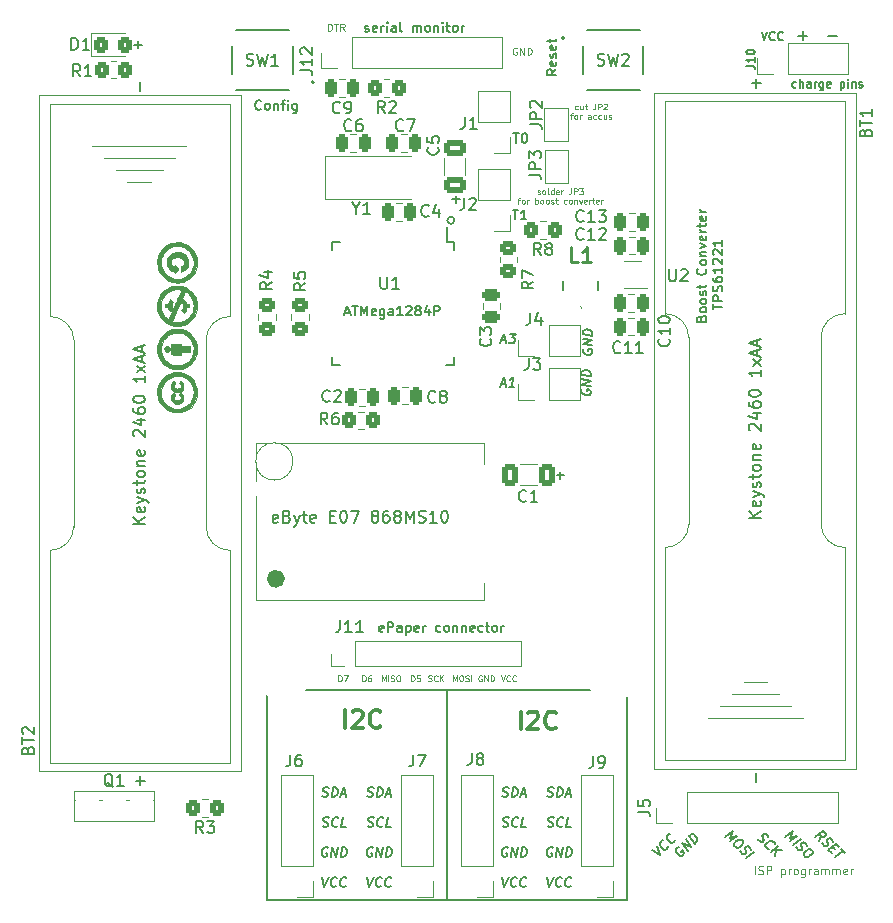
<source format=gbr>
%TF.GenerationSoftware,KiCad,Pcbnew,6.0.11-2627ca5db0~126~ubuntu22.04.1*%
%TF.CreationDate,2024-02-17T18:26:47+01:00*%
%TF.ProjectId,HB-UNI-SEN-BATT_ATMega1284P_E07-868MS10_FUEL4EP,48422d55-4e49-42d5-9345-4e2d42415454,1.4*%
%TF.SameCoordinates,Original*%
%TF.FileFunction,Legend,Top*%
%TF.FilePolarity,Positive*%
%FSLAX46Y46*%
G04 Gerber Fmt 4.6, Leading zero omitted, Abs format (unit mm)*
G04 Created by KiCad (PCBNEW 6.0.11-2627ca5db0~126~ubuntu22.04.1) date 2024-02-17 18:26:47*
%MOMM*%
%LPD*%
G01*
G04 APERTURE LIST*
G04 Aperture macros list*
%AMRoundRect*
0 Rectangle with rounded corners*
0 $1 Rounding radius*
0 $2 $3 $4 $5 $6 $7 $8 $9 X,Y pos of 4 corners*
0 Add a 4 corners polygon primitive as box body*
4,1,4,$2,$3,$4,$5,$6,$7,$8,$9,$2,$3,0*
0 Add four circle primitives for the rounded corners*
1,1,$1+$1,$2,$3*
1,1,$1+$1,$4,$5*
1,1,$1+$1,$6,$7*
1,1,$1+$1,$8,$9*
0 Add four rect primitives between the rounded corners*
20,1,$1+$1,$2,$3,$4,$5,0*
20,1,$1+$1,$4,$5,$6,$7,0*
20,1,$1+$1,$6,$7,$8,$9,0*
20,1,$1+$1,$8,$9,$2,$3,0*%
G04 Aperture macros list end*
%ADD10C,0.200000*%
%ADD11C,0.140000*%
%ADD12C,0.150000*%
%ADD13C,0.100000*%
%ADD14C,0.152400*%
%ADD15C,0.300000*%
%ADD16C,0.254000*%
%ADD17C,0.120000*%
%ADD18C,0.800000*%
%ADD19C,0.127000*%
%ADD20C,0.010000*%
%ADD21RoundRect,0.250000X-0.325000X-0.450000X0.325000X-0.450000X0.325000X0.450000X-0.325000X0.450000X0*%
%ADD22R,1.700000X1.700000*%
%ADD23O,1.700000X1.700000*%
%ADD24RoundRect,0.250000X0.412500X0.650000X-0.412500X0.650000X-0.412500X-0.650000X0.412500X-0.650000X0*%
%ADD25RoundRect,0.250000X-0.450000X0.350000X-0.450000X-0.350000X0.450000X-0.350000X0.450000X0.350000X0*%
%ADD26RoundRect,0.250000X-0.350000X-0.450000X0.350000X-0.450000X0.350000X0.450000X-0.350000X0.450000X0*%
%ADD27RoundRect,0.250000X0.350000X0.450000X-0.350000X0.450000X-0.350000X-0.450000X0.350000X-0.450000X0*%
%ADD28R,1.717500X1.800000*%
%ADD29O,1.717500X1.800000*%
%ADD30R,2.170000X1.000000*%
%ADD31C,1.000000*%
%ADD32C,3.000000*%
%ADD33R,1.500000X1.000000*%
%ADD34C,4.400000*%
%ADD35C,0.700000*%
%ADD36C,2.640000*%
%ADD37R,2.000000X2.000000*%
%ADD38C,2.000000*%
%ADD39RoundRect,0.250000X0.250000X0.475000X-0.250000X0.475000X-0.250000X-0.475000X0.250000X-0.475000X0*%
%ADD40RoundRect,0.250000X-0.250000X-0.475000X0.250000X-0.475000X0.250000X0.475000X-0.250000X0.475000X0*%
%ADD41R,3.500000X2.400000*%
%ADD42RoundRect,0.250000X0.650000X-0.412500X0.650000X0.412500X-0.650000X0.412500X-0.650000X-0.412500X0*%
%ADD43R,1.000000X0.750000*%
%ADD44R,1.350000X1.350000*%
%ADD45O,1.350000X1.350000*%
%ADD46R,3.000000X0.900000*%
%ADD47R,0.900000X0.400000*%
%ADD48RoundRect,0.250000X0.450000X-0.350000X0.450000X0.350000X-0.450000X0.350000X-0.450000X-0.350000X0*%
%ADD49R,0.550000X1.500000*%
%ADD50R,1.500000X0.550000*%
%ADD51RoundRect,0.250000X0.475000X-0.250000X0.475000X0.250000X-0.475000X0.250000X-0.475000X-0.250000X0*%
%ADD52C,5.000000*%
G04 APERTURE END LIST*
D10*
X37430000Y409500D02*
X37430000Y18189500D01*
X22190000Y409500D02*
X37430000Y409500D01*
X22190000Y18189500D02*
X22190000Y409500D01*
X37430000Y18189500D02*
X22190000Y18189500D01*
X37430000Y409500D02*
X52670000Y409500D01*
D11*
X38047500Y57940500D02*
G75*
G03*
X38047500Y57940500I-300000J0D01*
G01*
D10*
X37430000Y18189500D02*
X37430000Y409500D01*
X52670000Y409500D02*
X52670000Y18189500D01*
X52670000Y18189500D02*
X37430000Y18189500D01*
D12*
X30672595Y2308095D02*
X30839261Y1508095D01*
X31205928Y2308095D01*
X31839261Y1584285D02*
X31796404Y1546190D01*
X31677357Y1508095D01*
X31601166Y1508095D01*
X31491642Y1546190D01*
X31424976Y1622380D01*
X31396404Y1698571D01*
X31377357Y1850952D01*
X31391642Y1965238D01*
X31448785Y2117619D01*
X31496404Y2193809D01*
X31582119Y2270000D01*
X31701166Y2308095D01*
X31777357Y2308095D01*
X31886880Y2270000D01*
X31920214Y2231904D01*
X32639261Y1584285D02*
X32596404Y1546190D01*
X32477357Y1508095D01*
X32401166Y1508095D01*
X32291642Y1546190D01*
X32224976Y1622380D01*
X32196404Y1698571D01*
X32177357Y1850952D01*
X32191642Y1965238D01*
X32248785Y2117619D01*
X32296404Y2193809D01*
X32382119Y2270000D01*
X32501166Y2308095D01*
X32577357Y2308095D01*
X32686880Y2270000D01*
X32720214Y2231904D01*
X31124976Y4810000D02*
X31053547Y4848095D01*
X30939261Y4848095D01*
X30820214Y4810000D01*
X30734500Y4733809D01*
X30686880Y4657619D01*
X30629738Y4505238D01*
X30615452Y4390952D01*
X30634500Y4238571D01*
X30663071Y4162380D01*
X30729738Y4086190D01*
X30839261Y4048095D01*
X30915452Y4048095D01*
X31034500Y4086190D01*
X31077357Y4124285D01*
X31110690Y4390952D01*
X30958309Y4390952D01*
X31410690Y4048095D02*
X31510690Y4848095D01*
X31867833Y4048095D01*
X31967833Y4848095D01*
X32248785Y4048095D02*
X32348785Y4848095D01*
X32539261Y4848095D01*
X32648785Y4810000D01*
X32715452Y4733809D01*
X32744023Y4657619D01*
X32763071Y4505238D01*
X32748785Y4390952D01*
X32691642Y4238571D01*
X32644023Y4162380D01*
X32558309Y4086190D01*
X32439261Y4048095D01*
X32248785Y4048095D01*
X30691642Y6626190D02*
X30801166Y6588095D01*
X30991642Y6588095D01*
X31072595Y6626190D01*
X31115452Y6664285D01*
X31163071Y6740476D01*
X31172595Y6816666D01*
X31144023Y6892857D01*
X31110690Y6930952D01*
X31039261Y6969047D01*
X30891642Y7007142D01*
X30820214Y7045238D01*
X30786880Y7083333D01*
X30758309Y7159523D01*
X30767833Y7235714D01*
X30815452Y7311904D01*
X30858309Y7350000D01*
X30939261Y7388095D01*
X31129738Y7388095D01*
X31239261Y7350000D01*
X31953547Y6664285D02*
X31910690Y6626190D01*
X31791642Y6588095D01*
X31715452Y6588095D01*
X31605928Y6626190D01*
X31539261Y6702380D01*
X31510690Y6778571D01*
X31491642Y6930952D01*
X31505928Y7045238D01*
X31563071Y7197619D01*
X31610690Y7273809D01*
X31696404Y7350000D01*
X31815452Y7388095D01*
X31891642Y7388095D01*
X32001166Y7350000D01*
X32034500Y7311904D01*
X32667833Y6588095D02*
X32286880Y6588095D01*
X32386880Y7388095D01*
X30672595Y9166190D02*
X30782119Y9128095D01*
X30972595Y9128095D01*
X31053547Y9166190D01*
X31096404Y9204285D01*
X31144023Y9280476D01*
X31153547Y9356666D01*
X31124976Y9432857D01*
X31091642Y9470952D01*
X31020214Y9509047D01*
X30872595Y9547142D01*
X30801166Y9585238D01*
X30767833Y9623333D01*
X30739261Y9699523D01*
X30748785Y9775714D01*
X30796404Y9851904D01*
X30839261Y9890000D01*
X30920214Y9928095D01*
X31110690Y9928095D01*
X31220214Y9890000D01*
X31467833Y9128095D02*
X31567833Y9928095D01*
X31758309Y9928095D01*
X31867833Y9890000D01*
X31934500Y9813809D01*
X31963071Y9737619D01*
X31982119Y9585238D01*
X31967833Y9470952D01*
X31910690Y9318571D01*
X31863071Y9242380D01*
X31777357Y9166190D01*
X31658309Y9128095D01*
X31467833Y9128095D01*
X32258309Y9356666D02*
X32639261Y9356666D01*
X32153547Y9128095D02*
X32520214Y9928095D01*
X32686880Y9128095D01*
X42102595Y9166190D02*
X42212119Y9128095D01*
X42402595Y9128095D01*
X42483547Y9166190D01*
X42526404Y9204285D01*
X42574023Y9280476D01*
X42583547Y9356666D01*
X42554976Y9432857D01*
X42521642Y9470952D01*
X42450214Y9509047D01*
X42302595Y9547142D01*
X42231166Y9585238D01*
X42197833Y9623333D01*
X42169261Y9699523D01*
X42178785Y9775714D01*
X42226404Y9851904D01*
X42269261Y9890000D01*
X42350214Y9928095D01*
X42540690Y9928095D01*
X42650214Y9890000D01*
X42897833Y9128095D02*
X42997833Y9928095D01*
X43188309Y9928095D01*
X43297833Y9890000D01*
X43364500Y9813809D01*
X43393071Y9737619D01*
X43412119Y9585238D01*
X43397833Y9470952D01*
X43340690Y9318571D01*
X43293071Y9242380D01*
X43207357Y9166190D01*
X43088309Y9128095D01*
X42897833Y9128095D01*
X43688309Y9356666D02*
X44069261Y9356666D01*
X43583547Y9128095D02*
X43950214Y9928095D01*
X44116880Y9128095D01*
X42121642Y6626190D02*
X42231166Y6588095D01*
X42421642Y6588095D01*
X42502595Y6626190D01*
X42545452Y6664285D01*
X42593071Y6740476D01*
X42602595Y6816666D01*
X42574023Y6892857D01*
X42540690Y6930952D01*
X42469261Y6969047D01*
X42321642Y7007142D01*
X42250214Y7045238D01*
X42216880Y7083333D01*
X42188309Y7159523D01*
X42197833Y7235714D01*
X42245452Y7311904D01*
X42288309Y7350000D01*
X42369261Y7388095D01*
X42559738Y7388095D01*
X42669261Y7350000D01*
X43383547Y6664285D02*
X43340690Y6626190D01*
X43221642Y6588095D01*
X43145452Y6588095D01*
X43035928Y6626190D01*
X42969261Y6702380D01*
X42940690Y6778571D01*
X42921642Y6930952D01*
X42935928Y7045238D01*
X42993071Y7197619D01*
X43040690Y7273809D01*
X43126404Y7350000D01*
X43245452Y7388095D01*
X43321642Y7388095D01*
X43431166Y7350000D01*
X43464500Y7311904D01*
X44097833Y6588095D02*
X43716880Y6588095D01*
X43816880Y7388095D01*
X42554976Y4810000D02*
X42483547Y4848095D01*
X42369261Y4848095D01*
X42250214Y4810000D01*
X42164500Y4733809D01*
X42116880Y4657619D01*
X42059738Y4505238D01*
X42045452Y4390952D01*
X42064500Y4238571D01*
X42093071Y4162380D01*
X42159738Y4086190D01*
X42269261Y4048095D01*
X42345452Y4048095D01*
X42464500Y4086190D01*
X42507357Y4124285D01*
X42540690Y4390952D01*
X42388309Y4390952D01*
X42840690Y4048095D02*
X42940690Y4848095D01*
X43297833Y4048095D01*
X43397833Y4848095D01*
X43678785Y4048095D02*
X43778785Y4848095D01*
X43969261Y4848095D01*
X44078785Y4810000D01*
X44145452Y4733809D01*
X44174023Y4657619D01*
X44193071Y4505238D01*
X44178785Y4390952D01*
X44121642Y4238571D01*
X44074023Y4162380D01*
X43988309Y4086190D01*
X43869261Y4048095D01*
X43678785Y4048095D01*
D13*
X45089928Y60172619D02*
X45137547Y60148809D01*
X45232785Y60148809D01*
X45280404Y60172619D01*
X45304214Y60220238D01*
X45304214Y60244047D01*
X45280404Y60291666D01*
X45232785Y60315476D01*
X45161357Y60315476D01*
X45113738Y60339285D01*
X45089928Y60386904D01*
X45089928Y60410714D01*
X45113738Y60458333D01*
X45161357Y60482142D01*
X45232785Y60482142D01*
X45280404Y60458333D01*
X45589928Y60148809D02*
X45542309Y60172619D01*
X45518500Y60196428D01*
X45494690Y60244047D01*
X45494690Y60386904D01*
X45518500Y60434523D01*
X45542309Y60458333D01*
X45589928Y60482142D01*
X45661357Y60482142D01*
X45708976Y60458333D01*
X45732785Y60434523D01*
X45756595Y60386904D01*
X45756595Y60244047D01*
X45732785Y60196428D01*
X45708976Y60172619D01*
X45661357Y60148809D01*
X45589928Y60148809D01*
X46042309Y60148809D02*
X45994690Y60172619D01*
X45970880Y60220238D01*
X45970880Y60648809D01*
X46447071Y60148809D02*
X46447071Y60648809D01*
X46447071Y60172619D02*
X46399452Y60148809D01*
X46304214Y60148809D01*
X46256595Y60172619D01*
X46232785Y60196428D01*
X46208976Y60244047D01*
X46208976Y60386904D01*
X46232785Y60434523D01*
X46256595Y60458333D01*
X46304214Y60482142D01*
X46399452Y60482142D01*
X46447071Y60458333D01*
X46875642Y60172619D02*
X46828023Y60148809D01*
X46732785Y60148809D01*
X46685166Y60172619D01*
X46661357Y60220238D01*
X46661357Y60410714D01*
X46685166Y60458333D01*
X46732785Y60482142D01*
X46828023Y60482142D01*
X46875642Y60458333D01*
X46899452Y60410714D01*
X46899452Y60363095D01*
X46661357Y60315476D01*
X47113738Y60148809D02*
X47113738Y60482142D01*
X47113738Y60386904D02*
X47137547Y60434523D01*
X47161357Y60458333D01*
X47208976Y60482142D01*
X47256595Y60482142D01*
X47947071Y60648809D02*
X47947071Y60291666D01*
X47923261Y60220238D01*
X47875642Y60172619D01*
X47804214Y60148809D01*
X47756595Y60148809D01*
X48185166Y60148809D02*
X48185166Y60648809D01*
X48375642Y60648809D01*
X48423261Y60625000D01*
X48447071Y60601190D01*
X48470880Y60553571D01*
X48470880Y60482142D01*
X48447071Y60434523D01*
X48423261Y60410714D01*
X48375642Y60386904D01*
X48185166Y60386904D01*
X48637547Y60648809D02*
X48947071Y60648809D01*
X48780404Y60458333D01*
X48851833Y60458333D01*
X48899452Y60434523D01*
X48923261Y60410714D01*
X48947071Y60363095D01*
X48947071Y60244047D01*
X48923261Y60196428D01*
X48899452Y60172619D01*
X48851833Y60148809D01*
X48708976Y60148809D01*
X48661357Y60172619D01*
X48637547Y60196428D01*
X43399452Y59677142D02*
X43589928Y59677142D01*
X43470880Y59343809D02*
X43470880Y59772380D01*
X43494690Y59820000D01*
X43542309Y59843809D01*
X43589928Y59843809D01*
X43828023Y59343809D02*
X43780404Y59367619D01*
X43756595Y59391428D01*
X43732785Y59439047D01*
X43732785Y59581904D01*
X43756595Y59629523D01*
X43780404Y59653333D01*
X43828023Y59677142D01*
X43899452Y59677142D01*
X43947071Y59653333D01*
X43970880Y59629523D01*
X43994690Y59581904D01*
X43994690Y59439047D01*
X43970880Y59391428D01*
X43947071Y59367619D01*
X43899452Y59343809D01*
X43828023Y59343809D01*
X44208976Y59343809D02*
X44208976Y59677142D01*
X44208976Y59581904D02*
X44232785Y59629523D01*
X44256595Y59653333D01*
X44304214Y59677142D01*
X44351833Y59677142D01*
X44899452Y59343809D02*
X44899452Y59843809D01*
X44899452Y59653333D02*
X44947071Y59677142D01*
X45042309Y59677142D01*
X45089928Y59653333D01*
X45113738Y59629523D01*
X45137547Y59581904D01*
X45137547Y59439047D01*
X45113738Y59391428D01*
X45089928Y59367619D01*
X45042309Y59343809D01*
X44947071Y59343809D01*
X44899452Y59367619D01*
X45423261Y59343809D02*
X45375642Y59367619D01*
X45351833Y59391428D01*
X45328023Y59439047D01*
X45328023Y59581904D01*
X45351833Y59629523D01*
X45375642Y59653333D01*
X45423261Y59677142D01*
X45494690Y59677142D01*
X45542309Y59653333D01*
X45566119Y59629523D01*
X45589928Y59581904D01*
X45589928Y59439047D01*
X45566119Y59391428D01*
X45542309Y59367619D01*
X45494690Y59343809D01*
X45423261Y59343809D01*
X45875642Y59343809D02*
X45828023Y59367619D01*
X45804214Y59391428D01*
X45780404Y59439047D01*
X45780404Y59581904D01*
X45804214Y59629523D01*
X45828023Y59653333D01*
X45875642Y59677142D01*
X45947071Y59677142D01*
X45994690Y59653333D01*
X46018500Y59629523D01*
X46042309Y59581904D01*
X46042309Y59439047D01*
X46018500Y59391428D01*
X45994690Y59367619D01*
X45947071Y59343809D01*
X45875642Y59343809D01*
X46232785Y59367619D02*
X46280404Y59343809D01*
X46375642Y59343809D01*
X46423261Y59367619D01*
X46447071Y59415238D01*
X46447071Y59439047D01*
X46423261Y59486666D01*
X46375642Y59510476D01*
X46304214Y59510476D01*
X46256595Y59534285D01*
X46232785Y59581904D01*
X46232785Y59605714D01*
X46256595Y59653333D01*
X46304214Y59677142D01*
X46375642Y59677142D01*
X46423261Y59653333D01*
X46589928Y59677142D02*
X46780404Y59677142D01*
X46661357Y59843809D02*
X46661357Y59415238D01*
X46685166Y59367619D01*
X46732785Y59343809D01*
X46780404Y59343809D01*
X47542309Y59367619D02*
X47494690Y59343809D01*
X47399452Y59343809D01*
X47351833Y59367619D01*
X47328023Y59391428D01*
X47304214Y59439047D01*
X47304214Y59581904D01*
X47328023Y59629523D01*
X47351833Y59653333D01*
X47399452Y59677142D01*
X47494690Y59677142D01*
X47542309Y59653333D01*
X47828023Y59343809D02*
X47780404Y59367619D01*
X47756595Y59391428D01*
X47732785Y59439047D01*
X47732785Y59581904D01*
X47756595Y59629523D01*
X47780404Y59653333D01*
X47828023Y59677142D01*
X47899452Y59677142D01*
X47947071Y59653333D01*
X47970880Y59629523D01*
X47994690Y59581904D01*
X47994690Y59439047D01*
X47970880Y59391428D01*
X47947071Y59367619D01*
X47899452Y59343809D01*
X47828023Y59343809D01*
X48208976Y59677142D02*
X48208976Y59343809D01*
X48208976Y59629523D02*
X48232785Y59653333D01*
X48280404Y59677142D01*
X48351833Y59677142D01*
X48399452Y59653333D01*
X48423261Y59605714D01*
X48423261Y59343809D01*
X48613738Y59677142D02*
X48732785Y59343809D01*
X48851833Y59677142D01*
X49232785Y59367619D02*
X49185166Y59343809D01*
X49089928Y59343809D01*
X49042309Y59367619D01*
X49018500Y59415238D01*
X49018500Y59605714D01*
X49042309Y59653333D01*
X49089928Y59677142D01*
X49185166Y59677142D01*
X49232785Y59653333D01*
X49256595Y59605714D01*
X49256595Y59558095D01*
X49018500Y59510476D01*
X49470880Y59343809D02*
X49470880Y59677142D01*
X49470880Y59581904D02*
X49494690Y59629523D01*
X49518500Y59653333D01*
X49566119Y59677142D01*
X49613738Y59677142D01*
X49708976Y59677142D02*
X49899452Y59677142D01*
X49780404Y59843809D02*
X49780404Y59415238D01*
X49804214Y59367619D01*
X49851833Y59343809D01*
X49899452Y59343809D01*
X50256595Y59367619D02*
X50208976Y59343809D01*
X50113738Y59343809D01*
X50066119Y59367619D01*
X50042309Y59415238D01*
X50042309Y59605714D01*
X50066119Y59653333D01*
X50113738Y59677142D01*
X50208976Y59677142D01*
X50256595Y59653333D01*
X50280404Y59605714D01*
X50280404Y59558095D01*
X50042309Y59510476D01*
X50494690Y59343809D02*
X50494690Y59677142D01*
X50494690Y59581904D02*
X50518500Y59629523D01*
X50542309Y59653333D01*
X50589928Y59677142D01*
X50637547Y59677142D01*
D12*
X57049947Y4910632D02*
X56972502Y4887062D01*
X56891690Y4806250D01*
X56834448Y4695133D01*
X56827713Y4580649D01*
X56847916Y4493103D01*
X56915260Y4344947D01*
X56985971Y4254033D01*
X57107189Y4159752D01*
X57181267Y4126081D01*
X57282282Y4119346D01*
X57386664Y4169854D01*
X57440539Y4223729D01*
X57497781Y4334845D01*
X57501148Y4392087D01*
X57336157Y4604219D01*
X57228407Y4496470D01*
X57790725Y4573915D02*
X57295751Y5210311D01*
X58113974Y4897164D01*
X57619000Y5533560D01*
X58383348Y5166538D02*
X57888374Y5802934D01*
X58023061Y5937621D01*
X58127443Y5988128D01*
X58228458Y5981394D01*
X58302536Y5947722D01*
X58423754Y5853441D01*
X58494465Y5762528D01*
X58561809Y5614372D01*
X58582012Y5526825D01*
X58575277Y5412341D01*
X58518035Y5301225D01*
X58383348Y5166538D01*
D13*
X37914285Y18915809D02*
X37914285Y19415809D01*
X38080952Y19058666D01*
X38247619Y19415809D01*
X38247619Y18915809D01*
X38580952Y19415809D02*
X38676190Y19415809D01*
X38723809Y19392000D01*
X38771428Y19344380D01*
X38795238Y19249142D01*
X38795238Y19082476D01*
X38771428Y18987238D01*
X38723809Y18939619D01*
X38676190Y18915809D01*
X38580952Y18915809D01*
X38533333Y18939619D01*
X38485714Y18987238D01*
X38461904Y19082476D01*
X38461904Y19249142D01*
X38485714Y19344380D01*
X38533333Y19392000D01*
X38580952Y19415809D01*
X38985714Y18939619D02*
X39057142Y18915809D01*
X39176190Y18915809D01*
X39223809Y18939619D01*
X39247619Y18963428D01*
X39271428Y19011047D01*
X39271428Y19058666D01*
X39247619Y19106285D01*
X39223809Y19130095D01*
X39176190Y19153904D01*
X39080952Y19177714D01*
X39033333Y19201523D01*
X39009523Y19225333D01*
X38985714Y19272952D01*
X38985714Y19320571D01*
X39009523Y19368190D01*
X39033333Y19392000D01*
X39080952Y19415809D01*
X39200000Y19415809D01*
X39271428Y19392000D01*
X39485714Y18915809D02*
X39485714Y19415809D01*
D12*
X42102595Y2308095D02*
X42269261Y1508095D01*
X42635928Y2308095D01*
X43269261Y1584285D02*
X43226404Y1546190D01*
X43107357Y1508095D01*
X43031166Y1508095D01*
X42921642Y1546190D01*
X42854976Y1622380D01*
X42826404Y1698571D01*
X42807357Y1850952D01*
X42821642Y1965238D01*
X42878785Y2117619D01*
X42926404Y2193809D01*
X43012119Y2270000D01*
X43131166Y2308095D01*
X43207357Y2308095D01*
X43316880Y2270000D01*
X43350214Y2231904D01*
X44069261Y1584285D02*
X44026404Y1546190D01*
X43907357Y1508095D01*
X43831166Y1508095D01*
X43721642Y1546190D01*
X43654976Y1622380D01*
X43626404Y1698571D01*
X43607357Y1850952D01*
X43621642Y1965238D01*
X43678785Y2117619D01*
X43726404Y2193809D01*
X43812119Y2270000D01*
X43931166Y2308095D01*
X44007357Y2308095D01*
X44116880Y2270000D01*
X44150214Y2231904D01*
X63728534Y5593529D02*
X63779042Y5489147D01*
X63913729Y5354460D01*
X63997908Y5324155D01*
X64055150Y5320788D01*
X64142697Y5340991D01*
X64203306Y5388131D01*
X64236977Y5462209D01*
X64240345Y5512717D01*
X64216774Y5590162D01*
X64139329Y5721482D01*
X64115759Y5798927D01*
X64119126Y5849434D01*
X64152798Y5923512D01*
X64213407Y5970653D01*
X64300954Y5990856D01*
X64358196Y5987489D01*
X64442375Y5957184D01*
X64577062Y5822497D01*
X64627570Y5718115D01*
X64647773Y4728165D02*
X64590531Y4731532D01*
X64479414Y4788774D01*
X64425539Y4842649D01*
X64375032Y4947032D01*
X64381766Y5048047D01*
X64415438Y5122125D01*
X64509719Y5243343D01*
X64600632Y5314054D01*
X64748788Y5381397D01*
X64836335Y5401600D01*
X64950819Y5394866D01*
X65061935Y5337624D01*
X65115810Y5283749D01*
X65166318Y5179367D01*
X65162951Y5128859D01*
X64829600Y4438588D02*
X65465996Y4933563D01*
X65152849Y4115339D02*
X65274067Y4640619D01*
X65789245Y4610314D02*
X65102341Y4650720D01*
D14*
X21674742Y67365714D02*
X21636038Y67327009D01*
X21519923Y67288304D01*
X21442514Y67288304D01*
X21326400Y67327009D01*
X21248990Y67404419D01*
X21210285Y67481828D01*
X21171580Y67636647D01*
X21171580Y67752761D01*
X21210285Y67907580D01*
X21248990Y67984990D01*
X21326400Y68062400D01*
X21442514Y68101104D01*
X21519923Y68101104D01*
X21636038Y68062400D01*
X21674742Y68023695D01*
X22139200Y67288304D02*
X22061790Y67327009D01*
X22023085Y67365714D01*
X21984380Y67443123D01*
X21984380Y67675352D01*
X22023085Y67752761D01*
X22061790Y67791466D01*
X22139200Y67830171D01*
X22255314Y67830171D01*
X22332723Y67791466D01*
X22371428Y67752761D01*
X22410133Y67675352D01*
X22410133Y67443123D01*
X22371428Y67365714D01*
X22332723Y67327009D01*
X22255314Y67288304D01*
X22139200Y67288304D01*
X22758476Y67830171D02*
X22758476Y67288304D01*
X22758476Y67752761D02*
X22797180Y67791466D01*
X22874590Y67830171D01*
X22990704Y67830171D01*
X23068114Y67791466D01*
X23106819Y67714057D01*
X23106819Y67288304D01*
X23377752Y67830171D02*
X23687390Y67830171D01*
X23493866Y67288304D02*
X23493866Y67984990D01*
X23532571Y68062400D01*
X23609980Y68101104D01*
X23687390Y68101104D01*
X23958323Y67288304D02*
X23958323Y67830171D01*
X23958323Y68101104D02*
X23919619Y68062400D01*
X23958323Y68023695D01*
X23997028Y68062400D01*
X23958323Y68101104D01*
X23958323Y68023695D01*
X24693714Y67830171D02*
X24693714Y67172190D01*
X24655009Y67094780D01*
X24616304Y67056076D01*
X24538895Y67017371D01*
X24422780Y67017371D01*
X24345371Y67056076D01*
X24693714Y67327009D02*
X24616304Y67288304D01*
X24461485Y67288304D01*
X24384076Y67327009D01*
X24345371Y67365714D01*
X24306666Y67443123D01*
X24306666Y67675352D01*
X24345371Y67752761D01*
X24384076Y67791466D01*
X24461485Y67830171D01*
X24616304Y67830171D01*
X24693714Y67791466D01*
D12*
X66076605Y5731583D02*
X66713001Y6226558D01*
X66446994Y5684443D01*
X67090125Y5849434D01*
X66453729Y5354460D01*
X66723103Y5085086D02*
X67359499Y5580060D01*
X66995844Y4866219D02*
X67046351Y4761837D01*
X67181038Y4627150D01*
X67265218Y4596845D01*
X67322460Y4593478D01*
X67410006Y4613681D01*
X67470616Y4660822D01*
X67504287Y4734900D01*
X67507654Y4785407D01*
X67484084Y4862852D01*
X67406639Y4994172D01*
X67383069Y5071617D01*
X67386436Y5122125D01*
X67420108Y5196203D01*
X67480717Y5243343D01*
X67568264Y5263546D01*
X67625506Y5260179D01*
X67709685Y5229874D01*
X67844372Y5095187D01*
X67894880Y4990805D01*
X68275370Y4664189D02*
X68383120Y4556439D01*
X68406690Y4478994D01*
X68399956Y4377979D01*
X68305675Y4256761D01*
X68093543Y4091769D01*
X67945387Y4024426D01*
X67830903Y4031160D01*
X67746724Y4061464D01*
X67638974Y4169214D01*
X67615404Y4246659D01*
X67622138Y4347674D01*
X67716419Y4468893D01*
X67928551Y4633884D01*
X68076707Y4701228D01*
X68191191Y4694493D01*
X68275370Y4664189D01*
D13*
X34393952Y18915809D02*
X34393952Y19415809D01*
X34513000Y19415809D01*
X34584428Y19392000D01*
X34632047Y19344380D01*
X34655857Y19296761D01*
X34679666Y19201523D01*
X34679666Y19130095D01*
X34655857Y19034857D01*
X34632047Y18987238D01*
X34584428Y18939619D01*
X34513000Y18915809D01*
X34393952Y18915809D01*
X35132047Y19415809D02*
X34893952Y19415809D01*
X34870142Y19177714D01*
X34893952Y19201523D01*
X34941571Y19225333D01*
X35060619Y19225333D01*
X35108238Y19201523D01*
X35132047Y19177714D01*
X35155857Y19130095D01*
X35155857Y19011047D01*
X35132047Y18963428D01*
X35108238Y18939619D01*
X35060619Y18915809D01*
X34941571Y18915809D01*
X34893952Y18939619D01*
X34870142Y18963428D01*
D14*
X59908395Y50407585D02*
X59908395Y50872042D01*
X60721195Y50639814D02*
X59908395Y50639814D01*
X60721195Y51142976D02*
X59908395Y51142976D01*
X59908395Y51452614D01*
X59947100Y51530023D01*
X59985804Y51568728D01*
X60063214Y51607433D01*
X60179328Y51607433D01*
X60256738Y51568728D01*
X60295442Y51530023D01*
X60334147Y51452614D01*
X60334147Y51142976D01*
X60682490Y51917071D02*
X60721195Y52033185D01*
X60721195Y52226709D01*
X60682490Y52304119D01*
X60643785Y52342823D01*
X60566376Y52381528D01*
X60488966Y52381528D01*
X60411557Y52342823D01*
X60372852Y52304119D01*
X60334147Y52226709D01*
X60295442Y52071890D01*
X60256738Y51994480D01*
X60218033Y51955776D01*
X60140623Y51917071D01*
X60063214Y51917071D01*
X59985804Y51955776D01*
X59947100Y51994480D01*
X59908395Y52071890D01*
X59908395Y52265414D01*
X59947100Y52381528D01*
X59908395Y53078214D02*
X59908395Y52923395D01*
X59947100Y52845985D01*
X59985804Y52807280D01*
X60101919Y52729871D01*
X60256738Y52691166D01*
X60566376Y52691166D01*
X60643785Y52729871D01*
X60682490Y52768576D01*
X60721195Y52845985D01*
X60721195Y53000804D01*
X60682490Y53078214D01*
X60643785Y53116919D01*
X60566376Y53155623D01*
X60372852Y53155623D01*
X60295442Y53116919D01*
X60256738Y53078214D01*
X60218033Y53000804D01*
X60218033Y52845985D01*
X60256738Y52768576D01*
X60295442Y52729871D01*
X60372852Y52691166D01*
X60721195Y53929719D02*
X60721195Y53465261D01*
X60721195Y53697490D02*
X59908395Y53697490D01*
X60024509Y53620080D01*
X60101919Y53542671D01*
X60140623Y53465261D01*
X59985804Y54239357D02*
X59947100Y54278061D01*
X59908395Y54355471D01*
X59908395Y54548995D01*
X59947100Y54626404D01*
X59985804Y54665109D01*
X60063214Y54703814D01*
X60140623Y54703814D01*
X60256738Y54665109D01*
X60721195Y54200652D01*
X60721195Y54703814D01*
X59985804Y55013452D02*
X59947100Y55052157D01*
X59908395Y55129566D01*
X59908395Y55323090D01*
X59947100Y55400500D01*
X59985804Y55439204D01*
X60063214Y55477909D01*
X60140623Y55477909D01*
X60256738Y55439204D01*
X60721195Y54974747D01*
X60721195Y55477909D01*
X60721195Y56252004D02*
X60721195Y55787547D01*
X60721195Y56019776D02*
X59908395Y56019776D01*
X60024509Y55942366D01*
X60101919Y55864957D01*
X60140623Y55787547D01*
D12*
X26881642Y6626190D02*
X26991166Y6588095D01*
X27181642Y6588095D01*
X27262595Y6626190D01*
X27305452Y6664285D01*
X27353071Y6740476D01*
X27362595Y6816666D01*
X27334023Y6892857D01*
X27300690Y6930952D01*
X27229261Y6969047D01*
X27081642Y7007142D01*
X27010214Y7045238D01*
X26976880Y7083333D01*
X26948309Y7159523D01*
X26957833Y7235714D01*
X27005452Y7311904D01*
X27048309Y7350000D01*
X27129261Y7388095D01*
X27319738Y7388095D01*
X27429261Y7350000D01*
X28143547Y6664285D02*
X28100690Y6626190D01*
X27981642Y6588095D01*
X27905452Y6588095D01*
X27795928Y6626190D01*
X27729261Y6702380D01*
X27700690Y6778571D01*
X27681642Y6930952D01*
X27695928Y7045238D01*
X27753071Y7197619D01*
X27800690Y7273809D01*
X27886404Y7350000D01*
X28005452Y7388095D01*
X28081642Y7388095D01*
X28191166Y7350000D01*
X28224500Y7311904D01*
X28857833Y6588095D02*
X28476880Y6588095D01*
X28576880Y7388095D01*
D14*
X28788557Y50121533D02*
X29175604Y50121533D01*
X28711147Y49889304D02*
X28982080Y50702104D01*
X29253014Y49889304D01*
X29407833Y50702104D02*
X29872290Y50702104D01*
X29640061Y49889304D02*
X29640061Y50702104D01*
X30143223Y49889304D02*
X30143223Y50702104D01*
X30414157Y50121533D01*
X30685090Y50702104D01*
X30685090Y49889304D01*
X31381776Y49928009D02*
X31304366Y49889304D01*
X31149547Y49889304D01*
X31072138Y49928009D01*
X31033433Y50005419D01*
X31033433Y50315057D01*
X31072138Y50392466D01*
X31149547Y50431171D01*
X31304366Y50431171D01*
X31381776Y50392466D01*
X31420480Y50315057D01*
X31420480Y50237647D01*
X31033433Y50160238D01*
X32117166Y50431171D02*
X32117166Y49773190D01*
X32078461Y49695780D01*
X32039757Y49657076D01*
X31962347Y49618371D01*
X31846233Y49618371D01*
X31768823Y49657076D01*
X32117166Y49928009D02*
X32039757Y49889304D01*
X31884938Y49889304D01*
X31807528Y49928009D01*
X31768823Y49966714D01*
X31730119Y50044123D01*
X31730119Y50276352D01*
X31768823Y50353761D01*
X31807528Y50392466D01*
X31884938Y50431171D01*
X32039757Y50431171D01*
X32117166Y50392466D01*
X32852557Y49889304D02*
X32852557Y50315057D01*
X32813852Y50392466D01*
X32736442Y50431171D01*
X32581623Y50431171D01*
X32504214Y50392466D01*
X32852557Y49928009D02*
X32775147Y49889304D01*
X32581623Y49889304D01*
X32504214Y49928009D01*
X32465509Y50005419D01*
X32465509Y50082828D01*
X32504214Y50160238D01*
X32581623Y50198942D01*
X32775147Y50198942D01*
X32852557Y50237647D01*
X33665357Y49889304D02*
X33200900Y49889304D01*
X33433128Y49889304D02*
X33433128Y50702104D01*
X33355719Y50585990D01*
X33278309Y50508580D01*
X33200900Y50469876D01*
X33974995Y50624695D02*
X34013700Y50663400D01*
X34091109Y50702104D01*
X34284633Y50702104D01*
X34362042Y50663400D01*
X34400747Y50624695D01*
X34439452Y50547285D01*
X34439452Y50469876D01*
X34400747Y50353761D01*
X33936290Y49889304D01*
X34439452Y49889304D01*
X34903909Y50353761D02*
X34826500Y50392466D01*
X34787795Y50431171D01*
X34749090Y50508580D01*
X34749090Y50547285D01*
X34787795Y50624695D01*
X34826500Y50663400D01*
X34903909Y50702104D01*
X35058728Y50702104D01*
X35136138Y50663400D01*
X35174842Y50624695D01*
X35213547Y50547285D01*
X35213547Y50508580D01*
X35174842Y50431171D01*
X35136138Y50392466D01*
X35058728Y50353761D01*
X34903909Y50353761D01*
X34826500Y50315057D01*
X34787795Y50276352D01*
X34749090Y50198942D01*
X34749090Y50044123D01*
X34787795Y49966714D01*
X34826500Y49928009D01*
X34903909Y49889304D01*
X35058728Y49889304D01*
X35136138Y49928009D01*
X35174842Y49966714D01*
X35213547Y50044123D01*
X35213547Y50198942D01*
X35174842Y50276352D01*
X35136138Y50315057D01*
X35058728Y50353761D01*
X35910233Y50431171D02*
X35910233Y49889304D01*
X35716709Y50740809D02*
X35523185Y50160238D01*
X36026347Y50160238D01*
X36335985Y49889304D02*
X36335985Y50702104D01*
X36645623Y50702104D01*
X36723033Y50663400D01*
X36761738Y50624695D01*
X36800442Y50547285D01*
X36800442Y50431171D01*
X36761738Y50353761D01*
X36723033Y50315057D01*
X36645623Y50276352D01*
X36335985Y50276352D01*
D12*
X54798128Y4617688D02*
X55481664Y4169854D01*
X55175252Y4994812D01*
X56134896Y4930835D02*
X56131529Y4873593D01*
X56074287Y4762477D01*
X56020412Y4708602D01*
X55916030Y4658094D01*
X55815015Y4664829D01*
X55740937Y4698500D01*
X55619719Y4792781D01*
X55549008Y4883695D01*
X55481664Y5031851D01*
X55461461Y5119397D01*
X55468196Y5233881D01*
X55525438Y5344998D01*
X55579313Y5398873D01*
X55683695Y5449380D01*
X55734203Y5446013D01*
X56700582Y5496521D02*
X56697215Y5439279D01*
X56639973Y5328162D01*
X56586098Y5274287D01*
X56481715Y5223780D01*
X56380700Y5230514D01*
X56306622Y5264186D01*
X56185404Y5358467D01*
X56114693Y5449380D01*
X56047350Y5597536D01*
X56027147Y5685083D01*
X56033881Y5799567D01*
X56091123Y5910683D01*
X56144998Y5964558D01*
X56249380Y6015066D01*
X56299888Y6011699D01*
X45931642Y6626190D02*
X46041166Y6588095D01*
X46231642Y6588095D01*
X46312595Y6626190D01*
X46355452Y6664285D01*
X46403071Y6740476D01*
X46412595Y6816666D01*
X46384023Y6892857D01*
X46350690Y6930952D01*
X46279261Y6969047D01*
X46131642Y7007142D01*
X46060214Y7045238D01*
X46026880Y7083333D01*
X45998309Y7159523D01*
X46007833Y7235714D01*
X46055452Y7311904D01*
X46098309Y7350000D01*
X46179261Y7388095D01*
X46369738Y7388095D01*
X46479261Y7350000D01*
X47193547Y6664285D02*
X47150690Y6626190D01*
X47031642Y6588095D01*
X46955452Y6588095D01*
X46845928Y6626190D01*
X46779261Y6702380D01*
X46750690Y6778571D01*
X46731642Y6930952D01*
X46745928Y7045238D01*
X46803071Y7197619D01*
X46850690Y7273809D01*
X46936404Y7350000D01*
X47055452Y7388095D01*
X47131642Y7388095D01*
X47241166Y7350000D01*
X47274500Y7311904D01*
X47907833Y6588095D02*
X47526880Y6588095D01*
X47626880Y7388095D01*
X26862595Y2308095D02*
X27029261Y1508095D01*
X27395928Y2308095D01*
X28029261Y1584285D02*
X27986404Y1546190D01*
X27867357Y1508095D01*
X27791166Y1508095D01*
X27681642Y1546190D01*
X27614976Y1622380D01*
X27586404Y1698571D01*
X27567357Y1850952D01*
X27581642Y1965238D01*
X27638785Y2117619D01*
X27686404Y2193809D01*
X27772119Y2270000D01*
X27891166Y2308095D01*
X27967357Y2308095D01*
X28076880Y2270000D01*
X28110214Y2231904D01*
X28829261Y1584285D02*
X28786404Y1546190D01*
X28667357Y1508095D01*
X28591166Y1508095D01*
X28481642Y1546190D01*
X28414976Y1622380D01*
X28386404Y1698571D01*
X28367357Y1850952D01*
X28381642Y1965238D01*
X28438785Y2117619D01*
X28486404Y2193809D01*
X28572119Y2270000D01*
X28691166Y2308095D01*
X28767357Y2308095D01*
X28876880Y2270000D01*
X28910214Y2231904D01*
D15*
X28790214Y14970928D02*
X28790214Y16470928D01*
X29433071Y16328071D02*
X29504500Y16399500D01*
X29647357Y16470928D01*
X30004500Y16470928D01*
X30147357Y16399500D01*
X30218785Y16328071D01*
X30290214Y16185214D01*
X30290214Y16042357D01*
X30218785Y15828071D01*
X29361642Y14970928D01*
X30290214Y14970928D01*
X31790214Y15113785D02*
X31718785Y15042357D01*
X31504500Y14970928D01*
X31361642Y14970928D01*
X31147357Y15042357D01*
X31004500Y15185214D01*
X30933071Y15328071D01*
X30861642Y15613785D01*
X30861642Y15828071D01*
X30933071Y16113785D01*
X31004500Y16256642D01*
X31147357Y16399500D01*
X31361642Y16470928D01*
X31504500Y16470928D01*
X31718785Y16399500D01*
X31790214Y16328071D01*
D13*
X28234452Y18915809D02*
X28234452Y19415809D01*
X28353500Y19415809D01*
X28424928Y19392000D01*
X28472547Y19344380D01*
X28496357Y19296761D01*
X28520166Y19201523D01*
X28520166Y19130095D01*
X28496357Y19034857D01*
X28472547Y18987238D01*
X28424928Y18939619D01*
X28353500Y18915809D01*
X28234452Y18915809D01*
X28686833Y19415809D02*
X29020166Y19415809D01*
X28805880Y18915809D01*
X40351047Y19392000D02*
X40303428Y19415809D01*
X40232000Y19415809D01*
X40160571Y19392000D01*
X40112952Y19344380D01*
X40089142Y19296761D01*
X40065333Y19201523D01*
X40065333Y19130095D01*
X40089142Y19034857D01*
X40112952Y18987238D01*
X40160571Y18939619D01*
X40232000Y18915809D01*
X40279619Y18915809D01*
X40351047Y18939619D01*
X40374857Y18963428D01*
X40374857Y19130095D01*
X40279619Y19130095D01*
X40589142Y18915809D02*
X40589142Y19415809D01*
X40874857Y18915809D01*
X40874857Y19415809D01*
X41112952Y18915809D02*
X41112952Y19415809D01*
X41232000Y19415809D01*
X41303428Y19392000D01*
X41351047Y19344380D01*
X41374857Y19296761D01*
X41398666Y19201523D01*
X41398666Y19130095D01*
X41374857Y19034857D01*
X41351047Y18987238D01*
X41303428Y18939619D01*
X41232000Y18915809D01*
X41112952Y18915809D01*
X35834642Y18939619D02*
X35906071Y18915809D01*
X36025119Y18915809D01*
X36072738Y18939619D01*
X36096547Y18963428D01*
X36120357Y19011047D01*
X36120357Y19058666D01*
X36096547Y19106285D01*
X36072738Y19130095D01*
X36025119Y19153904D01*
X35929880Y19177714D01*
X35882261Y19201523D01*
X35858452Y19225333D01*
X35834642Y19272952D01*
X35834642Y19320571D01*
X35858452Y19368190D01*
X35882261Y19392000D01*
X35929880Y19415809D01*
X36048928Y19415809D01*
X36120357Y19392000D01*
X36620357Y18963428D02*
X36596547Y18939619D01*
X36525119Y18915809D01*
X36477500Y18915809D01*
X36406071Y18939619D01*
X36358452Y18987238D01*
X36334642Y19034857D01*
X36310833Y19130095D01*
X36310833Y19201523D01*
X36334642Y19296761D01*
X36358452Y19344380D01*
X36406071Y19392000D01*
X36477500Y19415809D01*
X36525119Y19415809D01*
X36596547Y19392000D01*
X36620357Y19368190D01*
X36834642Y18915809D02*
X36834642Y19415809D01*
X37120357Y18915809D02*
X36906071Y19201523D01*
X37120357Y19415809D02*
X36834642Y19130095D01*
D12*
X27314976Y4810000D02*
X27243547Y4848095D01*
X27129261Y4848095D01*
X27010214Y4810000D01*
X26924500Y4733809D01*
X26876880Y4657619D01*
X26819738Y4505238D01*
X26805452Y4390952D01*
X26824500Y4238571D01*
X26853071Y4162380D01*
X26919738Y4086190D01*
X27029261Y4048095D01*
X27105452Y4048095D01*
X27224500Y4086190D01*
X27267357Y4124285D01*
X27300690Y4390952D01*
X27148309Y4390952D01*
X27600690Y4048095D02*
X27700690Y4848095D01*
X28057833Y4048095D01*
X28157833Y4848095D01*
X28438785Y4048095D02*
X28538785Y4848095D01*
X28729261Y4848095D01*
X28838785Y4810000D01*
X28905452Y4733809D01*
X28934023Y4657619D01*
X28953071Y4505238D01*
X28938785Y4390952D01*
X28881642Y4238571D01*
X28834023Y4162380D01*
X28748309Y4086190D01*
X28629261Y4048095D01*
X28438785Y4048095D01*
D13*
X41970333Y19415809D02*
X42137000Y18915809D01*
X42303666Y19415809D01*
X42756047Y18963428D02*
X42732238Y18939619D01*
X42660809Y18915809D01*
X42613190Y18915809D01*
X42541761Y18939619D01*
X42494142Y18987238D01*
X42470333Y19034857D01*
X42446523Y19130095D01*
X42446523Y19201523D01*
X42470333Y19296761D01*
X42494142Y19344380D01*
X42541761Y19392000D01*
X42613190Y19415809D01*
X42660809Y19415809D01*
X42732238Y19392000D01*
X42756047Y19368190D01*
X43256047Y18963428D02*
X43232238Y18939619D01*
X43160809Y18915809D01*
X43113190Y18915809D01*
X43041761Y18939619D01*
X42994142Y18987238D01*
X42970333Y19034857D01*
X42946523Y19130095D01*
X42946523Y19201523D01*
X42970333Y19296761D01*
X42994142Y19344380D01*
X43041761Y19392000D01*
X43113190Y19415809D01*
X43160809Y19415809D01*
X43232238Y19392000D01*
X43256047Y19368190D01*
D14*
X42970223Y58830104D02*
X43434680Y58830104D01*
X43202452Y58017304D02*
X43202452Y58830104D01*
X44131366Y58017304D02*
X43666909Y58017304D01*
X43899138Y58017304D02*
X43899138Y58830104D01*
X43821728Y58713990D01*
X43744319Y58636580D01*
X43666909Y58597876D01*
D12*
X45912595Y9166190D02*
X46022119Y9128095D01*
X46212595Y9128095D01*
X46293547Y9166190D01*
X46336404Y9204285D01*
X46384023Y9280476D01*
X46393547Y9356666D01*
X46364976Y9432857D01*
X46331642Y9470952D01*
X46260214Y9509047D01*
X46112595Y9547142D01*
X46041166Y9585238D01*
X46007833Y9623333D01*
X45979261Y9699523D01*
X45988785Y9775714D01*
X46036404Y9851904D01*
X46079261Y9890000D01*
X46160214Y9928095D01*
X46350690Y9928095D01*
X46460214Y9890000D01*
X46707833Y9128095D02*
X46807833Y9928095D01*
X46998309Y9928095D01*
X47107833Y9890000D01*
X47174500Y9813809D01*
X47203071Y9737619D01*
X47222119Y9585238D01*
X47207833Y9470952D01*
X47150690Y9318571D01*
X47103071Y9242380D01*
X47017357Y9166190D01*
X46898309Y9128095D01*
X46707833Y9128095D01*
X47498309Y9356666D02*
X47879261Y9356666D01*
X47393547Y9128095D02*
X47760214Y9928095D01*
X47926880Y9128095D01*
D13*
X27346285Y73988571D02*
X27346285Y74588571D01*
X27489142Y74588571D01*
X27574857Y74560000D01*
X27632000Y74502857D01*
X27660571Y74445714D01*
X27689142Y74331428D01*
X27689142Y74245714D01*
X27660571Y74131428D01*
X27632000Y74074285D01*
X27574857Y74017142D01*
X27489142Y73988571D01*
X27346285Y73988571D01*
X27860571Y74588571D02*
X28203428Y74588571D01*
X28032000Y73988571D02*
X28032000Y74588571D01*
X28746285Y73988571D02*
X28546285Y74274285D01*
X28403428Y73988571D02*
X28403428Y74588571D01*
X28632000Y74588571D01*
X28689142Y74560000D01*
X28717714Y74531428D01*
X28746285Y74474285D01*
X28746285Y74388571D01*
X28717714Y74331428D01*
X28689142Y74302857D01*
X28632000Y74274285D01*
X28403428Y74274285D01*
D12*
X46364976Y4810000D02*
X46293547Y4848095D01*
X46179261Y4848095D01*
X46060214Y4810000D01*
X45974500Y4733809D01*
X45926880Y4657619D01*
X45869738Y4505238D01*
X45855452Y4390952D01*
X45874500Y4238571D01*
X45903071Y4162380D01*
X45969738Y4086190D01*
X46079261Y4048095D01*
X46155452Y4048095D01*
X46274500Y4086190D01*
X46317357Y4124285D01*
X46350690Y4390952D01*
X46198309Y4390952D01*
X46650690Y4048095D02*
X46750690Y4848095D01*
X47107833Y4048095D01*
X47207833Y4848095D01*
X47488785Y4048095D02*
X47588785Y4848095D01*
X47779261Y4848095D01*
X47888785Y4810000D01*
X47955452Y4733809D01*
X47984023Y4657619D01*
X48003071Y4505238D01*
X47988785Y4390952D01*
X47931642Y4238571D01*
X47884023Y4162380D01*
X47798309Y4086190D01*
X47679261Y4048095D01*
X47488785Y4048095D01*
X45912595Y2308095D02*
X46079261Y1508095D01*
X46445928Y2308095D01*
X47079261Y1584285D02*
X47036404Y1546190D01*
X46917357Y1508095D01*
X46841166Y1508095D01*
X46731642Y1546190D01*
X46664976Y1622380D01*
X46636404Y1698571D01*
X46617357Y1850952D01*
X46631642Y1965238D01*
X46688785Y2117619D01*
X46736404Y2193809D01*
X46822119Y2270000D01*
X46941166Y2308095D01*
X47017357Y2308095D01*
X47126880Y2270000D01*
X47160214Y2231904D01*
X47879261Y1584285D02*
X47836404Y1546190D01*
X47717357Y1508095D01*
X47641166Y1508095D01*
X47531642Y1546190D01*
X47464976Y1622380D01*
X47436404Y1698571D01*
X47417357Y1850952D01*
X47431642Y1965238D01*
X47488785Y2117619D01*
X47536404Y2193809D01*
X47622119Y2270000D01*
X47741166Y2308095D01*
X47817357Y2308095D01*
X47926880Y2270000D01*
X47960214Y2231904D01*
D14*
X46687695Y70713676D02*
X46300647Y70442742D01*
X46687695Y70249219D02*
X45874895Y70249219D01*
X45874895Y70558857D01*
X45913600Y70636266D01*
X45952304Y70674971D01*
X46029714Y70713676D01*
X46145828Y70713676D01*
X46223238Y70674971D01*
X46261942Y70636266D01*
X46300647Y70558857D01*
X46300647Y70249219D01*
X46648990Y71371657D02*
X46687695Y71294247D01*
X46687695Y71139428D01*
X46648990Y71062019D01*
X46571580Y71023314D01*
X46261942Y71023314D01*
X46184533Y71062019D01*
X46145828Y71139428D01*
X46145828Y71294247D01*
X46184533Y71371657D01*
X46261942Y71410361D01*
X46339352Y71410361D01*
X46416761Y71023314D01*
X46648990Y71720000D02*
X46687695Y71797409D01*
X46687695Y71952228D01*
X46648990Y72029638D01*
X46571580Y72068342D01*
X46532876Y72068342D01*
X46455466Y72029638D01*
X46416761Y71952228D01*
X46416761Y71836114D01*
X46378057Y71758704D01*
X46300647Y71720000D01*
X46261942Y71720000D01*
X46184533Y71758704D01*
X46145828Y71836114D01*
X46145828Y71952228D01*
X46184533Y72029638D01*
X46648990Y72726323D02*
X46687695Y72648914D01*
X46687695Y72494095D01*
X46648990Y72416685D01*
X46571580Y72377980D01*
X46261942Y72377980D01*
X46184533Y72416685D01*
X46145828Y72494095D01*
X46145828Y72648914D01*
X46184533Y72726323D01*
X46261942Y72765028D01*
X46339352Y72765028D01*
X46416761Y72377980D01*
X46145828Y72997257D02*
X46145828Y73306895D01*
X45874895Y73113371D02*
X46571580Y73113371D01*
X46648990Y73152076D01*
X46687695Y73229485D01*
X46687695Y73306895D01*
D12*
X48968000Y47063476D02*
X48929904Y46992047D01*
X48929904Y46877761D01*
X48968000Y46758714D01*
X49044190Y46673000D01*
X49120380Y46625380D01*
X49272761Y46568238D01*
X49387047Y46553952D01*
X49539428Y46573000D01*
X49615619Y46601571D01*
X49691809Y46668238D01*
X49729904Y46777761D01*
X49729904Y46853952D01*
X49691809Y46973000D01*
X49653714Y47015857D01*
X49387047Y47049190D01*
X49387047Y46896809D01*
X49729904Y47349190D02*
X48929904Y47449190D01*
X49729904Y47806333D01*
X48929904Y47906333D01*
X49729904Y48187285D02*
X48929904Y48287285D01*
X48929904Y48477761D01*
X48968000Y48587285D01*
X49044190Y48653952D01*
X49120380Y48682523D01*
X49272761Y48701571D01*
X49387047Y48687285D01*
X49539428Y48630142D01*
X49615619Y48582523D01*
X49691809Y48496809D01*
X49729904Y48377761D01*
X49729904Y48187285D01*
X64055666Y73881333D02*
X64289000Y73181333D01*
X64522333Y73881333D01*
X65155666Y73248000D02*
X65122333Y73214666D01*
X65022333Y73181333D01*
X64955666Y73181333D01*
X64855666Y73214666D01*
X64789000Y73281333D01*
X64755666Y73348000D01*
X64722333Y73481333D01*
X64722333Y73581333D01*
X64755666Y73714666D01*
X64789000Y73781333D01*
X64855666Y73848000D01*
X64955666Y73881333D01*
X65022333Y73881333D01*
X65122333Y73848000D01*
X65155666Y73814666D01*
X65855666Y73248000D02*
X65822333Y73214666D01*
X65722333Y73181333D01*
X65655666Y73181333D01*
X65555666Y73214666D01*
X65489000Y73281333D01*
X65455666Y73348000D01*
X65422333Y73481333D01*
X65422333Y73581333D01*
X65455666Y73714666D01*
X65489000Y73781333D01*
X65555666Y73848000D01*
X65655666Y73881333D01*
X65722333Y73881333D01*
X65822333Y73848000D01*
X65855666Y73814666D01*
D14*
X46708861Y36355942D02*
X47328138Y36355942D01*
X47018500Y36046304D02*
X47018500Y36665580D01*
D12*
X60996605Y5731583D02*
X61633001Y6226558D01*
X61366994Y5684443D01*
X62010125Y5849434D01*
X61373729Y5354460D01*
X62387248Y5472311D02*
X62494998Y5364561D01*
X62518568Y5287116D01*
X62511834Y5186101D01*
X62417553Y5064883D01*
X62205421Y4899891D01*
X62057265Y4832548D01*
X61942781Y4839282D01*
X61858602Y4869587D01*
X61750852Y4977336D01*
X61727282Y5054781D01*
X61734016Y5155796D01*
X61828297Y5277015D01*
X62040429Y5442006D01*
X62188585Y5509350D01*
X62303069Y5502615D01*
X62387248Y5472311D01*
X62239093Y4542971D02*
X62289600Y4438588D01*
X62424287Y4303901D01*
X62508467Y4273597D01*
X62565709Y4270229D01*
X62653255Y4290432D01*
X62713864Y4337573D01*
X62747536Y4411651D01*
X62750903Y4462158D01*
X62727333Y4539603D01*
X62649888Y4670923D01*
X62626318Y4748368D01*
X62629685Y4798876D01*
X62663357Y4872954D01*
X62723966Y4920094D01*
X62811512Y4940297D01*
X62868754Y4936930D01*
X62952934Y4906625D01*
X63087621Y4771938D01*
X63138128Y4667556D01*
X62774474Y3953715D02*
X63410870Y4448690D01*
X66974500Y69214166D02*
X66907833Y69180833D01*
X66774500Y69180833D01*
X66707833Y69214166D01*
X66674500Y69247500D01*
X66641166Y69314166D01*
X66641166Y69514166D01*
X66674500Y69580833D01*
X66707833Y69614166D01*
X66774500Y69647500D01*
X66907833Y69647500D01*
X66974500Y69614166D01*
X67274500Y69180833D02*
X67274500Y69880833D01*
X67574500Y69180833D02*
X67574500Y69547500D01*
X67541166Y69614166D01*
X67474500Y69647500D01*
X67374500Y69647500D01*
X67307833Y69614166D01*
X67274500Y69580833D01*
X68207833Y69180833D02*
X68207833Y69547500D01*
X68174500Y69614166D01*
X68107833Y69647500D01*
X67974500Y69647500D01*
X67907833Y69614166D01*
X68207833Y69214166D02*
X68141166Y69180833D01*
X67974500Y69180833D01*
X67907833Y69214166D01*
X67874500Y69280833D01*
X67874500Y69347500D01*
X67907833Y69414166D01*
X67974500Y69447500D01*
X68141166Y69447500D01*
X68207833Y69480833D01*
X68541166Y69180833D02*
X68541166Y69647500D01*
X68541166Y69514166D02*
X68574500Y69580833D01*
X68607833Y69614166D01*
X68674500Y69647500D01*
X68741166Y69647500D01*
X69274500Y69647500D02*
X69274500Y69080833D01*
X69241166Y69014166D01*
X69207833Y68980833D01*
X69141166Y68947500D01*
X69041166Y68947500D01*
X68974500Y68980833D01*
X69274500Y69214166D02*
X69207833Y69180833D01*
X69074500Y69180833D01*
X69007833Y69214166D01*
X68974500Y69247500D01*
X68941166Y69314166D01*
X68941166Y69514166D01*
X68974500Y69580833D01*
X69007833Y69614166D01*
X69074500Y69647500D01*
X69207833Y69647500D01*
X69274500Y69614166D01*
X69874500Y69214166D02*
X69807833Y69180833D01*
X69674500Y69180833D01*
X69607833Y69214166D01*
X69574500Y69280833D01*
X69574500Y69547500D01*
X69607833Y69614166D01*
X69674500Y69647500D01*
X69807833Y69647500D01*
X69874500Y69614166D01*
X69907833Y69547500D01*
X69907833Y69480833D01*
X69574500Y69414166D01*
X70741166Y69647500D02*
X70741166Y68947500D01*
X70741166Y69614166D02*
X70807833Y69647500D01*
X70941166Y69647500D01*
X71007833Y69614166D01*
X71041166Y69580833D01*
X71074500Y69514166D01*
X71074500Y69314166D01*
X71041166Y69247500D01*
X71007833Y69214166D01*
X70941166Y69180833D01*
X70807833Y69180833D01*
X70741166Y69214166D01*
X71374500Y69180833D02*
X71374500Y69647500D01*
X71374500Y69880833D02*
X71341166Y69847500D01*
X71374500Y69814166D01*
X71407833Y69847500D01*
X71374500Y69880833D01*
X71374500Y69814166D01*
X71707833Y69647500D02*
X71707833Y69180833D01*
X71707833Y69580833D02*
X71741166Y69614166D01*
X71807833Y69647500D01*
X71907833Y69647500D01*
X71974500Y69614166D01*
X72007833Y69547500D01*
X72007833Y69180833D01*
X72307833Y69214166D02*
X72374500Y69180833D01*
X72507833Y69180833D01*
X72574500Y69214166D01*
X72607833Y69280833D01*
X72607833Y69314166D01*
X72574500Y69380833D01*
X72507833Y69414166D01*
X72407833Y69414166D01*
X72341166Y69447500D01*
X72307833Y69514166D01*
X72307833Y69547500D01*
X72341166Y69614166D01*
X72407833Y69647500D01*
X72507833Y69647500D01*
X72574500Y69614166D01*
D14*
X32025847Y23131009D02*
X31948438Y23092304D01*
X31793619Y23092304D01*
X31716209Y23131009D01*
X31677504Y23208419D01*
X31677504Y23518057D01*
X31716209Y23595466D01*
X31793619Y23634171D01*
X31948438Y23634171D01*
X32025847Y23595466D01*
X32064552Y23518057D01*
X32064552Y23440647D01*
X31677504Y23363238D01*
X32412895Y23092304D02*
X32412895Y23905104D01*
X32722533Y23905104D01*
X32799942Y23866400D01*
X32838647Y23827695D01*
X32877352Y23750285D01*
X32877352Y23634171D01*
X32838647Y23556761D01*
X32799942Y23518057D01*
X32722533Y23479352D01*
X32412895Y23479352D01*
X33574038Y23092304D02*
X33574038Y23518057D01*
X33535333Y23595466D01*
X33457923Y23634171D01*
X33303104Y23634171D01*
X33225695Y23595466D01*
X33574038Y23131009D02*
X33496628Y23092304D01*
X33303104Y23092304D01*
X33225695Y23131009D01*
X33186990Y23208419D01*
X33186990Y23285828D01*
X33225695Y23363238D01*
X33303104Y23401942D01*
X33496628Y23401942D01*
X33574038Y23440647D01*
X33961085Y23634171D02*
X33961085Y22821371D01*
X33961085Y23595466D02*
X34038495Y23634171D01*
X34193314Y23634171D01*
X34270723Y23595466D01*
X34309428Y23556761D01*
X34348133Y23479352D01*
X34348133Y23247123D01*
X34309428Y23169714D01*
X34270723Y23131009D01*
X34193314Y23092304D01*
X34038495Y23092304D01*
X33961085Y23131009D01*
X35006114Y23131009D02*
X34928704Y23092304D01*
X34773885Y23092304D01*
X34696476Y23131009D01*
X34657771Y23208419D01*
X34657771Y23518057D01*
X34696476Y23595466D01*
X34773885Y23634171D01*
X34928704Y23634171D01*
X35006114Y23595466D01*
X35044819Y23518057D01*
X35044819Y23440647D01*
X34657771Y23363238D01*
X35393161Y23092304D02*
X35393161Y23634171D01*
X35393161Y23479352D02*
X35431866Y23556761D01*
X35470571Y23595466D01*
X35547980Y23634171D01*
X35625390Y23634171D01*
X36863942Y23131009D02*
X36786533Y23092304D01*
X36631714Y23092304D01*
X36554304Y23131009D01*
X36515600Y23169714D01*
X36476895Y23247123D01*
X36476895Y23479352D01*
X36515600Y23556761D01*
X36554304Y23595466D01*
X36631714Y23634171D01*
X36786533Y23634171D01*
X36863942Y23595466D01*
X37328400Y23092304D02*
X37250990Y23131009D01*
X37212285Y23169714D01*
X37173580Y23247123D01*
X37173580Y23479352D01*
X37212285Y23556761D01*
X37250990Y23595466D01*
X37328400Y23634171D01*
X37444514Y23634171D01*
X37521923Y23595466D01*
X37560628Y23556761D01*
X37599333Y23479352D01*
X37599333Y23247123D01*
X37560628Y23169714D01*
X37521923Y23131009D01*
X37444514Y23092304D01*
X37328400Y23092304D01*
X37947676Y23634171D02*
X37947676Y23092304D01*
X37947676Y23556761D02*
X37986380Y23595466D01*
X38063790Y23634171D01*
X38179904Y23634171D01*
X38257314Y23595466D01*
X38296019Y23518057D01*
X38296019Y23092304D01*
X38683066Y23634171D02*
X38683066Y23092304D01*
X38683066Y23556761D02*
X38721771Y23595466D01*
X38799180Y23634171D01*
X38915295Y23634171D01*
X38992704Y23595466D01*
X39031409Y23518057D01*
X39031409Y23092304D01*
X39728095Y23131009D02*
X39650685Y23092304D01*
X39495866Y23092304D01*
X39418457Y23131009D01*
X39379752Y23208419D01*
X39379752Y23518057D01*
X39418457Y23595466D01*
X39495866Y23634171D01*
X39650685Y23634171D01*
X39728095Y23595466D01*
X39766800Y23518057D01*
X39766800Y23440647D01*
X39379752Y23363238D01*
X40463485Y23131009D02*
X40386076Y23092304D01*
X40231257Y23092304D01*
X40153847Y23131009D01*
X40115142Y23169714D01*
X40076438Y23247123D01*
X40076438Y23479352D01*
X40115142Y23556761D01*
X40153847Y23595466D01*
X40231257Y23634171D01*
X40386076Y23634171D01*
X40463485Y23595466D01*
X40695714Y23634171D02*
X41005352Y23634171D01*
X40811828Y23905104D02*
X40811828Y23208419D01*
X40850533Y23131009D01*
X40927942Y23092304D01*
X41005352Y23092304D01*
X41392400Y23092304D02*
X41314990Y23131009D01*
X41276285Y23169714D01*
X41237580Y23247123D01*
X41237580Y23479352D01*
X41276285Y23556761D01*
X41314990Y23595466D01*
X41392400Y23634171D01*
X41508514Y23634171D01*
X41585923Y23595466D01*
X41624628Y23556761D01*
X41663333Y23479352D01*
X41663333Y23247123D01*
X41624628Y23169714D01*
X41585923Y23131009D01*
X41508514Y23092304D01*
X41392400Y23092304D01*
X42011676Y23092304D02*
X42011676Y23634171D01*
X42011676Y23479352D02*
X42050380Y23556761D01*
X42089085Y23595466D01*
X42166495Y23634171D01*
X42243904Y23634171D01*
D13*
X63492500Y2569333D02*
X63492500Y3269333D01*
X63792500Y2602666D02*
X63892500Y2569333D01*
X64059166Y2569333D01*
X64125833Y2602666D01*
X64159166Y2636000D01*
X64192500Y2702666D01*
X64192500Y2769333D01*
X64159166Y2836000D01*
X64125833Y2869333D01*
X64059166Y2902666D01*
X63925833Y2936000D01*
X63859166Y2969333D01*
X63825833Y3002666D01*
X63792500Y3069333D01*
X63792500Y3136000D01*
X63825833Y3202666D01*
X63859166Y3236000D01*
X63925833Y3269333D01*
X64092500Y3269333D01*
X64192500Y3236000D01*
X64492500Y2569333D02*
X64492500Y3269333D01*
X64759166Y3269333D01*
X64825833Y3236000D01*
X64859166Y3202666D01*
X64892500Y3136000D01*
X64892500Y3036000D01*
X64859166Y2969333D01*
X64825833Y2936000D01*
X64759166Y2902666D01*
X64492500Y2902666D01*
X65725833Y3036000D02*
X65725833Y2336000D01*
X65725833Y3002666D02*
X65792500Y3036000D01*
X65925833Y3036000D01*
X65992500Y3002666D01*
X66025833Y2969333D01*
X66059166Y2902666D01*
X66059166Y2702666D01*
X66025833Y2636000D01*
X65992500Y2602666D01*
X65925833Y2569333D01*
X65792500Y2569333D01*
X65725833Y2602666D01*
X66359166Y2569333D02*
X66359166Y3036000D01*
X66359166Y2902666D02*
X66392500Y2969333D01*
X66425833Y3002666D01*
X66492500Y3036000D01*
X66559166Y3036000D01*
X66892500Y2569333D02*
X66825833Y2602666D01*
X66792500Y2636000D01*
X66759166Y2702666D01*
X66759166Y2902666D01*
X66792500Y2969333D01*
X66825833Y3002666D01*
X66892500Y3036000D01*
X66992500Y3036000D01*
X67059166Y3002666D01*
X67092500Y2969333D01*
X67125833Y2902666D01*
X67125833Y2702666D01*
X67092500Y2636000D01*
X67059166Y2602666D01*
X66992500Y2569333D01*
X66892500Y2569333D01*
X67725833Y3036000D02*
X67725833Y2469333D01*
X67692500Y2402666D01*
X67659166Y2369333D01*
X67592500Y2336000D01*
X67492500Y2336000D01*
X67425833Y2369333D01*
X67725833Y2602666D02*
X67659166Y2569333D01*
X67525833Y2569333D01*
X67459166Y2602666D01*
X67425833Y2636000D01*
X67392500Y2702666D01*
X67392500Y2902666D01*
X67425833Y2969333D01*
X67459166Y3002666D01*
X67525833Y3036000D01*
X67659166Y3036000D01*
X67725833Y3002666D01*
X68059166Y2569333D02*
X68059166Y3036000D01*
X68059166Y2902666D02*
X68092500Y2969333D01*
X68125833Y3002666D01*
X68192500Y3036000D01*
X68259166Y3036000D01*
X68792500Y2569333D02*
X68792500Y2936000D01*
X68759166Y3002666D01*
X68692500Y3036000D01*
X68559166Y3036000D01*
X68492500Y3002666D01*
X68792500Y2602666D02*
X68725833Y2569333D01*
X68559166Y2569333D01*
X68492500Y2602666D01*
X68459166Y2669333D01*
X68459166Y2736000D01*
X68492500Y2802666D01*
X68559166Y2836000D01*
X68725833Y2836000D01*
X68792500Y2869333D01*
X69125833Y2569333D02*
X69125833Y3036000D01*
X69125833Y2969333D02*
X69159166Y3002666D01*
X69225833Y3036000D01*
X69325833Y3036000D01*
X69392500Y3002666D01*
X69425833Y2936000D01*
X69425833Y2569333D01*
X69425833Y2936000D02*
X69459166Y3002666D01*
X69525833Y3036000D01*
X69625833Y3036000D01*
X69692500Y3002666D01*
X69725833Y2936000D01*
X69725833Y2569333D01*
X70059166Y2569333D02*
X70059166Y3036000D01*
X70059166Y2969333D02*
X70092500Y3002666D01*
X70159166Y3036000D01*
X70259166Y3036000D01*
X70325833Y3002666D01*
X70359166Y2936000D01*
X70359166Y2569333D01*
X70359166Y2936000D02*
X70392500Y3002666D01*
X70459166Y3036000D01*
X70559166Y3036000D01*
X70625833Y3002666D01*
X70659166Y2936000D01*
X70659166Y2569333D01*
X71259166Y2602666D02*
X71192500Y2569333D01*
X71059166Y2569333D01*
X70992500Y2602666D01*
X70959166Y2669333D01*
X70959166Y2936000D01*
X70992500Y3002666D01*
X71059166Y3036000D01*
X71192500Y3036000D01*
X71259166Y3002666D01*
X71292500Y2936000D01*
X71292500Y2869333D01*
X70959166Y2802666D01*
X71592500Y2569333D02*
X71592500Y3036000D01*
X71592500Y2902666D02*
X71625833Y2969333D01*
X71659166Y3002666D01*
X71725833Y3036000D01*
X71792500Y3036000D01*
X31881785Y18915809D02*
X31881785Y19415809D01*
X32048452Y19058666D01*
X32215119Y19415809D01*
X32215119Y18915809D01*
X32453214Y18915809D02*
X32453214Y19415809D01*
X32667500Y18939619D02*
X32738928Y18915809D01*
X32857976Y18915809D01*
X32905595Y18939619D01*
X32929404Y18963428D01*
X32953214Y19011047D01*
X32953214Y19058666D01*
X32929404Y19106285D01*
X32905595Y19130095D01*
X32857976Y19153904D01*
X32762738Y19177714D01*
X32715119Y19201523D01*
X32691309Y19225333D01*
X32667500Y19272952D01*
X32667500Y19320571D01*
X32691309Y19368190D01*
X32715119Y19392000D01*
X32762738Y19415809D01*
X32881785Y19415809D01*
X32953214Y19392000D01*
X33262738Y19415809D02*
X33357976Y19415809D01*
X33405595Y19392000D01*
X33453214Y19344380D01*
X33477023Y19249142D01*
X33477023Y19082476D01*
X33453214Y18987238D01*
X33405595Y18939619D01*
X33357976Y18915809D01*
X33262738Y18915809D01*
X33215119Y18939619D01*
X33167500Y18987238D01*
X33143690Y19082476D01*
X33143690Y19249142D01*
X33167500Y19344380D01*
X33215119Y19392000D01*
X33262738Y19415809D01*
D12*
X68939854Y5408335D02*
X69054338Y5832599D01*
X68616605Y5731583D02*
X69253001Y6226558D01*
X69468500Y6011059D01*
X69492071Y5933614D01*
X69488703Y5883106D01*
X69455032Y5809028D01*
X69364118Y5738318D01*
X69276571Y5718115D01*
X69219329Y5721482D01*
X69135150Y5751786D01*
X68919651Y5967286D01*
X69185658Y5216406D02*
X69236165Y5112023D01*
X69370852Y4977336D01*
X69455032Y4947032D01*
X69512274Y4943664D01*
X69599820Y4963867D01*
X69660429Y5011008D01*
X69694101Y5085086D01*
X69697468Y5135593D01*
X69673898Y5213038D01*
X69596453Y5344358D01*
X69572883Y5421803D01*
X69576250Y5472311D01*
X69609922Y5546389D01*
X69670531Y5593529D01*
X69758077Y5613732D01*
X69815319Y5610365D01*
X69899499Y5580060D01*
X70034186Y5445373D01*
X70084693Y5340991D01*
X70054389Y4886422D02*
X70242951Y4697861D01*
X69990412Y4357776D02*
X69721038Y4627150D01*
X70357435Y5122125D01*
X70626809Y4852751D01*
X70788433Y4691126D02*
X71111682Y4367877D01*
X70313661Y4034527D02*
X70950057Y4529502D01*
D13*
X30266452Y18915809D02*
X30266452Y19415809D01*
X30385500Y19415809D01*
X30456928Y19392000D01*
X30504547Y19344380D01*
X30528357Y19296761D01*
X30552166Y19201523D01*
X30552166Y19130095D01*
X30528357Y19034857D01*
X30504547Y18987238D01*
X30456928Y18939619D01*
X30385500Y18915809D01*
X30266452Y18915809D01*
X30980738Y19415809D02*
X30885500Y19415809D01*
X30837880Y19392000D01*
X30814071Y19368190D01*
X30766452Y19296761D01*
X30742642Y19201523D01*
X30742642Y19011047D01*
X30766452Y18963428D01*
X30790261Y18939619D01*
X30837880Y18915809D01*
X30933119Y18915809D01*
X30980738Y18939619D01*
X31004547Y18963428D01*
X31028357Y19011047D01*
X31028357Y19130095D01*
X31004547Y19177714D01*
X30980738Y19201523D01*
X30933119Y19225333D01*
X30837880Y19225333D01*
X30790261Y19201523D01*
X30766452Y19177714D01*
X30742642Y19130095D01*
D12*
X42018404Y47774166D02*
X42399357Y47774166D01*
X41913642Y47545595D02*
X42280309Y48345595D01*
X42446976Y47545595D01*
X42737452Y48345595D02*
X43232690Y48345595D01*
X42927928Y48040833D01*
X43042214Y48040833D01*
X43113642Y48002738D01*
X43146976Y47964642D01*
X43175547Y47888452D01*
X43151738Y47697976D01*
X43104119Y47621785D01*
X43061261Y47583690D01*
X42980309Y47545595D01*
X42751738Y47545595D01*
X42680309Y47583690D01*
X42646976Y47621785D01*
X69688047Y73553571D02*
X70449952Y73553571D01*
X42018404Y44091166D02*
X42399357Y44091166D01*
X41913642Y43862595D02*
X42280309Y44662595D01*
X42446976Y43862595D01*
X43132690Y43862595D02*
X42675547Y43862595D01*
X42904119Y43862595D02*
X43004119Y44662595D01*
X42913642Y44548309D01*
X42827928Y44472119D01*
X42746976Y44434023D01*
D14*
X30455885Y73931009D02*
X30533295Y73892304D01*
X30688114Y73892304D01*
X30765523Y73931009D01*
X30804228Y74008419D01*
X30804228Y74047123D01*
X30765523Y74124533D01*
X30688114Y74163238D01*
X30572000Y74163238D01*
X30494590Y74201942D01*
X30455885Y74279352D01*
X30455885Y74318057D01*
X30494590Y74395466D01*
X30572000Y74434171D01*
X30688114Y74434171D01*
X30765523Y74395466D01*
X31462209Y73931009D02*
X31384800Y73892304D01*
X31229980Y73892304D01*
X31152571Y73931009D01*
X31113866Y74008419D01*
X31113866Y74318057D01*
X31152571Y74395466D01*
X31229980Y74434171D01*
X31384800Y74434171D01*
X31462209Y74395466D01*
X31500914Y74318057D01*
X31500914Y74240647D01*
X31113866Y74163238D01*
X31849257Y73892304D02*
X31849257Y74434171D01*
X31849257Y74279352D02*
X31887961Y74356761D01*
X31926666Y74395466D01*
X32004076Y74434171D01*
X32081485Y74434171D01*
X32352419Y73892304D02*
X32352419Y74434171D01*
X32352419Y74705104D02*
X32313714Y74666400D01*
X32352419Y74627695D01*
X32391123Y74666400D01*
X32352419Y74705104D01*
X32352419Y74627695D01*
X33087809Y73892304D02*
X33087809Y74318057D01*
X33049104Y74395466D01*
X32971695Y74434171D01*
X32816876Y74434171D01*
X32739466Y74395466D01*
X33087809Y73931009D02*
X33010400Y73892304D01*
X32816876Y73892304D01*
X32739466Y73931009D01*
X32700761Y74008419D01*
X32700761Y74085828D01*
X32739466Y74163238D01*
X32816876Y74201942D01*
X33010400Y74201942D01*
X33087809Y74240647D01*
X33590971Y73892304D02*
X33513561Y73931009D01*
X33474857Y74008419D01*
X33474857Y74705104D01*
X34519885Y73892304D02*
X34519885Y74434171D01*
X34519885Y74356761D02*
X34558590Y74395466D01*
X34636000Y74434171D01*
X34752114Y74434171D01*
X34829523Y74395466D01*
X34868228Y74318057D01*
X34868228Y73892304D01*
X34868228Y74318057D02*
X34906933Y74395466D01*
X34984342Y74434171D01*
X35100457Y74434171D01*
X35177866Y74395466D01*
X35216571Y74318057D01*
X35216571Y73892304D01*
X35719733Y73892304D02*
X35642323Y73931009D01*
X35603619Y73969714D01*
X35564914Y74047123D01*
X35564914Y74279352D01*
X35603619Y74356761D01*
X35642323Y74395466D01*
X35719733Y74434171D01*
X35835847Y74434171D01*
X35913257Y74395466D01*
X35951961Y74356761D01*
X35990666Y74279352D01*
X35990666Y74047123D01*
X35951961Y73969714D01*
X35913257Y73931009D01*
X35835847Y73892304D01*
X35719733Y73892304D01*
X36339009Y74434171D02*
X36339009Y73892304D01*
X36339009Y74356761D02*
X36377714Y74395466D01*
X36455123Y74434171D01*
X36571238Y74434171D01*
X36648647Y74395466D01*
X36687352Y74318057D01*
X36687352Y73892304D01*
X37074400Y73892304D02*
X37074400Y74434171D01*
X37074400Y74705104D02*
X37035695Y74666400D01*
X37074400Y74627695D01*
X37113104Y74666400D01*
X37074400Y74705104D01*
X37074400Y74627695D01*
X37345333Y74434171D02*
X37654971Y74434171D01*
X37461447Y74705104D02*
X37461447Y74008419D01*
X37500152Y73931009D01*
X37577561Y73892304D01*
X37654971Y73892304D01*
X38042019Y73892304D02*
X37964609Y73931009D01*
X37925904Y73969714D01*
X37887200Y74047123D01*
X37887200Y74279352D01*
X37925904Y74356761D01*
X37964609Y74395466D01*
X38042019Y74434171D01*
X38158133Y74434171D01*
X38235542Y74395466D01*
X38274247Y74356761D01*
X38312952Y74279352D01*
X38312952Y74047123D01*
X38274247Y73969714D01*
X38235542Y73931009D01*
X38158133Y73892304D01*
X38042019Y73892304D01*
X38661295Y73892304D02*
X38661295Y74434171D01*
X38661295Y74279352D02*
X38700000Y74356761D01*
X38738704Y74395466D01*
X38816114Y74434171D01*
X38893523Y74434171D01*
D13*
X48502952Y67348119D02*
X48455333Y67324309D01*
X48360095Y67324309D01*
X48312476Y67348119D01*
X48288666Y67371928D01*
X48264857Y67419547D01*
X48264857Y67562404D01*
X48288666Y67610023D01*
X48312476Y67633833D01*
X48360095Y67657642D01*
X48455333Y67657642D01*
X48502952Y67633833D01*
X48931523Y67657642D02*
X48931523Y67324309D01*
X48717238Y67657642D02*
X48717238Y67395738D01*
X48741047Y67348119D01*
X48788666Y67324309D01*
X48860095Y67324309D01*
X48907714Y67348119D01*
X48931523Y67371928D01*
X49098190Y67657642D02*
X49288666Y67657642D01*
X49169619Y67824309D02*
X49169619Y67395738D01*
X49193428Y67348119D01*
X49241047Y67324309D01*
X49288666Y67324309D01*
X49979142Y67824309D02*
X49979142Y67467166D01*
X49955333Y67395738D01*
X49907714Y67348119D01*
X49836285Y67324309D01*
X49788666Y67324309D01*
X50217238Y67324309D02*
X50217238Y67824309D01*
X50407714Y67824309D01*
X50455333Y67800500D01*
X50479142Y67776690D01*
X50502952Y67729071D01*
X50502952Y67657642D01*
X50479142Y67610023D01*
X50455333Y67586214D01*
X50407714Y67562404D01*
X50217238Y67562404D01*
X50693428Y67776690D02*
X50717238Y67800500D01*
X50764857Y67824309D01*
X50883904Y67824309D01*
X50931523Y67800500D01*
X50955333Y67776690D01*
X50979142Y67729071D01*
X50979142Y67681452D01*
X50955333Y67610023D01*
X50669619Y67324309D01*
X50979142Y67324309D01*
X47872000Y66852642D02*
X48062476Y66852642D01*
X47943428Y66519309D02*
X47943428Y66947880D01*
X47967238Y66995500D01*
X48014857Y67019309D01*
X48062476Y67019309D01*
X48300571Y66519309D02*
X48252952Y66543119D01*
X48229142Y66566928D01*
X48205333Y66614547D01*
X48205333Y66757404D01*
X48229142Y66805023D01*
X48252952Y66828833D01*
X48300571Y66852642D01*
X48372000Y66852642D01*
X48419619Y66828833D01*
X48443428Y66805023D01*
X48467238Y66757404D01*
X48467238Y66614547D01*
X48443428Y66566928D01*
X48419619Y66543119D01*
X48372000Y66519309D01*
X48300571Y66519309D01*
X48681523Y66519309D02*
X48681523Y66852642D01*
X48681523Y66757404D02*
X48705333Y66805023D01*
X48729142Y66828833D01*
X48776761Y66852642D01*
X48824380Y66852642D01*
X49586285Y66519309D02*
X49586285Y66781214D01*
X49562476Y66828833D01*
X49514857Y66852642D01*
X49419619Y66852642D01*
X49372000Y66828833D01*
X49586285Y66543119D02*
X49538666Y66519309D01*
X49419619Y66519309D01*
X49372000Y66543119D01*
X49348190Y66590738D01*
X49348190Y66638357D01*
X49372000Y66685976D01*
X49419619Y66709785D01*
X49538666Y66709785D01*
X49586285Y66733595D01*
X50038666Y66543119D02*
X49991047Y66519309D01*
X49895809Y66519309D01*
X49848190Y66543119D01*
X49824380Y66566928D01*
X49800571Y66614547D01*
X49800571Y66757404D01*
X49824380Y66805023D01*
X49848190Y66828833D01*
X49895809Y66852642D01*
X49991047Y66852642D01*
X50038666Y66828833D01*
X50467238Y66543119D02*
X50419619Y66519309D01*
X50324380Y66519309D01*
X50276761Y66543119D01*
X50252952Y66566928D01*
X50229142Y66614547D01*
X50229142Y66757404D01*
X50252952Y66805023D01*
X50276761Y66828833D01*
X50324380Y66852642D01*
X50419619Y66852642D01*
X50467238Y66828833D01*
X50895809Y66852642D02*
X50895809Y66519309D01*
X50681523Y66852642D02*
X50681523Y66590738D01*
X50705333Y66543119D01*
X50752952Y66519309D01*
X50824380Y66519309D01*
X50872000Y66543119D01*
X50895809Y66566928D01*
X51110095Y66543119D02*
X51157714Y66519309D01*
X51252952Y66519309D01*
X51300571Y66543119D01*
X51324380Y66590738D01*
X51324380Y66614547D01*
X51300571Y66662166D01*
X51252952Y66685976D01*
X51181523Y66685976D01*
X51133904Y66709785D01*
X51110095Y66757404D01*
X51110095Y66781214D01*
X51133904Y66828833D01*
X51181523Y66852642D01*
X51252952Y66852642D01*
X51300571Y66828833D01*
X43322857Y72528000D02*
X43265714Y72556571D01*
X43180000Y72556571D01*
X43094285Y72528000D01*
X43037142Y72470857D01*
X43008571Y72413714D01*
X42980000Y72299428D01*
X42980000Y72213714D01*
X43008571Y72099428D01*
X43037142Y72042285D01*
X43094285Y71985142D01*
X43180000Y71956571D01*
X43237142Y71956571D01*
X43322857Y71985142D01*
X43351428Y72013714D01*
X43351428Y72213714D01*
X43237142Y72213714D01*
X43608571Y71956571D02*
X43608571Y72556571D01*
X43951428Y71956571D01*
X43951428Y72556571D01*
X44237142Y71956571D02*
X44237142Y72556571D01*
X44380000Y72556571D01*
X44465714Y72528000D01*
X44522857Y72470857D01*
X44551428Y72413714D01*
X44580000Y72299428D01*
X44580000Y72213714D01*
X44551428Y72099428D01*
X44522857Y72042285D01*
X44465714Y71985142D01*
X44380000Y71956571D01*
X44237142Y71956571D01*
D12*
X26862595Y9166190D02*
X26972119Y9128095D01*
X27162595Y9128095D01*
X27243547Y9166190D01*
X27286404Y9204285D01*
X27334023Y9280476D01*
X27343547Y9356666D01*
X27314976Y9432857D01*
X27281642Y9470952D01*
X27210214Y9509047D01*
X27062595Y9547142D01*
X26991166Y9585238D01*
X26957833Y9623333D01*
X26929261Y9699523D01*
X26938785Y9775714D01*
X26986404Y9851904D01*
X27029261Y9890000D01*
X27110214Y9928095D01*
X27300690Y9928095D01*
X27410214Y9890000D01*
X27657833Y9128095D02*
X27757833Y9928095D01*
X27948309Y9928095D01*
X28057833Y9890000D01*
X28124500Y9813809D01*
X28153071Y9737619D01*
X28172119Y9585238D01*
X28157833Y9470952D01*
X28100690Y9318571D01*
X28053071Y9242380D01*
X27967357Y9166190D01*
X27848309Y9128095D01*
X27657833Y9128095D01*
X28448309Y9356666D02*
X28829261Y9356666D01*
X28343547Y9128095D02*
X28710214Y9928095D01*
X28876880Y9128095D01*
X67148047Y73553571D02*
X67909952Y73553571D01*
X67529000Y73172619D02*
X67529000Y73934523D01*
D14*
X37882361Y59723942D02*
X38501638Y59723942D01*
X38192000Y59414304D02*
X38192000Y60033580D01*
D15*
X43649214Y14843928D02*
X43649214Y16343928D01*
X44292071Y16201071D02*
X44363500Y16272500D01*
X44506357Y16343928D01*
X44863500Y16343928D01*
X45006357Y16272500D01*
X45077785Y16201071D01*
X45149214Y16058214D01*
X45149214Y15915357D01*
X45077785Y15701071D01*
X44220642Y14843928D01*
X45149214Y14843928D01*
X46649214Y14986785D02*
X46577785Y14915357D01*
X46363500Y14843928D01*
X46220642Y14843928D01*
X46006357Y14915357D01*
X45863500Y15058214D01*
X45792071Y15201071D01*
X45720642Y15486785D01*
X45720642Y15701071D01*
X45792071Y15986785D01*
X45863500Y16129642D01*
X46006357Y16272500D01*
X46220642Y16343928D01*
X46363500Y16343928D01*
X46577785Y16272500D01*
X46649214Y16201071D01*
D14*
X10958361Y72804942D02*
X11577638Y72804942D01*
X11268000Y72495304D02*
X11268000Y73114580D01*
D12*
X48841000Y43634476D02*
X48802904Y43563047D01*
X48802904Y43448761D01*
X48841000Y43329714D01*
X48917190Y43244000D01*
X48993380Y43196380D01*
X49145761Y43139238D01*
X49260047Y43124952D01*
X49412428Y43144000D01*
X49488619Y43172571D01*
X49564809Y43239238D01*
X49602904Y43348761D01*
X49602904Y43424952D01*
X49564809Y43544000D01*
X49526714Y43586857D01*
X49260047Y43620190D01*
X49260047Y43467809D01*
X49602904Y43920190D02*
X48802904Y44020190D01*
X49602904Y44377333D01*
X48802904Y44477333D01*
X49602904Y44758285D02*
X48802904Y44858285D01*
X48802904Y45048761D01*
X48841000Y45158285D01*
X48917190Y45224952D01*
X48993380Y45253523D01*
X49145761Y45272571D01*
X49260047Y45258285D01*
X49412428Y45201142D01*
X49488619Y45153523D01*
X49564809Y45067809D01*
X49602904Y44948761D01*
X49602904Y44758285D01*
D14*
X43033723Y65326408D02*
X43498180Y65326408D01*
X43265952Y64513608D02*
X43265952Y65326408D01*
X43923933Y65326408D02*
X44001342Y65326408D01*
X44078752Y65287704D01*
X44117457Y65248999D01*
X44156161Y65171589D01*
X44194866Y65016770D01*
X44194866Y64823246D01*
X44156161Y64668427D01*
X44117457Y64591018D01*
X44078752Y64552313D01*
X44001342Y64513608D01*
X43923933Y64513608D01*
X43846523Y64552313D01*
X43807819Y64591018D01*
X43769114Y64668427D01*
X43730409Y64823246D01*
X43730409Y65016770D01*
X43769114Y65171589D01*
X43807819Y65248999D01*
X43846523Y65287704D01*
X43923933Y65326408D01*
X58961942Y49635304D02*
X59000647Y49751419D01*
X59039352Y49790123D01*
X59116761Y49828828D01*
X59232876Y49828828D01*
X59310285Y49790123D01*
X59348990Y49751419D01*
X59387695Y49674009D01*
X59387695Y49364371D01*
X58574895Y49364371D01*
X58574895Y49635304D01*
X58613600Y49712714D01*
X58652304Y49751419D01*
X58729714Y49790123D01*
X58807123Y49790123D01*
X58884533Y49751419D01*
X58923238Y49712714D01*
X58961942Y49635304D01*
X58961942Y49364371D01*
X59387695Y50293285D02*
X59348990Y50215876D01*
X59310285Y50177171D01*
X59232876Y50138466D01*
X59000647Y50138466D01*
X58923238Y50177171D01*
X58884533Y50215876D01*
X58845828Y50293285D01*
X58845828Y50409400D01*
X58884533Y50486809D01*
X58923238Y50525514D01*
X59000647Y50564219D01*
X59232876Y50564219D01*
X59310285Y50525514D01*
X59348990Y50486809D01*
X59387695Y50409400D01*
X59387695Y50293285D01*
X59387695Y51028676D02*
X59348990Y50951266D01*
X59310285Y50912561D01*
X59232876Y50873857D01*
X59000647Y50873857D01*
X58923238Y50912561D01*
X58884533Y50951266D01*
X58845828Y51028676D01*
X58845828Y51144790D01*
X58884533Y51222200D01*
X58923238Y51260904D01*
X59000647Y51299609D01*
X59232876Y51299609D01*
X59310285Y51260904D01*
X59348990Y51222200D01*
X59387695Y51144790D01*
X59387695Y51028676D01*
X59348990Y51609247D02*
X59387695Y51686657D01*
X59387695Y51841476D01*
X59348990Y51918885D01*
X59271580Y51957590D01*
X59232876Y51957590D01*
X59155466Y51918885D01*
X59116761Y51841476D01*
X59116761Y51725361D01*
X59078057Y51647952D01*
X59000647Y51609247D01*
X58961942Y51609247D01*
X58884533Y51647952D01*
X58845828Y51725361D01*
X58845828Y51841476D01*
X58884533Y51918885D01*
X58845828Y52189819D02*
X58845828Y52499457D01*
X58574895Y52305933D02*
X59271580Y52305933D01*
X59348990Y52344638D01*
X59387695Y52422047D01*
X59387695Y52499457D01*
X59310285Y53854123D02*
X59348990Y53815419D01*
X59387695Y53699304D01*
X59387695Y53621895D01*
X59348990Y53505780D01*
X59271580Y53428371D01*
X59194171Y53389666D01*
X59039352Y53350961D01*
X58923238Y53350961D01*
X58768419Y53389666D01*
X58691009Y53428371D01*
X58613600Y53505780D01*
X58574895Y53621895D01*
X58574895Y53699304D01*
X58613600Y53815419D01*
X58652304Y53854123D01*
X59387695Y54318580D02*
X59348990Y54241171D01*
X59310285Y54202466D01*
X59232876Y54163761D01*
X59000647Y54163761D01*
X58923238Y54202466D01*
X58884533Y54241171D01*
X58845828Y54318580D01*
X58845828Y54434695D01*
X58884533Y54512104D01*
X58923238Y54550809D01*
X59000647Y54589514D01*
X59232876Y54589514D01*
X59310285Y54550809D01*
X59348990Y54512104D01*
X59387695Y54434695D01*
X59387695Y54318580D01*
X58845828Y54937857D02*
X59387695Y54937857D01*
X58923238Y54937857D02*
X58884533Y54976561D01*
X58845828Y55053971D01*
X58845828Y55170085D01*
X58884533Y55247495D01*
X58961942Y55286200D01*
X59387695Y55286200D01*
X58845828Y55595838D02*
X59387695Y55789361D01*
X58845828Y55982885D01*
X59348990Y56602161D02*
X59387695Y56524752D01*
X59387695Y56369933D01*
X59348990Y56292523D01*
X59271580Y56253819D01*
X58961942Y56253819D01*
X58884533Y56292523D01*
X58845828Y56369933D01*
X58845828Y56524752D01*
X58884533Y56602161D01*
X58961942Y56640866D01*
X59039352Y56640866D01*
X59116761Y56253819D01*
X59387695Y56989209D02*
X58845828Y56989209D01*
X59000647Y56989209D02*
X58923238Y57027914D01*
X58884533Y57066619D01*
X58845828Y57144028D01*
X58845828Y57221438D01*
X58845828Y57376257D02*
X58845828Y57685895D01*
X58574895Y57492371D02*
X59271580Y57492371D01*
X59348990Y57531076D01*
X59387695Y57608485D01*
X59387695Y57685895D01*
X59348990Y58266466D02*
X59387695Y58189057D01*
X59387695Y58034238D01*
X59348990Y57956828D01*
X59271580Y57918123D01*
X58961942Y57918123D01*
X58884533Y57956828D01*
X58845828Y58034238D01*
X58845828Y58189057D01*
X58884533Y58266466D01*
X58961942Y58305171D01*
X59039352Y58305171D01*
X59116761Y57918123D01*
X59387695Y58653514D02*
X58845828Y58653514D01*
X59000647Y58653514D02*
X58923238Y58692219D01*
X58884533Y58730923D01*
X58845828Y58808333D01*
X58845828Y58885742D01*
D12*
%TO.C,D1*%
X5618704Y72385219D02*
X5618704Y73385219D01*
X5856800Y73385219D01*
X5999657Y73337600D01*
X6094895Y73242361D01*
X6142514Y73147123D01*
X6190133Y72956647D01*
X6190133Y72813790D01*
X6142514Y72623314D01*
X6094895Y72528076D01*
X5999657Y72432838D01*
X5856800Y72385219D01*
X5618704Y72385219D01*
X7142514Y72385219D02*
X6571085Y72385219D01*
X6856800Y72385219D02*
X6856800Y73385219D01*
X6761561Y73242361D01*
X6666323Y73147123D01*
X6571085Y73099504D01*
%TO.C,J7*%
X34556666Y12704619D02*
X34556666Y11990333D01*
X34509047Y11847476D01*
X34413809Y11752238D01*
X34270952Y11704619D01*
X34175714Y11704619D01*
X34937619Y12704619D02*
X35604285Y12704619D01*
X35175714Y11704619D01*
%TO.C,J3*%
X44335666Y46296119D02*
X44335666Y45581833D01*
X44288047Y45438976D01*
X44192809Y45343738D01*
X44049952Y45296119D01*
X43954714Y45296119D01*
X44716619Y46296119D02*
X45335666Y46296119D01*
X45002333Y45915166D01*
X45145190Y45915166D01*
X45240428Y45867547D01*
X45288047Y45819928D01*
X45335666Y45724690D01*
X45335666Y45486595D01*
X45288047Y45391357D01*
X45240428Y45343738D01*
X45145190Y45296119D01*
X44859476Y45296119D01*
X44764238Y45343738D01*
X44716619Y45391357D01*
%TO.C,J4*%
X44462666Y50106119D02*
X44462666Y49391833D01*
X44415047Y49248976D01*
X44319809Y49153738D01*
X44176952Y49106119D01*
X44081714Y49106119D01*
X45367428Y49772785D02*
X45367428Y49106119D01*
X45129333Y50153738D02*
X44891238Y49439452D01*
X45510285Y49439452D01*
%TO.C,J5*%
X53602380Y7886666D02*
X54316666Y7886666D01*
X54459523Y7839047D01*
X54554761Y7743809D01*
X54602380Y7600952D01*
X54602380Y7505714D01*
X53602380Y8839047D02*
X53602380Y8362857D01*
X54078571Y8315238D01*
X54030952Y8362857D01*
X53983333Y8458095D01*
X53983333Y8696190D01*
X54030952Y8791428D01*
X54078571Y8839047D01*
X54173809Y8886666D01*
X54411904Y8886666D01*
X54507142Y8839047D01*
X54554761Y8791428D01*
X54602380Y8696190D01*
X54602380Y8458095D01*
X54554761Y8362857D01*
X54507142Y8315238D01*
%TO.C,C1*%
X44121333Y34206857D02*
X44073714Y34159238D01*
X43930857Y34111619D01*
X43835619Y34111619D01*
X43692761Y34159238D01*
X43597523Y34254476D01*
X43549904Y34349714D01*
X43502285Y34540190D01*
X43502285Y34683047D01*
X43549904Y34873523D01*
X43597523Y34968761D01*
X43692761Y35064000D01*
X43835619Y35111619D01*
X43930857Y35111619D01*
X44073714Y35064000D01*
X44121333Y35016380D01*
X45073714Y34111619D02*
X44502285Y34111619D01*
X44788000Y34111619D02*
X44788000Y35111619D01*
X44692761Y34968761D01*
X44597523Y34873523D01*
X44502285Y34825904D01*
%TO.C,R4*%
X22578880Y52693833D02*
X22102690Y52360500D01*
X22578880Y52122404D02*
X21578880Y52122404D01*
X21578880Y52503357D01*
X21626500Y52598595D01*
X21674119Y52646214D01*
X21769357Y52693833D01*
X21912214Y52693833D01*
X22007452Y52646214D01*
X22055071Y52598595D01*
X22102690Y52503357D01*
X22102690Y52122404D01*
X21912214Y53550976D02*
X22578880Y53550976D01*
X21531261Y53312880D02*
X22245547Y53074785D01*
X22245547Y53693833D01*
%TO.C,R5*%
X25436380Y52630333D02*
X24960190Y52297000D01*
X25436380Y52058904D02*
X24436380Y52058904D01*
X24436380Y52439857D01*
X24484000Y52535095D01*
X24531619Y52582714D01*
X24626857Y52630333D01*
X24769714Y52630333D01*
X24864952Y52582714D01*
X24912571Y52535095D01*
X24960190Y52439857D01*
X24960190Y52058904D01*
X24436380Y53535095D02*
X24436380Y53058904D01*
X24912571Y53011285D01*
X24864952Y53058904D01*
X24817333Y53154142D01*
X24817333Y53392238D01*
X24864952Y53487476D01*
X24912571Y53535095D01*
X25007809Y53582714D01*
X25245904Y53582714D01*
X25341142Y53535095D01*
X25388761Y53487476D01*
X25436380Y53392238D01*
X25436380Y53154142D01*
X25388761Y53058904D01*
X25341142Y53011285D01*
%TO.C,R1*%
X6354833Y70137319D02*
X6021500Y70613509D01*
X5783404Y70137319D02*
X5783404Y71137319D01*
X6164357Y71137319D01*
X6259595Y71089700D01*
X6307214Y71042080D01*
X6354833Y70946842D01*
X6354833Y70803985D01*
X6307214Y70708747D01*
X6259595Y70661128D01*
X6164357Y70613509D01*
X5783404Y70613509D01*
X7307214Y70137319D02*
X6735785Y70137319D01*
X7021500Y70137319D02*
X7021500Y71137319D01*
X6926261Y70994461D01*
X6831023Y70899223D01*
X6735785Y70851604D01*
%TO.C,R3*%
X16774933Y6079519D02*
X16441600Y6555709D01*
X16203504Y6079519D02*
X16203504Y7079519D01*
X16584457Y7079519D01*
X16679695Y7031900D01*
X16727314Y6984280D01*
X16774933Y6889042D01*
X16774933Y6746185D01*
X16727314Y6650947D01*
X16679695Y6603328D01*
X16584457Y6555709D01*
X16203504Y6555709D01*
X17108266Y7079519D02*
X17727314Y7079519D01*
X17393980Y6698566D01*
X17536838Y6698566D01*
X17632076Y6650947D01*
X17679695Y6603328D01*
X17727314Y6508090D01*
X17727314Y6269995D01*
X17679695Y6174757D01*
X17632076Y6127138D01*
X17536838Y6079519D01*
X17251123Y6079519D01*
X17155885Y6127138D01*
X17108266Y6174757D01*
%TO.C,Q1*%
X9144761Y9958380D02*
X9049523Y10006000D01*
X8954285Y10101238D01*
X8811428Y10244095D01*
X8716190Y10291714D01*
X8620952Y10291714D01*
X8668571Y10053619D02*
X8573333Y10101238D01*
X8478095Y10196476D01*
X8430476Y10386952D01*
X8430476Y10720285D01*
X8478095Y10910761D01*
X8573333Y11006000D01*
X8668571Y11053619D01*
X8859047Y11053619D01*
X8954285Y11006000D01*
X9049523Y10910761D01*
X9097142Y10720285D01*
X9097142Y10386952D01*
X9049523Y10196476D01*
X8954285Y10101238D01*
X8859047Y10053619D01*
X8668571Y10053619D01*
X10049523Y10053619D02*
X9478095Y10053619D01*
X9763809Y10053619D02*
X9763809Y11053619D01*
X9668571Y10910761D01*
X9573333Y10815523D01*
X9478095Y10767904D01*
%TO.C,J10*%
X62764166Y71026333D02*
X63264166Y71026333D01*
X63364166Y70993000D01*
X63430833Y70926333D01*
X63464166Y70826333D01*
X63464166Y70759666D01*
X63464166Y71726333D02*
X63464166Y71326333D01*
X63464166Y71526333D02*
X62764166Y71526333D01*
X62864166Y71459666D01*
X62930833Y71393000D01*
X62964166Y71326333D01*
X62764166Y72159666D02*
X62764166Y72226333D01*
X62797500Y72293000D01*
X62830833Y72326333D01*
X62897500Y72359666D01*
X63030833Y72393000D01*
X63197500Y72393000D01*
X63330833Y72359666D01*
X63397500Y72326333D01*
X63430833Y72293000D01*
X63464166Y72226333D01*
X63464166Y72159666D01*
X63430833Y72093000D01*
X63397500Y72059666D01*
X63330833Y72026333D01*
X63197500Y71993000D01*
X63030833Y71993000D01*
X62897500Y72026333D01*
X62830833Y72059666D01*
X62797500Y72093000D01*
X62764166Y72159666D01*
%TO.C,Module1*%
X23080000Y32395238D02*
X22984761Y32347619D01*
X22794285Y32347619D01*
X22699047Y32395238D01*
X22651428Y32490476D01*
X22651428Y32871428D01*
X22699047Y32966666D01*
X22794285Y33014285D01*
X22984761Y33014285D01*
X23080000Y32966666D01*
X23127619Y32871428D01*
X23127619Y32776190D01*
X22651428Y32680952D01*
X23889523Y32871428D02*
X24032380Y32823809D01*
X24080000Y32776190D01*
X24127619Y32680952D01*
X24127619Y32538095D01*
X24080000Y32442857D01*
X24032380Y32395238D01*
X23937142Y32347619D01*
X23556190Y32347619D01*
X23556190Y33347619D01*
X23889523Y33347619D01*
X23984761Y33300000D01*
X24032380Y33252380D01*
X24080000Y33157142D01*
X24080000Y33061904D01*
X24032380Y32966666D01*
X23984761Y32919047D01*
X23889523Y32871428D01*
X23556190Y32871428D01*
X24460952Y33014285D02*
X24699047Y32347619D01*
X24937142Y33014285D02*
X24699047Y32347619D01*
X24603809Y32109523D01*
X24556190Y32061904D01*
X24460952Y32014285D01*
X25175238Y33014285D02*
X25556190Y33014285D01*
X25318095Y33347619D02*
X25318095Y32490476D01*
X25365714Y32395238D01*
X25460952Y32347619D01*
X25556190Y32347619D01*
X26270476Y32395238D02*
X26175238Y32347619D01*
X25984761Y32347619D01*
X25889523Y32395238D01*
X25841904Y32490476D01*
X25841904Y32871428D01*
X25889523Y32966666D01*
X25984761Y33014285D01*
X26175238Y33014285D01*
X26270476Y32966666D01*
X26318095Y32871428D01*
X26318095Y32776190D01*
X25841904Y32680952D01*
X27508571Y32871428D02*
X27841904Y32871428D01*
X27984761Y32347619D02*
X27508571Y32347619D01*
X27508571Y33347619D01*
X27984761Y33347619D01*
X28603809Y33347619D02*
X28699047Y33347619D01*
X28794285Y33300000D01*
X28841904Y33252380D01*
X28889523Y33157142D01*
X28937142Y32966666D01*
X28937142Y32728571D01*
X28889523Y32538095D01*
X28841904Y32442857D01*
X28794285Y32395238D01*
X28699047Y32347619D01*
X28603809Y32347619D01*
X28508571Y32395238D01*
X28460952Y32442857D01*
X28413333Y32538095D01*
X28365714Y32728571D01*
X28365714Y32966666D01*
X28413333Y33157142D01*
X28460952Y33252380D01*
X28508571Y33300000D01*
X28603809Y33347619D01*
X29270476Y33347619D02*
X29937142Y33347619D01*
X29508571Y32347619D01*
X31222857Y32919047D02*
X31127619Y32966666D01*
X31080000Y33014285D01*
X31032380Y33109523D01*
X31032380Y33157142D01*
X31080000Y33252380D01*
X31127619Y33300000D01*
X31222857Y33347619D01*
X31413333Y33347619D01*
X31508571Y33300000D01*
X31556190Y33252380D01*
X31603809Y33157142D01*
X31603809Y33109523D01*
X31556190Y33014285D01*
X31508571Y32966666D01*
X31413333Y32919047D01*
X31222857Y32919047D01*
X31127619Y32871428D01*
X31080000Y32823809D01*
X31032380Y32728571D01*
X31032380Y32538095D01*
X31080000Y32442857D01*
X31127619Y32395238D01*
X31222857Y32347619D01*
X31413333Y32347619D01*
X31508571Y32395238D01*
X31556190Y32442857D01*
X31603809Y32538095D01*
X31603809Y32728571D01*
X31556190Y32823809D01*
X31508571Y32871428D01*
X31413333Y32919047D01*
X32460952Y33347619D02*
X32270476Y33347619D01*
X32175238Y33300000D01*
X32127619Y33252380D01*
X32032380Y33109523D01*
X31984761Y32919047D01*
X31984761Y32538095D01*
X32032380Y32442857D01*
X32080000Y32395238D01*
X32175238Y32347619D01*
X32365714Y32347619D01*
X32460952Y32395238D01*
X32508571Y32442857D01*
X32556190Y32538095D01*
X32556190Y32776190D01*
X32508571Y32871428D01*
X32460952Y32919047D01*
X32365714Y32966666D01*
X32175238Y32966666D01*
X32080000Y32919047D01*
X32032380Y32871428D01*
X31984761Y32776190D01*
X33127619Y32919047D02*
X33032380Y32966666D01*
X32984761Y33014285D01*
X32937142Y33109523D01*
X32937142Y33157142D01*
X32984761Y33252380D01*
X33032380Y33300000D01*
X33127619Y33347619D01*
X33318095Y33347619D01*
X33413333Y33300000D01*
X33460952Y33252380D01*
X33508571Y33157142D01*
X33508571Y33109523D01*
X33460952Y33014285D01*
X33413333Y32966666D01*
X33318095Y32919047D01*
X33127619Y32919047D01*
X33032380Y32871428D01*
X32984761Y32823809D01*
X32937142Y32728571D01*
X32937142Y32538095D01*
X32984761Y32442857D01*
X33032380Y32395238D01*
X33127619Y32347619D01*
X33318095Y32347619D01*
X33413333Y32395238D01*
X33460952Y32442857D01*
X33508571Y32538095D01*
X33508571Y32728571D01*
X33460952Y32823809D01*
X33413333Y32871428D01*
X33318095Y32919047D01*
X33937142Y32347619D02*
X33937142Y33347619D01*
X34270476Y32633333D01*
X34603809Y33347619D01*
X34603809Y32347619D01*
X35032380Y32395238D02*
X35175238Y32347619D01*
X35413333Y32347619D01*
X35508571Y32395238D01*
X35556190Y32442857D01*
X35603809Y32538095D01*
X35603809Y32633333D01*
X35556190Y32728571D01*
X35508571Y32776190D01*
X35413333Y32823809D01*
X35222857Y32871428D01*
X35127619Y32919047D01*
X35080000Y32966666D01*
X35032380Y33061904D01*
X35032380Y33157142D01*
X35080000Y33252380D01*
X35127619Y33300000D01*
X35222857Y33347619D01*
X35460952Y33347619D01*
X35603809Y33300000D01*
X36556190Y32347619D02*
X35984761Y32347619D01*
X36270476Y32347619D02*
X36270476Y33347619D01*
X36175238Y33204761D01*
X36079999Y33109523D01*
X35984761Y33061904D01*
X37175238Y33347619D02*
X37270476Y33347619D01*
X37365714Y33300000D01*
X37413333Y33252380D01*
X37460952Y33157142D01*
X37508571Y32966666D01*
X37508571Y32728571D01*
X37460952Y32538095D01*
X37413333Y32442857D01*
X37365714Y32395238D01*
X37270476Y32347619D01*
X37175238Y32347619D01*
X37079999Y32395238D01*
X37032380Y32442857D01*
X36984761Y32538095D01*
X36937142Y32728571D01*
X36937142Y32966666D01*
X36984761Y33157142D01*
X37032380Y33252380D01*
X37079999Y33300000D01*
X37175238Y33347619D01*
%TO.C,JP2*%
X44438880Y66060666D02*
X45153166Y66060666D01*
X45296023Y66013047D01*
X45391261Y65917809D01*
X45438880Y65774952D01*
X45438880Y65679714D01*
X45438880Y66536857D02*
X44438880Y66536857D01*
X44438880Y66917809D01*
X44486500Y67013047D01*
X44534119Y67060666D01*
X44629357Y67108285D01*
X44772214Y67108285D01*
X44867452Y67060666D01*
X44915071Y67013047D01*
X44962690Y66917809D01*
X44962690Y66536857D01*
X44534119Y67489238D02*
X44486500Y67536857D01*
X44438880Y67632095D01*
X44438880Y67870190D01*
X44486500Y67965428D01*
X44534119Y68013047D01*
X44629357Y68060666D01*
X44724595Y68060666D01*
X44867452Y68013047D01*
X45438880Y67441619D01*
X45438880Y68060666D01*
%TO.C,J8*%
X39509666Y12831619D02*
X39509666Y12117333D01*
X39462047Y11974476D01*
X39366809Y11879238D01*
X39223952Y11831619D01*
X39128714Y11831619D01*
X40128714Y12403047D02*
X40033476Y12450666D01*
X39985857Y12498285D01*
X39938238Y12593523D01*
X39938238Y12641142D01*
X39985857Y12736380D01*
X40033476Y12784000D01*
X40128714Y12831619D01*
X40319190Y12831619D01*
X40414428Y12784000D01*
X40462047Y12736380D01*
X40509666Y12641142D01*
X40509666Y12593523D01*
X40462047Y12498285D01*
X40414428Y12450666D01*
X40319190Y12403047D01*
X40128714Y12403047D01*
X40033476Y12355428D01*
X39985857Y12307809D01*
X39938238Y12212571D01*
X39938238Y12022095D01*
X39985857Y11926857D01*
X40033476Y11879238D01*
X40128714Y11831619D01*
X40319190Y11831619D01*
X40414428Y11879238D01*
X40462047Y11926857D01*
X40509666Y12022095D01*
X40509666Y12212571D01*
X40462047Y12307809D01*
X40414428Y12355428D01*
X40319190Y12403047D01*
%TO.C,BT2*%
X1928571Y13094285D02*
X1976190Y13237142D01*
X2023809Y13284761D01*
X2119047Y13332380D01*
X2261904Y13332380D01*
X2357142Y13284761D01*
X2404761Y13237142D01*
X2452380Y13141904D01*
X2452380Y12760952D01*
X1452380Y12760952D01*
X1452380Y13094285D01*
X1500000Y13189523D01*
X1547619Y13237142D01*
X1642857Y13284761D01*
X1738095Y13284761D01*
X1833333Y13237142D01*
X1880952Y13189523D01*
X1928571Y13094285D01*
X1928571Y12760952D01*
X1452380Y13618095D02*
X1452380Y14189523D01*
X2452380Y13903809D02*
X1452380Y13903809D01*
X1547619Y14475238D02*
X1500000Y14522857D01*
X1452380Y14618095D01*
X1452380Y14856190D01*
X1500000Y14951428D01*
X1547619Y14999047D01*
X1642857Y15046666D01*
X1738095Y15046666D01*
X1880952Y14999047D01*
X2452380Y14427619D01*
X2452380Y15046666D01*
X11431428Y68889047D02*
X11431428Y69650952D01*
X11846980Y32262280D02*
X10846980Y32262280D01*
X11846980Y32833708D02*
X11275552Y32405137D01*
X10846980Y32833708D02*
X11418409Y32262280D01*
X11799361Y33643232D02*
X11846980Y33547994D01*
X11846980Y33357518D01*
X11799361Y33262280D01*
X11704123Y33214660D01*
X11323171Y33214660D01*
X11227933Y33262280D01*
X11180314Y33357518D01*
X11180314Y33547994D01*
X11227933Y33643232D01*
X11323171Y33690851D01*
X11418409Y33690851D01*
X11513647Y33214660D01*
X11180314Y34024184D02*
X11846980Y34262280D01*
X11180314Y34500375D02*
X11846980Y34262280D01*
X12085076Y34167041D01*
X12132695Y34119422D01*
X12180314Y34024184D01*
X11799361Y34833708D02*
X11846980Y34928946D01*
X11846980Y35119422D01*
X11799361Y35214660D01*
X11704123Y35262280D01*
X11656504Y35262280D01*
X11561266Y35214660D01*
X11513647Y35119422D01*
X11513647Y34976565D01*
X11466028Y34881327D01*
X11370790Y34833708D01*
X11323171Y34833708D01*
X11227933Y34881327D01*
X11180314Y34976565D01*
X11180314Y35119422D01*
X11227933Y35214660D01*
X11180314Y35547994D02*
X11180314Y35928946D01*
X10846980Y35690851D02*
X11704123Y35690851D01*
X11799361Y35738470D01*
X11846980Y35833708D01*
X11846980Y35928946D01*
X11846980Y36405137D02*
X11799361Y36309899D01*
X11751742Y36262280D01*
X11656504Y36214660D01*
X11370790Y36214660D01*
X11275552Y36262280D01*
X11227933Y36309899D01*
X11180314Y36405137D01*
X11180314Y36547994D01*
X11227933Y36643232D01*
X11275552Y36690851D01*
X11370790Y36738470D01*
X11656504Y36738470D01*
X11751742Y36690851D01*
X11799361Y36643232D01*
X11846980Y36547994D01*
X11846980Y36405137D01*
X11180314Y37167041D02*
X11846980Y37167041D01*
X11275552Y37167041D02*
X11227933Y37214660D01*
X11180314Y37309899D01*
X11180314Y37452756D01*
X11227933Y37547994D01*
X11323171Y37595613D01*
X11846980Y37595613D01*
X11799361Y38452756D02*
X11846980Y38357518D01*
X11846980Y38167041D01*
X11799361Y38071803D01*
X11704123Y38024184D01*
X11323171Y38024184D01*
X11227933Y38071803D01*
X11180314Y38167041D01*
X11180314Y38357518D01*
X11227933Y38452756D01*
X11323171Y38500375D01*
X11418409Y38500375D01*
X11513647Y38024184D01*
X10942219Y39643232D02*
X10894600Y39690851D01*
X10846980Y39786089D01*
X10846980Y40024184D01*
X10894600Y40119422D01*
X10942219Y40167041D01*
X11037457Y40214660D01*
X11132695Y40214660D01*
X11275552Y40167041D01*
X11846980Y39595613D01*
X11846980Y40214660D01*
X11180314Y41071803D02*
X11846980Y41071803D01*
X10799361Y40833708D02*
X11513647Y40595613D01*
X11513647Y41214660D01*
X10846980Y42024184D02*
X10846980Y41833708D01*
X10894600Y41738470D01*
X10942219Y41690851D01*
X11085076Y41595613D01*
X11275552Y41547994D01*
X11656504Y41547994D01*
X11751742Y41595613D01*
X11799361Y41643232D01*
X11846980Y41738470D01*
X11846980Y41928946D01*
X11799361Y42024184D01*
X11751742Y42071803D01*
X11656504Y42119422D01*
X11418409Y42119422D01*
X11323171Y42071803D01*
X11275552Y42024184D01*
X11227933Y41928946D01*
X11227933Y41738470D01*
X11275552Y41643232D01*
X11323171Y41595613D01*
X11418409Y41547994D01*
X10846980Y42738470D02*
X10846980Y42833708D01*
X10894600Y42928946D01*
X10942219Y42976565D01*
X11037457Y43024184D01*
X11227933Y43071803D01*
X11466028Y43071803D01*
X11656504Y43024184D01*
X11751742Y42976565D01*
X11799361Y42928946D01*
X11846980Y42833708D01*
X11846980Y42738470D01*
X11799361Y42643232D01*
X11751742Y42595613D01*
X11656504Y42547994D01*
X11466028Y42500375D01*
X11227933Y42500375D01*
X11037457Y42547994D01*
X10942219Y42595613D01*
X10894600Y42643232D01*
X10846980Y42738470D01*
X11846980Y44786089D02*
X11846980Y44214660D01*
X11846980Y44500375D02*
X10846980Y44500375D01*
X10989838Y44405137D01*
X11085076Y44309899D01*
X11132695Y44214660D01*
X11846980Y45119422D02*
X11180314Y45643232D01*
X11180314Y45119422D02*
X11846980Y45643232D01*
X11561266Y45976565D02*
X11561266Y46452756D01*
X11846980Y45881327D02*
X10846980Y46214660D01*
X11846980Y46547994D01*
X11561266Y46833708D02*
X11561266Y47309899D01*
X11846980Y46738470D02*
X10846980Y47071803D01*
X11846980Y47405137D01*
X11431428Y10119047D02*
X11431428Y10880952D01*
X11812380Y10500000D02*
X11050476Y10500000D01*
%TO.C,C2*%
X27484333Y42660857D02*
X27436714Y42613238D01*
X27293857Y42565619D01*
X27198619Y42565619D01*
X27055761Y42613238D01*
X26960523Y42708476D01*
X26912904Y42803714D01*
X26865285Y42994190D01*
X26865285Y43137047D01*
X26912904Y43327523D01*
X26960523Y43422761D01*
X27055761Y43518000D01*
X27198619Y43565619D01*
X27293857Y43565619D01*
X27436714Y43518000D01*
X27484333Y43470380D01*
X27865285Y43470380D02*
X27912904Y43518000D01*
X28008142Y43565619D01*
X28246238Y43565619D01*
X28341476Y43518000D01*
X28389095Y43470380D01*
X28436714Y43375142D01*
X28436714Y43279904D01*
X28389095Y43137047D01*
X27817666Y42565619D01*
X28436714Y42565619D01*
%TO.C,C4*%
X35866333Y58345357D02*
X35818714Y58297738D01*
X35675857Y58250119D01*
X35580619Y58250119D01*
X35437761Y58297738D01*
X35342523Y58392976D01*
X35294904Y58488214D01*
X35247285Y58678690D01*
X35247285Y58821547D01*
X35294904Y59012023D01*
X35342523Y59107261D01*
X35437761Y59202500D01*
X35580619Y59250119D01*
X35675857Y59250119D01*
X35818714Y59202500D01*
X35866333Y59154880D01*
X36723476Y58916785D02*
X36723476Y58250119D01*
X36485380Y59297738D02*
X36247285Y58583452D01*
X36866333Y58583452D01*
%TO.C,C6*%
X29325833Y65584357D02*
X29278214Y65536738D01*
X29135357Y65489119D01*
X29040119Y65489119D01*
X28897261Y65536738D01*
X28802023Y65631976D01*
X28754404Y65727214D01*
X28706785Y65917690D01*
X28706785Y66060547D01*
X28754404Y66251023D01*
X28802023Y66346261D01*
X28897261Y66441500D01*
X29040119Y66489119D01*
X29135357Y66489119D01*
X29278214Y66441500D01*
X29325833Y66393880D01*
X30182976Y66489119D02*
X29992500Y66489119D01*
X29897261Y66441500D01*
X29849642Y66393880D01*
X29754404Y66251023D01*
X29706785Y66060547D01*
X29706785Y65679595D01*
X29754404Y65584357D01*
X29802023Y65536738D01*
X29897261Y65489119D01*
X30087738Y65489119D01*
X30182976Y65536738D01*
X30230595Y65584357D01*
X30278214Y65679595D01*
X30278214Y65917690D01*
X30230595Y66012928D01*
X30182976Y66060547D01*
X30087738Y66108166D01*
X29897261Y66108166D01*
X29802023Y66060547D01*
X29754404Y66012928D01*
X29706785Y65917690D01*
%TO.C,C8*%
X36437833Y42597357D02*
X36390214Y42549738D01*
X36247357Y42502119D01*
X36152119Y42502119D01*
X36009261Y42549738D01*
X35914023Y42644976D01*
X35866404Y42740214D01*
X35818785Y42930690D01*
X35818785Y43073547D01*
X35866404Y43264023D01*
X35914023Y43359261D01*
X36009261Y43454500D01*
X36152119Y43502119D01*
X36247357Y43502119D01*
X36390214Y43454500D01*
X36437833Y43406880D01*
X37009261Y43073547D02*
X36914023Y43121166D01*
X36866404Y43168785D01*
X36818785Y43264023D01*
X36818785Y43311642D01*
X36866404Y43406880D01*
X36914023Y43454500D01*
X37009261Y43502119D01*
X37199738Y43502119D01*
X37294976Y43454500D01*
X37342595Y43406880D01*
X37390214Y43311642D01*
X37390214Y43264023D01*
X37342595Y43168785D01*
X37294976Y43121166D01*
X37199738Y43073547D01*
X37009261Y43073547D01*
X36914023Y43025928D01*
X36866404Y42978309D01*
X36818785Y42883071D01*
X36818785Y42692595D01*
X36866404Y42597357D01*
X36914023Y42549738D01*
X37009261Y42502119D01*
X37199738Y42502119D01*
X37294976Y42549738D01*
X37342595Y42597357D01*
X37390214Y42692595D01*
X37390214Y42883071D01*
X37342595Y42978309D01*
X37294976Y43025928D01*
X37199738Y43073547D01*
%TO.C,J12*%
X25007880Y70631076D02*
X25722166Y70631076D01*
X25865023Y70583457D01*
X25960261Y70488219D01*
X26007880Y70345361D01*
X26007880Y70250123D01*
X26007880Y71631076D02*
X26007880Y71059647D01*
X26007880Y71345361D02*
X25007880Y71345361D01*
X25150738Y71250123D01*
X25245976Y71154885D01*
X25293595Y71059647D01*
X25103119Y72012028D02*
X25055500Y72059647D01*
X25007880Y72154885D01*
X25007880Y72392980D01*
X25055500Y72488219D01*
X25103119Y72535838D01*
X25198357Y72583457D01*
X25293595Y72583457D01*
X25436452Y72535838D01*
X26007880Y71964409D01*
X26007880Y72583457D01*
%TO.C,R2*%
X32148533Y67026819D02*
X31815200Y67503009D01*
X31577104Y67026819D02*
X31577104Y68026819D01*
X31958057Y68026819D01*
X32053295Y67979200D01*
X32100914Y67931580D01*
X32148533Y67836342D01*
X32148533Y67693485D01*
X32100914Y67598247D01*
X32053295Y67550628D01*
X31958057Y67503009D01*
X31577104Y67503009D01*
X32529485Y67931580D02*
X32577104Y67979200D01*
X32672342Y68026819D01*
X32910438Y68026819D01*
X33005676Y67979200D01*
X33053295Y67931580D01*
X33100914Y67836342D01*
X33100914Y67741104D01*
X33053295Y67598247D01*
X32481866Y67026819D01*
X33100914Y67026819D01*
%TO.C,R6*%
X27293833Y40660619D02*
X26960500Y41136809D01*
X26722404Y40660619D02*
X26722404Y41660619D01*
X27103357Y41660619D01*
X27198595Y41613000D01*
X27246214Y41565380D01*
X27293833Y41470142D01*
X27293833Y41327285D01*
X27246214Y41232047D01*
X27198595Y41184428D01*
X27103357Y41136809D01*
X26722404Y41136809D01*
X28150976Y41660619D02*
X27960500Y41660619D01*
X27865261Y41613000D01*
X27817642Y41565380D01*
X27722404Y41422523D01*
X27674785Y41232047D01*
X27674785Y40851095D01*
X27722404Y40755857D01*
X27770023Y40708238D01*
X27865261Y40660619D01*
X28055738Y40660619D01*
X28150976Y40708238D01*
X28198595Y40755857D01*
X28246214Y40851095D01*
X28246214Y41089190D01*
X28198595Y41184428D01*
X28150976Y41232047D01*
X28055738Y41279666D01*
X27865261Y41279666D01*
X27770023Y41232047D01*
X27722404Y41184428D01*
X27674785Y41089190D01*
%TO.C,Y1*%
X29714809Y58980309D02*
X29714809Y58504119D01*
X29381476Y59504119D02*
X29714809Y58980309D01*
X30048142Y59504119D01*
X30905285Y58504119D02*
X30333857Y58504119D01*
X30619571Y58504119D02*
X30619571Y59504119D01*
X30524333Y59361261D01*
X30429095Y59266023D01*
X30333857Y59218404D01*
%TO.C,C5*%
X36644142Y64123833D02*
X36691761Y64076214D01*
X36739380Y63933357D01*
X36739380Y63838119D01*
X36691761Y63695261D01*
X36596523Y63600023D01*
X36501285Y63552404D01*
X36310809Y63504785D01*
X36167952Y63504785D01*
X35977476Y63552404D01*
X35882238Y63600023D01*
X35787000Y63695261D01*
X35739380Y63838119D01*
X35739380Y63933357D01*
X35787000Y64076214D01*
X35834619Y64123833D01*
X35739380Y65028595D02*
X35739380Y64552404D01*
X36215571Y64504785D01*
X36167952Y64552404D01*
X36120333Y64647642D01*
X36120333Y64885738D01*
X36167952Y64980976D01*
X36215571Y65028595D01*
X36310809Y65076214D01*
X36548904Y65076214D01*
X36644142Y65028595D01*
X36691761Y64980976D01*
X36739380Y64885738D01*
X36739380Y64647642D01*
X36691761Y64552404D01*
X36644142Y64504785D01*
%TO.C,SW2*%
X50166666Y71095238D02*
X50309523Y71047619D01*
X50547619Y71047619D01*
X50642857Y71095238D01*
X50690476Y71142857D01*
X50738095Y71238095D01*
X50738095Y71333333D01*
X50690476Y71428571D01*
X50642857Y71476190D01*
X50547619Y71523809D01*
X50357142Y71571428D01*
X50261904Y71619047D01*
X50214285Y71666666D01*
X50166666Y71761904D01*
X50166666Y71857142D01*
X50214285Y71952380D01*
X50261904Y72000000D01*
X50357142Y72047619D01*
X50595238Y72047619D01*
X50738095Y72000000D01*
X51071428Y72047619D02*
X51309523Y71047619D01*
X51500000Y71761904D01*
X51690476Y71047619D01*
X51928571Y72047619D01*
X52261904Y71952380D02*
X52309523Y72000000D01*
X52404761Y72047619D01*
X52642857Y72047619D01*
X52738095Y72000000D01*
X52785714Y71952380D01*
X52833333Y71857142D01*
X52833333Y71761904D01*
X52785714Y71619047D01*
X52214285Y71047619D01*
X52833333Y71047619D01*
%TO.C,SW1*%
X20466666Y71095238D02*
X20609523Y71047619D01*
X20847619Y71047619D01*
X20942857Y71095238D01*
X20990476Y71142857D01*
X21038095Y71238095D01*
X21038095Y71333333D01*
X20990476Y71428571D01*
X20942857Y71476190D01*
X20847619Y71523809D01*
X20657142Y71571428D01*
X20561904Y71619047D01*
X20514285Y71666666D01*
X20466666Y71761904D01*
X20466666Y71857142D01*
X20514285Y71952380D01*
X20561904Y72000000D01*
X20657142Y72047619D01*
X20895238Y72047619D01*
X21038095Y72000000D01*
X21371428Y72047619D02*
X21609523Y71047619D01*
X21800000Y71761904D01*
X21990476Y71047619D01*
X22228571Y72047619D01*
X23133333Y71047619D02*
X22561904Y71047619D01*
X22847619Y71047619D02*
X22847619Y72047619D01*
X22752380Y71904761D01*
X22657142Y71809523D01*
X22561904Y71761904D01*
%TO.C,BT1*%
X72838571Y65374285D02*
X72886190Y65517142D01*
X72933809Y65564761D01*
X73029047Y65612380D01*
X73171904Y65612380D01*
X73267142Y65564761D01*
X73314761Y65517142D01*
X73362380Y65421904D01*
X73362380Y65040952D01*
X72362380Y65040952D01*
X72362380Y65374285D01*
X72410000Y65469523D01*
X72457619Y65517142D01*
X72552857Y65564761D01*
X72648095Y65564761D01*
X72743333Y65517142D01*
X72790952Y65469523D01*
X72838571Y65374285D01*
X72838571Y65040952D01*
X72362380Y65898095D02*
X72362380Y66469523D01*
X73362380Y66183809D02*
X72362380Y66183809D01*
X73362380Y67326666D02*
X73362380Y66755238D01*
X73362380Y67040952D02*
X72362380Y67040952D01*
X72505238Y66945714D01*
X72600476Y66850476D01*
X72648095Y66755238D01*
X63621428Y10389047D02*
X63621428Y11150952D01*
X63967780Y32777720D02*
X62967780Y32777720D01*
X63967780Y33349148D02*
X63396352Y32920577D01*
X62967780Y33349148D02*
X63539209Y32777720D01*
X63920161Y34158672D02*
X63967780Y34063434D01*
X63967780Y33872958D01*
X63920161Y33777720D01*
X63824923Y33730100D01*
X63443971Y33730100D01*
X63348733Y33777720D01*
X63301114Y33872958D01*
X63301114Y34063434D01*
X63348733Y34158672D01*
X63443971Y34206291D01*
X63539209Y34206291D01*
X63634447Y33730100D01*
X63301114Y34539624D02*
X63967780Y34777720D01*
X63301114Y35015815D02*
X63967780Y34777720D01*
X64205876Y34682481D01*
X64253495Y34634862D01*
X64301114Y34539624D01*
X63920161Y35349148D02*
X63967780Y35444386D01*
X63967780Y35634862D01*
X63920161Y35730100D01*
X63824923Y35777720D01*
X63777304Y35777720D01*
X63682066Y35730100D01*
X63634447Y35634862D01*
X63634447Y35492005D01*
X63586828Y35396767D01*
X63491590Y35349148D01*
X63443971Y35349148D01*
X63348733Y35396767D01*
X63301114Y35492005D01*
X63301114Y35634862D01*
X63348733Y35730100D01*
X63301114Y36063434D02*
X63301114Y36444386D01*
X62967780Y36206291D02*
X63824923Y36206291D01*
X63920161Y36253910D01*
X63967780Y36349148D01*
X63967780Y36444386D01*
X63967780Y36920577D02*
X63920161Y36825339D01*
X63872542Y36777720D01*
X63777304Y36730100D01*
X63491590Y36730100D01*
X63396352Y36777720D01*
X63348733Y36825339D01*
X63301114Y36920577D01*
X63301114Y37063434D01*
X63348733Y37158672D01*
X63396352Y37206291D01*
X63491590Y37253910D01*
X63777304Y37253910D01*
X63872542Y37206291D01*
X63920161Y37158672D01*
X63967780Y37063434D01*
X63967780Y36920577D01*
X63301114Y37682481D02*
X63967780Y37682481D01*
X63396352Y37682481D02*
X63348733Y37730100D01*
X63301114Y37825339D01*
X63301114Y37968196D01*
X63348733Y38063434D01*
X63443971Y38111053D01*
X63967780Y38111053D01*
X63920161Y38968196D02*
X63967780Y38872958D01*
X63967780Y38682481D01*
X63920161Y38587243D01*
X63824923Y38539624D01*
X63443971Y38539624D01*
X63348733Y38587243D01*
X63301114Y38682481D01*
X63301114Y38872958D01*
X63348733Y38968196D01*
X63443971Y39015815D01*
X63539209Y39015815D01*
X63634447Y38539624D01*
X63063019Y40158672D02*
X63015400Y40206291D01*
X62967780Y40301529D01*
X62967780Y40539624D01*
X63015400Y40634862D01*
X63063019Y40682481D01*
X63158257Y40730100D01*
X63253495Y40730100D01*
X63396352Y40682481D01*
X63967780Y40111053D01*
X63967780Y40730100D01*
X63301114Y41587243D02*
X63967780Y41587243D01*
X62920161Y41349148D02*
X63634447Y41111053D01*
X63634447Y41730100D01*
X62967780Y42539624D02*
X62967780Y42349148D01*
X63015400Y42253910D01*
X63063019Y42206291D01*
X63205876Y42111053D01*
X63396352Y42063434D01*
X63777304Y42063434D01*
X63872542Y42111053D01*
X63920161Y42158672D01*
X63967780Y42253910D01*
X63967780Y42444386D01*
X63920161Y42539624D01*
X63872542Y42587243D01*
X63777304Y42634862D01*
X63539209Y42634862D01*
X63443971Y42587243D01*
X63396352Y42539624D01*
X63348733Y42444386D01*
X63348733Y42253910D01*
X63396352Y42158672D01*
X63443971Y42111053D01*
X63539209Y42063434D01*
X62967780Y43253910D02*
X62967780Y43349148D01*
X63015400Y43444386D01*
X63063019Y43492005D01*
X63158257Y43539624D01*
X63348733Y43587243D01*
X63586828Y43587243D01*
X63777304Y43539624D01*
X63872542Y43492005D01*
X63920161Y43444386D01*
X63967780Y43349148D01*
X63967780Y43253910D01*
X63920161Y43158672D01*
X63872542Y43111053D01*
X63777304Y43063434D01*
X63586828Y43015815D01*
X63348733Y43015815D01*
X63158257Y43063434D01*
X63063019Y43111053D01*
X63015400Y43158672D01*
X62967780Y43253910D01*
X63967780Y45301529D02*
X63967780Y44730100D01*
X63967780Y45015815D02*
X62967780Y45015815D01*
X63110638Y44920577D01*
X63205876Y44825339D01*
X63253495Y44730100D01*
X63967780Y45634862D02*
X63301114Y46158672D01*
X63301114Y45634862D02*
X63967780Y46158672D01*
X63682066Y46492005D02*
X63682066Y46968196D01*
X63967780Y46396767D02*
X62967780Y46730100D01*
X63967780Y47063434D01*
X63682066Y47349148D02*
X63682066Y47825339D01*
X63967780Y47253910D02*
X62967780Y47587243D01*
X63967780Y47920577D01*
X63621428Y69159047D02*
X63621428Y69920952D01*
X64002380Y69540000D02*
X63240476Y69540000D01*
%TO.C,J11*%
X28365476Y24071119D02*
X28365476Y23356833D01*
X28317857Y23213976D01*
X28222619Y23118738D01*
X28079761Y23071119D01*
X27984523Y23071119D01*
X29365476Y23071119D02*
X28794047Y23071119D01*
X29079761Y23071119D02*
X29079761Y24071119D01*
X28984523Y23928261D01*
X28889285Y23833023D01*
X28794047Y23785404D01*
X30317857Y23071119D02*
X29746428Y23071119D01*
X30032142Y23071119D02*
X30032142Y24071119D01*
X29936904Y23928261D01*
X29841666Y23833023D01*
X29746428Y23785404D01*
%TO.C,C11*%
X52090642Y46788357D02*
X52043023Y46740738D01*
X51900166Y46693119D01*
X51804928Y46693119D01*
X51662071Y46740738D01*
X51566833Y46835976D01*
X51519214Y46931214D01*
X51471595Y47121690D01*
X51471595Y47264547D01*
X51519214Y47455023D01*
X51566833Y47550261D01*
X51662071Y47645500D01*
X51804928Y47693119D01*
X51900166Y47693119D01*
X52043023Y47645500D01*
X52090642Y47597880D01*
X53043023Y46693119D02*
X52471595Y46693119D01*
X52757309Y46693119D02*
X52757309Y47693119D01*
X52662071Y47550261D01*
X52566833Y47455023D01*
X52471595Y47407404D01*
X53995404Y46693119D02*
X53423976Y46693119D01*
X53709690Y46693119D02*
X53709690Y47693119D01*
X53614452Y47550261D01*
X53519214Y47455023D01*
X53423976Y47407404D01*
%TO.C,C12*%
X48979142Y56376857D02*
X48931523Y56329238D01*
X48788666Y56281619D01*
X48693428Y56281619D01*
X48550571Y56329238D01*
X48455333Y56424476D01*
X48407714Y56519714D01*
X48360095Y56710190D01*
X48360095Y56853047D01*
X48407714Y57043523D01*
X48455333Y57138761D01*
X48550571Y57234000D01*
X48693428Y57281619D01*
X48788666Y57281619D01*
X48931523Y57234000D01*
X48979142Y57186380D01*
X49931523Y56281619D02*
X49360095Y56281619D01*
X49645809Y56281619D02*
X49645809Y57281619D01*
X49550571Y57138761D01*
X49455333Y57043523D01*
X49360095Y56995904D01*
X50312476Y57186380D02*
X50360095Y57234000D01*
X50455333Y57281619D01*
X50693428Y57281619D01*
X50788666Y57234000D01*
X50836285Y57186380D01*
X50883904Y57091142D01*
X50883904Y56995904D01*
X50836285Y56853047D01*
X50264857Y56281619D01*
X50883904Y56281619D01*
%TO.C,C13*%
X48979142Y57900857D02*
X48931523Y57853238D01*
X48788666Y57805619D01*
X48693428Y57805619D01*
X48550571Y57853238D01*
X48455333Y57948476D01*
X48407714Y58043714D01*
X48360095Y58234190D01*
X48360095Y58377047D01*
X48407714Y58567523D01*
X48455333Y58662761D01*
X48550571Y58758000D01*
X48693428Y58805619D01*
X48788666Y58805619D01*
X48931523Y58758000D01*
X48979142Y58710380D01*
X49931523Y57805619D02*
X49360095Y57805619D01*
X49645809Y57805619D02*
X49645809Y58805619D01*
X49550571Y58662761D01*
X49455333Y58567523D01*
X49360095Y58519904D01*
X50264857Y58805619D02*
X50883904Y58805619D01*
X50550571Y58424666D01*
X50693428Y58424666D01*
X50788666Y58377047D01*
X50836285Y58329428D01*
X50883904Y58234190D01*
X50883904Y57996095D01*
X50836285Y57900857D01*
X50788666Y57853238D01*
X50693428Y57805619D01*
X50407714Y57805619D01*
X50312476Y57853238D01*
X50264857Y57900857D01*
%TO.C,JP3*%
X44375380Y61806166D02*
X45089666Y61806166D01*
X45232523Y61758547D01*
X45327761Y61663309D01*
X45375380Y61520452D01*
X45375380Y61425214D01*
X45375380Y62282357D02*
X44375380Y62282357D01*
X44375380Y62663309D01*
X44423000Y62758547D01*
X44470619Y62806166D01*
X44565857Y62853785D01*
X44708714Y62853785D01*
X44803952Y62806166D01*
X44851571Y62758547D01*
X44899190Y62663309D01*
X44899190Y62282357D01*
X44375380Y63187119D02*
X44375380Y63806166D01*
X44756333Y63472833D01*
X44756333Y63615690D01*
X44803952Y63710928D01*
X44851571Y63758547D01*
X44946809Y63806166D01*
X45184904Y63806166D01*
X45280142Y63758547D01*
X45327761Y63710928D01*
X45375380Y63615690D01*
X45375380Y63329976D01*
X45327761Y63234738D01*
X45280142Y63187119D01*
D16*
%TO.C,L1*%
X48521333Y54381476D02*
X47916571Y54381476D01*
X47916571Y55651476D01*
X49609904Y54381476D02*
X48884190Y54381476D01*
X49247047Y54381476D02*
X49247047Y55651476D01*
X49126095Y55470047D01*
X49005142Y55349095D01*
X48884190Y55288619D01*
D12*
%TO.C,U2*%
X56226095Y53789119D02*
X56226095Y52979595D01*
X56273714Y52884357D01*
X56321333Y52836738D01*
X56416571Y52789119D01*
X56607047Y52789119D01*
X56702285Y52836738D01*
X56749904Y52884357D01*
X56797523Y52979595D01*
X56797523Y53789119D01*
X57226095Y53693880D02*
X57273714Y53741500D01*
X57368952Y53789119D01*
X57607047Y53789119D01*
X57702285Y53741500D01*
X57749904Y53693880D01*
X57797523Y53598642D01*
X57797523Y53503404D01*
X57749904Y53360547D01*
X57178476Y52789119D01*
X57797523Y52789119D01*
%TO.C,R8*%
X45375333Y55012619D02*
X45042000Y55488809D01*
X44803904Y55012619D02*
X44803904Y56012619D01*
X45184857Y56012619D01*
X45280095Y55965000D01*
X45327714Y55917380D01*
X45375333Y55822142D01*
X45375333Y55679285D01*
X45327714Y55584047D01*
X45280095Y55536428D01*
X45184857Y55488809D01*
X44803904Y55488809D01*
X45946761Y55584047D02*
X45851523Y55631666D01*
X45803904Y55679285D01*
X45756285Y55774523D01*
X45756285Y55822142D01*
X45803904Y55917380D01*
X45851523Y55965000D01*
X45946761Y56012619D01*
X46137238Y56012619D01*
X46232476Y55965000D01*
X46280095Y55917380D01*
X46327714Y55822142D01*
X46327714Y55774523D01*
X46280095Y55679285D01*
X46232476Y55631666D01*
X46137238Y55584047D01*
X45946761Y55584047D01*
X45851523Y55536428D01*
X45803904Y55488809D01*
X45756285Y55393571D01*
X45756285Y55203095D01*
X45803904Y55107857D01*
X45851523Y55060238D01*
X45946761Y55012619D01*
X46137238Y55012619D01*
X46232476Y55060238D01*
X46280095Y55107857D01*
X46327714Y55203095D01*
X46327714Y55393571D01*
X46280095Y55488809D01*
X46232476Y55536428D01*
X46137238Y55584047D01*
%TO.C,R7*%
X44740380Y52757333D02*
X44264190Y52424000D01*
X44740380Y52185904D02*
X43740380Y52185904D01*
X43740380Y52566857D01*
X43788000Y52662095D01*
X43835619Y52709714D01*
X43930857Y52757333D01*
X44073714Y52757333D01*
X44168952Y52709714D01*
X44216571Y52662095D01*
X44264190Y52566857D01*
X44264190Y52185904D01*
X43740380Y53090666D02*
X43740380Y53757333D01*
X44740380Y53328761D01*
%TO.C,J1*%
X38938166Y66679619D02*
X38938166Y65965333D01*
X38890547Y65822476D01*
X38795309Y65727238D01*
X38652452Y65679619D01*
X38557214Y65679619D01*
X39938166Y65679619D02*
X39366738Y65679619D01*
X39652452Y65679619D02*
X39652452Y66679619D01*
X39557214Y66536761D01*
X39461976Y66441523D01*
X39366738Y66393904D01*
%TO.C,J6*%
X24142666Y12707619D02*
X24142666Y11993333D01*
X24095047Y11850476D01*
X23999809Y11755238D01*
X23856952Y11707619D01*
X23761714Y11707619D01*
X25047428Y12707619D02*
X24856952Y12707619D01*
X24761714Y12660000D01*
X24714095Y12612380D01*
X24618857Y12469523D01*
X24571238Y12279047D01*
X24571238Y11898095D01*
X24618857Y11802857D01*
X24666476Y11755238D01*
X24761714Y11707619D01*
X24952190Y11707619D01*
X25047428Y11755238D01*
X25095047Y11802857D01*
X25142666Y11898095D01*
X25142666Y12136190D01*
X25095047Y12231428D01*
X25047428Y12279047D01*
X24952190Y12326666D01*
X24761714Y12326666D01*
X24666476Y12279047D01*
X24618857Y12231428D01*
X24571238Y12136190D01*
%TO.C,C10*%
X56202142Y47899642D02*
X56249761Y47852023D01*
X56297380Y47709166D01*
X56297380Y47613928D01*
X56249761Y47471071D01*
X56154523Y47375833D01*
X56059285Y47328214D01*
X55868809Y47280595D01*
X55725952Y47280595D01*
X55535476Y47328214D01*
X55440238Y47375833D01*
X55345000Y47471071D01*
X55297380Y47613928D01*
X55297380Y47709166D01*
X55345000Y47852023D01*
X55392619Y47899642D01*
X56297380Y48852023D02*
X56297380Y48280595D01*
X56297380Y48566309D02*
X55297380Y48566309D01*
X55440238Y48471071D01*
X55535476Y48375833D01*
X55583095Y48280595D01*
X55297380Y49471071D02*
X55297380Y49566309D01*
X55345000Y49661547D01*
X55392619Y49709166D01*
X55487857Y49756785D01*
X55678333Y49804404D01*
X55916428Y49804404D01*
X56106904Y49756785D01*
X56202142Y49709166D01*
X56249761Y49661547D01*
X56297380Y49566309D01*
X56297380Y49471071D01*
X56249761Y49375833D01*
X56202142Y49328214D01*
X56106904Y49280595D01*
X55916428Y49232976D01*
X55678333Y49232976D01*
X55487857Y49280595D01*
X55392619Y49328214D01*
X55345000Y49375833D01*
X55297380Y49471071D01*
%TO.C,C9*%
X28358133Y67092057D02*
X28310514Y67044438D01*
X28167657Y66996819D01*
X28072419Y66996819D01*
X27929561Y67044438D01*
X27834323Y67139676D01*
X27786704Y67234914D01*
X27739085Y67425390D01*
X27739085Y67568247D01*
X27786704Y67758723D01*
X27834323Y67853961D01*
X27929561Y67949200D01*
X28072419Y67996819D01*
X28167657Y67996819D01*
X28310514Y67949200D01*
X28358133Y67901580D01*
X28834323Y66996819D02*
X29024800Y66996819D01*
X29120038Y67044438D01*
X29167657Y67092057D01*
X29262895Y67234914D01*
X29310514Y67425390D01*
X29310514Y67806342D01*
X29262895Y67901580D01*
X29215276Y67949200D01*
X29120038Y67996819D01*
X28929561Y67996819D01*
X28834323Y67949200D01*
X28786704Y67901580D01*
X28739085Y67806342D01*
X28739085Y67568247D01*
X28786704Y67473009D01*
X28834323Y67425390D01*
X28929561Y67377771D01*
X29120038Y67377771D01*
X29215276Y67425390D01*
X29262895Y67473009D01*
X29310514Y67568247D01*
%TO.C,C7*%
X33707333Y65584357D02*
X33659714Y65536738D01*
X33516857Y65489119D01*
X33421619Y65489119D01*
X33278761Y65536738D01*
X33183523Y65631976D01*
X33135904Y65727214D01*
X33088285Y65917690D01*
X33088285Y66060547D01*
X33135904Y66251023D01*
X33183523Y66346261D01*
X33278761Y66441500D01*
X33421619Y66489119D01*
X33516857Y66489119D01*
X33659714Y66441500D01*
X33707333Y66393880D01*
X34040666Y66489119D02*
X34707333Y66489119D01*
X34278761Y65489119D01*
%TO.C,U1*%
X31778595Y53154119D02*
X31778595Y52344595D01*
X31826214Y52249357D01*
X31873833Y52201738D01*
X31969071Y52154119D01*
X32159547Y52154119D01*
X32254785Y52201738D01*
X32302404Y52249357D01*
X32350023Y52344595D01*
X32350023Y53154119D01*
X33350023Y52154119D02*
X32778595Y52154119D01*
X33064309Y52154119D02*
X33064309Y53154119D01*
X32969071Y53011261D01*
X32873833Y52916023D01*
X32778595Y52868404D01*
%TO.C,C3*%
X41089142Y47931333D02*
X41136761Y47883714D01*
X41184380Y47740857D01*
X41184380Y47645619D01*
X41136761Y47502761D01*
X41041523Y47407523D01*
X40946285Y47359904D01*
X40755809Y47312285D01*
X40612952Y47312285D01*
X40422476Y47359904D01*
X40327238Y47407523D01*
X40232000Y47502761D01*
X40184380Y47645619D01*
X40184380Y47740857D01*
X40232000Y47883714D01*
X40279619Y47931333D01*
X40184380Y48264666D02*
X40184380Y48883714D01*
X40565333Y48550380D01*
X40565333Y48693238D01*
X40612952Y48788476D01*
X40660571Y48836095D01*
X40755809Y48883714D01*
X40993904Y48883714D01*
X41089142Y48836095D01*
X41136761Y48788476D01*
X41184380Y48693238D01*
X41184380Y48407523D01*
X41136761Y48312285D01*
X41089142Y48264666D01*
%TO.C,J2*%
X38874666Y59821619D02*
X38874666Y59107333D01*
X38827047Y58964476D01*
X38731809Y58869238D01*
X38588952Y58821619D01*
X38493714Y58821619D01*
X39303238Y59726380D02*
X39350857Y59774000D01*
X39446095Y59821619D01*
X39684190Y59821619D01*
X39779428Y59774000D01*
X39827047Y59726380D01*
X39874666Y59631142D01*
X39874666Y59535904D01*
X39827047Y59393047D01*
X39255619Y58821619D01*
X39874666Y58821619D01*
%TO.C,J9*%
X49796666Y12577619D02*
X49796666Y11863333D01*
X49749047Y11720476D01*
X49653809Y11625238D01*
X49510952Y11577619D01*
X49415714Y11577619D01*
X50320476Y11577619D02*
X50510952Y11577619D01*
X50606190Y11625238D01*
X50653809Y11672857D01*
X50749047Y11815714D01*
X50796666Y12006190D01*
X50796666Y12387142D01*
X50749047Y12482380D01*
X50701428Y12530000D01*
X50606190Y12577619D01*
X50415714Y12577619D01*
X50320476Y12530000D01*
X50272857Y12482380D01*
X50225238Y12387142D01*
X50225238Y12149047D01*
X50272857Y12053809D01*
X50320476Y12006190D01*
X50415714Y11958571D01*
X50606190Y11958571D01*
X50701428Y12006190D01*
X50749047Y12053809D01*
X50796666Y12149047D01*
D17*
%TO.C,D1*%
X7303500Y71839500D02*
X10163500Y71839500D01*
X10163500Y73759500D02*
X7303500Y73759500D01*
X7303500Y73759500D02*
X7303500Y71839500D01*
%TO.C,J7*%
X36220000Y3267000D02*
X33560000Y3267000D01*
X33560000Y3267000D02*
X33560000Y10947000D01*
X36220000Y10947000D02*
X33560000Y10947000D01*
X36220000Y1997000D02*
X36220000Y667000D01*
X36220000Y3267000D02*
X36220000Y10947000D01*
X36220000Y667000D02*
X34890000Y667000D01*
%TO.C,J3*%
X48666000Y42767500D02*
X48666000Y45427500D01*
X46066000Y42767500D02*
X46066000Y45427500D01*
X46066000Y45427500D02*
X48666000Y45427500D01*
X44796000Y42767500D02*
X43466000Y42767500D01*
X46066000Y42767500D02*
X48666000Y42767500D01*
X43466000Y42767500D02*
X43466000Y44097500D01*
%TO.C,J4*%
X46066000Y46450500D02*
X46066000Y49110500D01*
X44796000Y46450500D02*
X43466000Y46450500D01*
X46066000Y46450500D02*
X48666000Y46450500D01*
X43466000Y46450500D02*
X43466000Y47780500D01*
X48666000Y46450500D02*
X48666000Y49110500D01*
X46066000Y49110500D02*
X48666000Y49110500D01*
%TO.C,J5*%
X70510000Y6890000D02*
X70510000Y9550000D01*
X57750000Y6890000D02*
X57750000Y9550000D01*
X56480000Y6890000D02*
X55150000Y6890000D01*
X57750000Y6890000D02*
X70510000Y6890000D01*
X55150000Y6890000D02*
X55150000Y8220000D01*
X57750000Y9550000D02*
X70510000Y9550000D01*
%TO.C,C1*%
X44999252Y35504000D02*
X43576748Y35504000D01*
X44999252Y37324000D02*
X43576748Y37324000D01*
%TO.C,R4*%
X22925000Y49976064D02*
X22925000Y49521936D01*
X21455000Y49976064D02*
X21455000Y49521936D01*
%TO.C,R5*%
X25719000Y49992064D02*
X25719000Y49537936D01*
X24249000Y49992064D02*
X24249000Y49537936D01*
%TO.C,R1*%
X8945436Y69969000D02*
X9399564Y69969000D01*
X8945436Y71439000D02*
X9399564Y71439000D01*
%TO.C,R3*%
X17168664Y8916900D02*
X16714536Y8916900D01*
X17168664Y7446900D02*
X16714536Y7446900D01*
%TO.C,Q1*%
X5830000Y9610000D02*
X12650000Y9610000D01*
X5830000Y7070000D02*
X12650000Y7070000D01*
X5830000Y8871000D02*
X5941000Y8871000D01*
X7959000Y8871000D02*
X8232000Y8871000D01*
X12539000Y8871000D02*
X12650000Y8871000D01*
X12650000Y9610000D02*
X12650000Y7070000D01*
X5830000Y9610000D02*
X5830000Y7070000D01*
X10249000Y8871000D02*
X10522000Y8871000D01*
%TO.C,J10*%
X66259000Y70326500D02*
X71399000Y70326500D01*
X66259000Y72986500D02*
X71399000Y72986500D01*
X63659000Y70326500D02*
X63659000Y71656500D01*
X64989000Y70326500D02*
X63659000Y70326500D01*
X71399000Y70326500D02*
X71399000Y72986500D01*
X66259000Y70326500D02*
X66259000Y72986500D01*
%TO.C,Module1*%
X21230000Y39100000D02*
X21230000Y35900000D01*
X21230000Y39100000D02*
X40530000Y39100000D01*
X21230000Y34600000D02*
X21230000Y25800000D01*
X40530000Y39100000D02*
X40530000Y37300000D01*
X40530000Y25800000D02*
X21230000Y25800000D01*
X40530000Y25800000D02*
X40530000Y27200000D01*
X24381139Y37530000D02*
G75*
G03*
X24381139Y37530000I-1581139J0D01*
G01*
D18*
X23330000Y27600000D02*
G75*
G03*
X23330000Y27600000I-400000J0D01*
G01*
D17*
%TO.C,JP2*%
X47637500Y64668500D02*
X45637500Y64668500D01*
X47637500Y67468500D02*
X47637500Y64668500D01*
X45637500Y67468500D02*
X47637500Y67468500D01*
X45637500Y64668500D02*
X45637500Y67468500D01*
%TO.C,J8*%
X41300000Y10947000D02*
X38640000Y10947000D01*
X41300000Y667000D02*
X39970000Y667000D01*
X38640000Y3267000D02*
X38640000Y10947000D01*
X41300000Y3267000D02*
X38640000Y3267000D01*
X41300000Y1997000D02*
X41300000Y667000D01*
X41300000Y3267000D02*
X41300000Y10947000D01*
%TO.C,BT2*%
X3820000Y49800000D02*
X3820000Y67800000D01*
X10360000Y61210000D02*
X12360000Y61210000D01*
X5820000Y32000000D02*
X5820000Y47800000D01*
X19985000Y11280000D02*
X2855000Y11280000D01*
X19020000Y12000000D02*
X19020000Y30000000D01*
X3820000Y67800000D02*
X19020000Y67800000D01*
X14360000Y63210000D02*
X8360000Y63210000D01*
X2855000Y68520000D02*
X19985000Y68520000D01*
X9360000Y62210000D02*
X13360000Y62210000D01*
X17020000Y47800000D02*
X17020000Y32000000D01*
X3820000Y12000000D02*
X19020000Y12000000D01*
X19985000Y68520000D02*
X19985000Y11280000D01*
X7360000Y64210000D02*
X15360000Y64210000D01*
X19020000Y49800000D02*
X19020000Y67800000D01*
X2855000Y11280000D02*
X2855000Y68520000D01*
X3820000Y12000000D02*
X3820000Y30000000D01*
X3820000Y30000000D02*
G75*
G03*
X5820000Y32000000I0J2000000D01*
G01*
X5820000Y47800000D02*
G75*
G03*
X3820000Y49800000I-2000000J0D01*
G01*
X19020000Y49800000D02*
G75*
G03*
X17020000Y47800000I0J-2000000D01*
G01*
X17020000Y32000000D02*
G75*
G03*
X19020000Y30000000I2000000J0D01*
G01*
%TO.C,C2*%
X30480152Y42215000D02*
X29957648Y42215000D01*
X30480152Y43685000D02*
X29957648Y43685000D01*
%TO.C,C4*%
X33627252Y57904000D02*
X33104748Y57904000D01*
X33627252Y59374000D02*
X33104748Y59374000D01*
%TO.C,C6*%
X29231248Y65216000D02*
X29753752Y65216000D01*
X29231248Y63746000D02*
X29753752Y63746000D01*
%TO.C,C8*%
X34112352Y42371900D02*
X33589848Y42371900D01*
X34112352Y43841900D02*
X33589848Y43841900D01*
%TO.C,J12*%
X42100100Y70809100D02*
X42100100Y73469100D01*
X29340100Y70809100D02*
X42100100Y70809100D01*
X28070100Y70809100D02*
X26740100Y70809100D01*
X26740100Y70809100D02*
X26740100Y72139100D01*
X29340100Y73469100D02*
X42100100Y73469100D01*
X29340100Y70809100D02*
X29340100Y73469100D01*
%TO.C,R2*%
X32542264Y68394200D02*
X32088136Y68394200D01*
X32542264Y69864200D02*
X32088136Y69864200D01*
%TO.C,R6*%
X30370564Y41735000D02*
X29916436Y41735000D01*
X30370564Y40265000D02*
X29916436Y40265000D01*
%TO.C,Y1*%
X34351500Y63360000D02*
X27101500Y63360000D01*
X27101500Y59760000D02*
X34351500Y59760000D01*
X27101500Y63360000D02*
X27101500Y59760000D01*
%TO.C,C5*%
X37155000Y61813548D02*
X37155000Y63236052D01*
X38975000Y61813548D02*
X38975000Y63236052D01*
D19*
%TO.C,SW2*%
X48950000Y72680000D02*
X48950000Y70320000D01*
X53750000Y74050000D02*
X49250000Y74050000D01*
X53750000Y68950000D02*
X49250000Y68950000D01*
X54050000Y70320000D02*
X54050000Y72680000D01*
D10*
X47350000Y73375000D02*
G75*
G03*
X47350000Y73375000I-100000J0D01*
G01*
D19*
%TO.C,SW1*%
X19550000Y74050000D02*
X24050000Y74050000D01*
X19250000Y72680000D02*
X19250000Y70320000D01*
X19550000Y68950000D02*
X24050000Y68950000D01*
X24350000Y70320000D02*
X24350000Y72680000D01*
D10*
X26150000Y69625000D02*
G75*
G03*
X26150000Y69625000I-100000J0D01*
G01*
D17*
%TO.C,BT1*%
X71090000Y68040000D02*
X55890000Y68040000D01*
X60550000Y16830000D02*
X66550000Y16830000D01*
X71090000Y30240000D02*
X71090000Y12240000D01*
X72055000Y68760000D02*
X72055000Y11520000D01*
X54925000Y68760000D02*
X72055000Y68760000D01*
X69090000Y48040000D02*
X69090000Y32240000D01*
X64550000Y18830000D02*
X62550000Y18830000D01*
X55890000Y68040000D02*
X55890000Y50040000D01*
X67550000Y15830000D02*
X59550000Y15830000D01*
X57890000Y32240000D02*
X57890000Y48040000D01*
X55890000Y30240000D02*
X55890000Y12240000D01*
X72055000Y11520000D02*
X54925000Y11520000D01*
X71090000Y12240000D02*
X55890000Y12240000D01*
X65550000Y17830000D02*
X61550000Y17830000D01*
X71090000Y68040000D02*
X71090000Y50040000D01*
X54925000Y11520000D02*
X54925000Y68760000D01*
X71090000Y50040000D02*
G75*
G03*
X69090000Y48040000I0J-2000000D01*
G01*
X57890000Y48040000D02*
G75*
G03*
X55890000Y50040000I-2000000J0D01*
G01*
X55890000Y30240000D02*
G75*
G03*
X57890000Y32240000I0J2000000D01*
G01*
X69090000Y32240000D02*
G75*
G03*
X71090000Y30240000I2000000J0D01*
G01*
%TO.C,LOGO1*%
G36*
X14121369Y52728255D02*
G01*
X13909134Y52803430D01*
X13706355Y52911396D01*
X13522196Y53042697D01*
X13341335Y53209783D01*
X13189266Y53397058D01*
X13066881Y53601512D01*
X12975075Y53820129D01*
X12914741Y54049899D01*
X12886773Y54287807D01*
X12888681Y54375428D01*
X13201587Y54375428D01*
X13208808Y54198795D01*
X13232423Y54044248D01*
X13275180Y53900251D01*
X13339827Y53755269D01*
X13357158Y53722285D01*
X13473579Y53542817D01*
X13618706Y53380049D01*
X13787062Y53238505D01*
X13973172Y53122708D01*
X14171559Y53037180D01*
X14196562Y53028965D01*
X14305226Y53003811D01*
X14436551Y52987756D01*
X14577953Y52981254D01*
X14716854Y52984758D01*
X14840671Y52998720D01*
X14871355Y53004659D01*
X15074650Y53066645D01*
X15265355Y53159913D01*
X15440200Y53280897D01*
X15595918Y53426033D01*
X15729241Y53591755D01*
X15836900Y53774498D01*
X15915626Y53970698D01*
X15962153Y54176789D01*
X15964872Y54197499D01*
X15973679Y54355350D01*
X15965219Y54524778D01*
X15940751Y54686203D01*
X15930751Y54729071D01*
X15865399Y54916878D01*
X15768982Y55099622D01*
X15646679Y55270435D01*
X15503665Y55422449D01*
X15345117Y55548794D01*
X15283739Y55587552D01*
X15103659Y55673562D01*
X14905649Y55732816D01*
X14697345Y55764311D01*
X14486381Y55767043D01*
X14280390Y55740007D01*
X14224256Y55726866D01*
X14034423Y55659893D01*
X13852592Y55561334D01*
X13684402Y55435816D01*
X13535493Y55287960D01*
X13411504Y55122392D01*
X13346973Y55007519D01*
X13287244Y54877285D01*
X13245740Y54762460D01*
X13219564Y54650443D01*
X13205817Y54528632D01*
X13201600Y54384424D01*
X13201587Y54375428D01*
X12888681Y54375428D01*
X12892065Y54530842D01*
X12931510Y54775989D01*
X12968091Y54910643D01*
X13055062Y55129262D01*
X13174316Y55334607D01*
X13323223Y55523296D01*
X13499156Y55691945D01*
X13677007Y55822883D01*
X13878405Y55931921D01*
X14095126Y56010769D01*
X14322417Y56059461D01*
X14555521Y56078029D01*
X14789682Y56066508D01*
X15020144Y56024931D01*
X15242153Y55953330D01*
X15450951Y55851740D01*
X15518698Y55809976D01*
X15699568Y55671165D01*
X15863309Y55504386D01*
X16005725Y55315571D01*
X16122615Y55110655D01*
X16209782Y54895573D01*
X16239753Y54790782D01*
X16270578Y54623154D01*
X16285724Y54441777D01*
X16284879Y54260261D01*
X16267733Y54092217D01*
X16257012Y54035340D01*
X16191211Y53801487D01*
X16099022Y53589088D01*
X15977644Y53393181D01*
X15824278Y53208806D01*
X15746054Y53130165D01*
X15555678Y52971735D01*
X15350431Y52846368D01*
X15130879Y52754291D01*
X14897589Y52695730D01*
X14651130Y52670911D01*
X14592240Y52670000D01*
X14577953Y52670835D01*
X14347568Y52684302D01*
X14121369Y52728255D01*
G37*
D20*
X14121369Y52728255D02*
X13909134Y52803430D01*
X13706355Y52911396D01*
X13522196Y53042697D01*
X13341335Y53209783D01*
X13189266Y53397058D01*
X13066881Y53601512D01*
X12975075Y53820129D01*
X12914741Y54049899D01*
X12886773Y54287807D01*
X12888681Y54375428D01*
X13201587Y54375428D01*
X13208808Y54198795D01*
X13232423Y54044248D01*
X13275180Y53900251D01*
X13339827Y53755269D01*
X13357158Y53722285D01*
X13473579Y53542817D01*
X13618706Y53380049D01*
X13787062Y53238505D01*
X13973172Y53122708D01*
X14171559Y53037180D01*
X14196562Y53028965D01*
X14305226Y53003811D01*
X14436551Y52987756D01*
X14577953Y52981254D01*
X14716854Y52984758D01*
X14840671Y52998720D01*
X14871355Y53004659D01*
X15074650Y53066645D01*
X15265355Y53159913D01*
X15440200Y53280897D01*
X15595918Y53426033D01*
X15729241Y53591755D01*
X15836900Y53774498D01*
X15915626Y53970698D01*
X15962153Y54176789D01*
X15964872Y54197499D01*
X15973679Y54355350D01*
X15965219Y54524778D01*
X15940751Y54686203D01*
X15930751Y54729071D01*
X15865399Y54916878D01*
X15768982Y55099622D01*
X15646679Y55270435D01*
X15503665Y55422449D01*
X15345117Y55548794D01*
X15283739Y55587552D01*
X15103659Y55673562D01*
X14905649Y55732816D01*
X14697345Y55764311D01*
X14486381Y55767043D01*
X14280390Y55740007D01*
X14224256Y55726866D01*
X14034423Y55659893D01*
X13852592Y55561334D01*
X13684402Y55435816D01*
X13535493Y55287960D01*
X13411504Y55122392D01*
X13346973Y55007519D01*
X13287244Y54877285D01*
X13245740Y54762460D01*
X13219564Y54650443D01*
X13205817Y54528632D01*
X13201600Y54384424D01*
X13201587Y54375428D01*
X12888681Y54375428D01*
X12892065Y54530842D01*
X12931510Y54775989D01*
X12968091Y54910643D01*
X13055062Y55129262D01*
X13174316Y55334607D01*
X13323223Y55523296D01*
X13499156Y55691945D01*
X13677007Y55822883D01*
X13878405Y55931921D01*
X14095126Y56010769D01*
X14322417Y56059461D01*
X14555521Y56078029D01*
X14789682Y56066508D01*
X15020144Y56024931D01*
X15242153Y55953330D01*
X15450951Y55851740D01*
X15518698Y55809976D01*
X15699568Y55671165D01*
X15863309Y55504386D01*
X16005725Y55315571D01*
X16122615Y55110655D01*
X16209782Y54895573D01*
X16239753Y54790782D01*
X16270578Y54623154D01*
X16285724Y54441777D01*
X16284879Y54260261D01*
X16267733Y54092217D01*
X16257012Y54035340D01*
X16191211Y53801487D01*
X16099022Y53589088D01*
X15977644Y53393181D01*
X15824278Y53208806D01*
X15746054Y53130165D01*
X15555678Y52971735D01*
X15350431Y52846368D01*
X15130879Y52754291D01*
X14897589Y52695730D01*
X14651130Y52670911D01*
X14592240Y52670000D01*
X14577953Y52670835D01*
X14347568Y52684302D01*
X14121369Y52728255D01*
G36*
X14511368Y49010016D02*
G01*
X14281914Y49030045D01*
X14075014Y49073987D01*
X13883979Y49144269D01*
X13815202Y49181729D01*
X13702123Y49243319D01*
X13533302Y49365043D01*
X13510950Y49385446D01*
X14144225Y49385446D01*
X14144300Y49385079D01*
X14170329Y49369594D01*
X14224686Y49353846D01*
X14299442Y49339123D01*
X14386675Y49326712D01*
X14478456Y49317899D01*
X14566861Y49313974D01*
X14582653Y49313886D01*
X14759028Y49322432D01*
X14915411Y49349328D01*
X15064643Y49397478D01*
X15177786Y49448379D01*
X15376105Y49565747D01*
X15547745Y49707631D01*
X15693399Y49874726D01*
X15813761Y50067726D01*
X15832654Y50104985D01*
X15883919Y50216604D01*
X15920444Y50316625D01*
X15944190Y50415093D01*
X15957115Y50522052D01*
X15961182Y50647548D01*
X15959701Y50755928D01*
X15955462Y50871783D01*
X15948873Y50960421D01*
X15938794Y51030889D01*
X15924087Y51092236D01*
X15912897Y51127465D01*
X15848043Y51292452D01*
X15771601Y51435614D01*
X15676262Y51568674D01*
X15554717Y51703352D01*
X15552105Y51706005D01*
X15470668Y51784337D01*
X15396668Y51847461D01*
X15334215Y51892432D01*
X15287421Y51916307D01*
X15260396Y51916142D01*
X15259619Y51915431D01*
X15247732Y51894710D01*
X15224544Y51847457D01*
X15193012Y51780282D01*
X15156097Y51699792D01*
X15116758Y51612595D01*
X15077955Y51525300D01*
X15042646Y51444516D01*
X15013792Y51376849D01*
X14994352Y51328909D01*
X14987286Y51307347D01*
X15002531Y51293463D01*
X15039726Y51276458D01*
X15044635Y51274700D01*
X15143238Y51221869D01*
X15228617Y51139408D01*
X15296175Y51032931D01*
X15339775Y50914208D01*
X15361694Y50828500D01*
X15487454Y50826376D01*
X15613214Y50824253D01*
X15613214Y50628928D01*
X15354660Y50618358D01*
X15342589Y50511666D01*
X15321440Y50416675D01*
X15281814Y50311910D01*
X15230683Y50213461D01*
X15185597Y50149366D01*
X15148461Y50105231D01*
X15027841Y50225851D01*
X14907222Y50346471D01*
X14946367Y50388140D01*
X14996820Y50459844D01*
X15034262Y50548433D01*
X15057079Y50644297D01*
X15063657Y50737826D01*
X15052382Y50819408D01*
X15027629Y50872083D01*
X14999061Y50901772D01*
X14962767Y50915706D01*
X14904737Y50919214D01*
X14903720Y50919214D01*
X14849130Y50917109D01*
X14817513Y50906140D01*
X14795605Y50879323D01*
X14783102Y50855714D01*
X14758646Y50804855D01*
X14723905Y50729545D01*
X14680654Y50633873D01*
X14630670Y50521926D01*
X14575728Y50397793D01*
X14517603Y50265560D01*
X14458071Y50129315D01*
X14398907Y49993145D01*
X14341887Y49861140D01*
X14288787Y49737385D01*
X14241382Y49625969D01*
X14201448Y49530980D01*
X14170760Y49456505D01*
X14151094Y49406631D01*
X14144225Y49385446D01*
X13510950Y49385446D01*
X13372592Y49511739D01*
X13228384Y49678283D01*
X13105939Y49857318D01*
X13010517Y50041489D01*
X12966319Y50157846D01*
X12909936Y50387949D01*
X12886212Y50617563D01*
X13195022Y50617563D01*
X13225881Y50404415D01*
X13288022Y50198661D01*
X13380989Y50005866D01*
X13398688Y49976601D01*
X13437976Y49920957D01*
X13491620Y49854994D01*
X13554270Y49784194D01*
X13620576Y49714044D01*
X13685187Y49650028D01*
X13742754Y49597631D01*
X13787925Y49562338D01*
X13815202Y49549630D01*
X13831931Y49565166D01*
X13856615Y49605722D01*
X13883932Y49662544D01*
X13884139Y49663022D01*
X13911798Y49726491D01*
X13948991Y49811129D01*
X13990452Y49904976D01*
X14023920Y49980374D01*
X14114776Y50184534D01*
X14042787Y50221260D01*
X13954738Y50286479D01*
X13884984Y50382788D01*
X13833778Y50509796D01*
X13818355Y50569964D01*
X13810755Y50596079D01*
X13796700Y50610997D01*
X13767547Y50617850D01*
X13714657Y50619769D01*
X13680654Y50619857D01*
X13554000Y50619857D01*
X13554000Y50819428D01*
X13806356Y50819428D01*
X13817508Y50887464D01*
X13836662Y50970114D01*
X13866024Y51058444D01*
X13900534Y51139314D01*
X13935133Y51199584D01*
X13940297Y51206385D01*
X13980357Y51256383D01*
X14196463Y51037621D01*
X14154717Y50951696D01*
X14120182Y50859013D01*
X14104011Y50766475D01*
X14105488Y50680922D01*
X14123896Y50609195D01*
X14158519Y50558134D01*
X14198204Y50536560D01*
X14239064Y50532920D01*
X14261973Y50540450D01*
X14272779Y50560220D01*
X14296267Y50609075D01*
X14330610Y50682903D01*
X14373976Y50777596D01*
X14424538Y50889046D01*
X14480464Y51013142D01*
X14539927Y51145775D01*
X14601096Y51282837D01*
X14662142Y51420218D01*
X14721236Y51553809D01*
X14776547Y51679501D01*
X14826248Y51793184D01*
X14868508Y51890750D01*
X14901498Y51968089D01*
X14923388Y52021091D01*
X14932349Y52045649D01*
X14932469Y52046492D01*
X14917183Y52064742D01*
X14882964Y52077829D01*
X14720735Y52100011D01*
X14542093Y52102527D01*
X14360588Y52086174D01*
X14189770Y52051753D01*
X14128069Y52033303D01*
X13955202Y51958341D01*
X13787790Y51852572D01*
X13631628Y51721473D01*
X13492512Y51570522D01*
X13376238Y51405195D01*
X13294693Y51245748D01*
X13228972Y51043792D01*
X13195900Y50832543D01*
X13195022Y50617563D01*
X12886212Y50617563D01*
X12885410Y50625329D01*
X12892048Y50864497D01*
X12929157Y51099964D01*
X12996043Y51326241D01*
X13092012Y51537838D01*
X13153755Y51641126D01*
X13304803Y51840099D01*
X13479231Y52012477D01*
X13674674Y52156565D01*
X13888767Y52270670D01*
X14119145Y52353097D01*
X14164017Y52364902D01*
X14307181Y52390828D01*
X14471654Y52404851D01*
X14644642Y52406966D01*
X14813350Y52397170D01*
X14964984Y52375455D01*
X15010896Y52365228D01*
X15231014Y52295023D01*
X15431150Y52197718D01*
X15616302Y52070384D01*
X15791468Y51910096D01*
X15795952Y51905444D01*
X15941149Y51739178D01*
X16056251Y51571865D01*
X16146649Y51394883D01*
X16196876Y51264276D01*
X16257526Y51035011D01*
X16287256Y50797941D01*
X16285379Y50561738D01*
X16265000Y50402143D01*
X16206381Y50176831D01*
X16115550Y49960807D01*
X15995774Y49757824D01*
X15850321Y49571631D01*
X15682458Y49405980D01*
X15495453Y49264622D01*
X15292574Y49151308D01*
X15114286Y49081183D01*
X14999110Y49047458D01*
X14893330Y49024760D01*
X14785805Y49011773D01*
X14665390Y49007183D01*
X14582653Y49008609D01*
X14520944Y49009673D01*
X14511368Y49010016D01*
G37*
X14511368Y49010016D02*
X14281914Y49030045D01*
X14075014Y49073987D01*
X13883979Y49144269D01*
X13815202Y49181729D01*
X13702123Y49243319D01*
X13533302Y49365043D01*
X13510950Y49385446D01*
X14144225Y49385446D01*
X14144300Y49385079D01*
X14170329Y49369594D01*
X14224686Y49353846D01*
X14299442Y49339123D01*
X14386675Y49326712D01*
X14478456Y49317899D01*
X14566861Y49313974D01*
X14582653Y49313886D01*
X14759028Y49322432D01*
X14915411Y49349328D01*
X15064643Y49397478D01*
X15177786Y49448379D01*
X15376105Y49565747D01*
X15547745Y49707631D01*
X15693399Y49874726D01*
X15813761Y50067726D01*
X15832654Y50104985D01*
X15883919Y50216604D01*
X15920444Y50316625D01*
X15944190Y50415093D01*
X15957115Y50522052D01*
X15961182Y50647548D01*
X15959701Y50755928D01*
X15955462Y50871783D01*
X15948873Y50960421D01*
X15938794Y51030889D01*
X15924087Y51092236D01*
X15912897Y51127465D01*
X15848043Y51292452D01*
X15771601Y51435614D01*
X15676262Y51568674D01*
X15554717Y51703352D01*
X15552105Y51706005D01*
X15470668Y51784337D01*
X15396668Y51847461D01*
X15334215Y51892432D01*
X15287421Y51916307D01*
X15260396Y51916142D01*
X15259619Y51915431D01*
X15247732Y51894710D01*
X15224544Y51847457D01*
X15193012Y51780282D01*
X15156097Y51699792D01*
X15116758Y51612595D01*
X15077955Y51525300D01*
X15042646Y51444516D01*
X15013792Y51376849D01*
X14994352Y51328909D01*
X14987286Y51307347D01*
X15002531Y51293463D01*
X15039726Y51276458D01*
X15044635Y51274700D01*
X15143238Y51221869D01*
X15228617Y51139408D01*
X15296175Y51032931D01*
X15339775Y50914208D01*
X15361694Y50828500D01*
X15487454Y50826376D01*
X15613214Y50824253D01*
X15613214Y50628928D01*
X15354660Y50618358D01*
X15342589Y50511666D01*
X15321440Y50416675D01*
X15281814Y50311910D01*
X15230683Y50213461D01*
X15185597Y50149366D01*
X15148461Y50105231D01*
X15027841Y50225851D01*
X14907222Y50346471D01*
X14946367Y50388140D01*
X14996820Y50459844D01*
X15034262Y50548433D01*
X15057079Y50644297D01*
X15063657Y50737826D01*
X15052382Y50819408D01*
X15027629Y50872083D01*
X14999061Y50901772D01*
X14962767Y50915706D01*
X14904737Y50919214D01*
X14903720Y50919214D01*
X14849130Y50917109D01*
X14817513Y50906140D01*
X14795605Y50879323D01*
X14783102Y50855714D01*
X14758646Y50804855D01*
X14723905Y50729545D01*
X14680654Y50633873D01*
X14630670Y50521926D01*
X14575728Y50397793D01*
X14517603Y50265560D01*
X14458071Y50129315D01*
X14398907Y49993145D01*
X14341887Y49861140D01*
X14288787Y49737385D01*
X14241382Y49625969D01*
X14201448Y49530980D01*
X14170760Y49456505D01*
X14151094Y49406631D01*
X14144225Y49385446D01*
X13510950Y49385446D01*
X13372592Y49511739D01*
X13228384Y49678283D01*
X13105939Y49857318D01*
X13010517Y50041489D01*
X12966319Y50157846D01*
X12909936Y50387949D01*
X12886212Y50617563D01*
X13195022Y50617563D01*
X13225881Y50404415D01*
X13288022Y50198661D01*
X13380989Y50005866D01*
X13398688Y49976601D01*
X13437976Y49920957D01*
X13491620Y49854994D01*
X13554270Y49784194D01*
X13620576Y49714044D01*
X13685187Y49650028D01*
X13742754Y49597631D01*
X13787925Y49562338D01*
X13815202Y49549630D01*
X13831931Y49565166D01*
X13856615Y49605722D01*
X13883932Y49662544D01*
X13884139Y49663022D01*
X13911798Y49726491D01*
X13948991Y49811129D01*
X13990452Y49904976D01*
X14023920Y49980374D01*
X14114776Y50184534D01*
X14042787Y50221260D01*
X13954738Y50286479D01*
X13884984Y50382788D01*
X13833778Y50509796D01*
X13818355Y50569964D01*
X13810755Y50596079D01*
X13796700Y50610997D01*
X13767547Y50617850D01*
X13714657Y50619769D01*
X13680654Y50619857D01*
X13554000Y50619857D01*
X13554000Y50819428D01*
X13806356Y50819428D01*
X13817508Y50887464D01*
X13836662Y50970114D01*
X13866024Y51058444D01*
X13900534Y51139314D01*
X13935133Y51199584D01*
X13940297Y51206385D01*
X13980357Y51256383D01*
X14196463Y51037621D01*
X14154717Y50951696D01*
X14120182Y50859013D01*
X14104011Y50766475D01*
X14105488Y50680922D01*
X14123896Y50609195D01*
X14158519Y50558134D01*
X14198204Y50536560D01*
X14239064Y50532920D01*
X14261973Y50540450D01*
X14272779Y50560220D01*
X14296267Y50609075D01*
X14330610Y50682903D01*
X14373976Y50777596D01*
X14424538Y50889046D01*
X14480464Y51013142D01*
X14539927Y51145775D01*
X14601096Y51282837D01*
X14662142Y51420218D01*
X14721236Y51553809D01*
X14776547Y51679501D01*
X14826248Y51793184D01*
X14868508Y51890750D01*
X14901498Y51968089D01*
X14923388Y52021091D01*
X14932349Y52045649D01*
X14932469Y52046492D01*
X14917183Y52064742D01*
X14882964Y52077829D01*
X14720735Y52100011D01*
X14542093Y52102527D01*
X14360588Y52086174D01*
X14189770Y52051753D01*
X14128069Y52033303D01*
X13955202Y51958341D01*
X13787790Y51852572D01*
X13631628Y51721473D01*
X13492512Y51570522D01*
X13376238Y51405195D01*
X13294693Y51245748D01*
X13228972Y51043792D01*
X13195900Y50832543D01*
X13195022Y50617563D01*
X12886212Y50617563D01*
X12885410Y50625329D01*
X12892048Y50864497D01*
X12929157Y51099964D01*
X12996043Y51326241D01*
X13092012Y51537838D01*
X13153755Y51641126D01*
X13304803Y51840099D01*
X13479231Y52012477D01*
X13674674Y52156565D01*
X13888767Y52270670D01*
X14119145Y52353097D01*
X14164017Y52364902D01*
X14307181Y52390828D01*
X14471654Y52404851D01*
X14644642Y52406966D01*
X14813350Y52397170D01*
X14964984Y52375455D01*
X15010896Y52365228D01*
X15231014Y52295023D01*
X15431150Y52197718D01*
X15616302Y52070384D01*
X15791468Y51910096D01*
X15795952Y51905444D01*
X15941149Y51739178D01*
X16056251Y51571865D01*
X16146649Y51394883D01*
X16196876Y51264276D01*
X16257526Y51035011D01*
X16287256Y50797941D01*
X16285379Y50561738D01*
X16265000Y50402143D01*
X16206381Y50176831D01*
X16115550Y49960807D01*
X15995774Y49757824D01*
X15850321Y49571631D01*
X15682458Y49405980D01*
X15495453Y49264622D01*
X15292574Y49151308D01*
X15114286Y49081183D01*
X14999110Y49047458D01*
X14893330Y49024760D01*
X14785805Y49011773D01*
X14665390Y49007183D01*
X14582653Y49008609D01*
X14520944Y49009673D01*
X14511368Y49010016D01*
G36*
X14860286Y47299714D02*
G01*
X15694857Y47299714D01*
X15694857Y46773571D01*
X14860286Y46773571D01*
X14860286Y46574000D01*
X14491169Y46574000D01*
X14365306Y46574259D01*
X14270727Y46575312D01*
X14202434Y46577577D01*
X14155429Y46581467D01*
X14124711Y46587398D01*
X14105283Y46595787D01*
X14092144Y46607048D01*
X14092026Y46607178D01*
X14082071Y46622241D01*
X14074549Y46645646D01*
X14069132Y46682110D01*
X14065495Y46736348D01*
X14063312Y46813079D01*
X14062256Y46917017D01*
X14062000Y47041311D01*
X14062335Y47175225D01*
X14063542Y47277439D01*
X14065925Y47352533D01*
X14069789Y47405089D01*
X14075437Y47439685D01*
X14083174Y47460904D01*
X14090510Y47470775D01*
X14105294Y47480627D01*
X14130400Y47487980D01*
X14170604Y47493174D01*
X14230681Y47496551D01*
X14315407Y47498453D01*
X14429559Y47499220D01*
X14489653Y47499285D01*
X14860286Y47499285D01*
X14860286Y47299714D01*
G37*
X14860286Y47299714D02*
X15694857Y47299714D01*
X15694857Y46773571D01*
X14860286Y46773571D01*
X14860286Y46574000D01*
X14491169Y46574000D01*
X14365306Y46574259D01*
X14270727Y46575312D01*
X14202434Y46577577D01*
X14155429Y46581467D01*
X14124711Y46587398D01*
X14105283Y46595787D01*
X14092144Y46607048D01*
X14092026Y46607178D01*
X14082071Y46622241D01*
X14074549Y46645646D01*
X14069132Y46682110D01*
X14065495Y46736348D01*
X14063312Y46813079D01*
X14062256Y46917017D01*
X14062000Y47041311D01*
X14062335Y47175225D01*
X14063542Y47277439D01*
X14065925Y47352533D01*
X14069789Y47405089D01*
X14075437Y47439685D01*
X14083174Y47460904D01*
X14090510Y47470775D01*
X14105294Y47480627D01*
X14130400Y47487980D01*
X14170604Y47493174D01*
X14230681Y47496551D01*
X14315407Y47498453D01*
X14429559Y47499220D01*
X14489653Y47499285D01*
X14860286Y47499285D01*
X14860286Y47299714D01*
G36*
X13777491Y47271575D02*
G01*
X13855067Y47244713D01*
X13914836Y47196206D01*
X13918939Y47190845D01*
X13949028Y47125544D01*
X13962477Y47043737D01*
X13957044Y46962226D01*
X13952075Y46942534D01*
X13919222Y46876664D01*
X13865437Y46834404D01*
X13786536Y46813336D01*
X13722515Y46809857D01*
X13655692Y46811675D01*
X13612382Y46819724D01*
X13579889Y46837899D01*
X13553939Y46861556D01*
X13506675Y46931721D01*
X13484890Y47015179D01*
X13488794Y47101171D01*
X13518599Y47178934D01*
X13546972Y47215167D01*
X13612539Y47257515D01*
X13693013Y47276080D01*
X13777491Y47271575D01*
G37*
X13777491Y47271575D02*
X13855067Y47244713D01*
X13914836Y47196206D01*
X13918939Y47190845D01*
X13949028Y47125544D01*
X13962477Y47043737D01*
X13957044Y46962226D01*
X13952075Y46942534D01*
X13919222Y46876664D01*
X13865437Y46834404D01*
X13786536Y46813336D01*
X13722515Y46809857D01*
X13655692Y46811675D01*
X13612382Y46819724D01*
X13579889Y46837899D01*
X13553939Y46861556D01*
X13506675Y46931721D01*
X13484890Y47015179D01*
X13488794Y47101171D01*
X13518599Y47178934D01*
X13546972Y47215167D01*
X13612539Y47257515D01*
X13693013Y47276080D01*
X13777491Y47271575D01*
G36*
X14871789Y44332219D02*
G01*
X14911255Y44305568D01*
X14957528Y44262547D01*
X15003616Y44209839D01*
X15042524Y44154128D01*
X15050114Y44140874D01*
X15090178Y44035954D01*
X15109238Y43915212D01*
X15106033Y43793270D01*
X15087493Y43707428D01*
X15033284Y43597460D01*
X14948930Y43506355D01*
X14847249Y43441622D01*
X14788917Y43415730D01*
X14735976Y43400455D01*
X14674803Y43393166D01*
X14591776Y43391228D01*
X14586534Y43391224D01*
X14503801Y43392745D01*
X14443821Y43399148D01*
X14393127Y43413194D01*
X14338247Y43437646D01*
X14323301Y43445193D01*
X14219219Y43515604D01*
X14137783Y43606132D01*
X14085076Y43709677D01*
X14078640Y43730870D01*
X14063714Y43826830D01*
X14064204Y43934862D01*
X14078754Y44041450D01*
X14106007Y44133076D01*
X14122349Y44166331D01*
X14160177Y44220885D01*
X14204834Y44271012D01*
X14248907Y44309919D01*
X14284981Y44330816D01*
X14301937Y44330835D01*
X14317341Y44310869D01*
X14342670Y44267999D01*
X14368770Y44218642D01*
X14420729Y44115643D01*
X14376347Y44082224D01*
X14337634Y44042186D01*
X14304273Y43990664D01*
X14302779Y43987603D01*
X14285370Y43912501D01*
X14298713Y43836906D01*
X14339468Y43772134D01*
X14374756Y43743735D01*
X14462561Y43707796D01*
X14562552Y43694409D01*
X14663932Y43702706D01*
X14755902Y43731818D01*
X14826867Y43780075D01*
X14858969Y43818600D01*
X14874281Y43860032D01*
X14878413Y43920267D01*
X14878429Y43926140D01*
X14875564Y43985973D01*
X14862248Y44026487D01*
X14831400Y44064494D01*
X14812382Y44082934D01*
X14746335Y44145224D01*
X14788826Y44235946D01*
X14814896Y44287810D01*
X14836765Y44324732D01*
X14846124Y44335817D01*
X14871789Y44332219D01*
G37*
X14871789Y44332219D02*
X14911255Y44305568D01*
X14957528Y44262547D01*
X15003616Y44209839D01*
X15042524Y44154128D01*
X15050114Y44140874D01*
X15090178Y44035954D01*
X15109238Y43915212D01*
X15106033Y43793270D01*
X15087493Y43707428D01*
X15033284Y43597460D01*
X14948930Y43506355D01*
X14847249Y43441622D01*
X14788917Y43415730D01*
X14735976Y43400455D01*
X14674803Y43393166D01*
X14591776Y43391228D01*
X14586534Y43391224D01*
X14503801Y43392745D01*
X14443821Y43399148D01*
X14393127Y43413194D01*
X14338247Y43437646D01*
X14323301Y43445193D01*
X14219219Y43515604D01*
X14137783Y43606132D01*
X14085076Y43709677D01*
X14078640Y43730870D01*
X14063714Y43826830D01*
X14064204Y43934862D01*
X14078754Y44041450D01*
X14106007Y44133076D01*
X14122349Y44166331D01*
X14160177Y44220885D01*
X14204834Y44271012D01*
X14248907Y44309919D01*
X14284981Y44330816D01*
X14301937Y44330835D01*
X14317341Y44310869D01*
X14342670Y44267999D01*
X14368770Y44218642D01*
X14420729Y44115643D01*
X14376347Y44082224D01*
X14337634Y44042186D01*
X14304273Y43990664D01*
X14302779Y43987603D01*
X14285370Y43912501D01*
X14298713Y43836906D01*
X14339468Y43772134D01*
X14374756Y43743735D01*
X14462561Y43707796D01*
X14562552Y43694409D01*
X14663932Y43702706D01*
X14755902Y43731818D01*
X14826867Y43780075D01*
X14858969Y43818600D01*
X14874281Y43860032D01*
X14878413Y43920267D01*
X14878429Y43926140D01*
X14875564Y43985973D01*
X14862248Y44026487D01*
X14831400Y44064494D01*
X14812382Y44082934D01*
X14746335Y44145224D01*
X14788826Y44235946D01*
X14814896Y44287810D01*
X14836765Y44324732D01*
X14846124Y44335817D01*
X14871789Y44332219D01*
G36*
X14205259Y41709524D02*
G01*
X13979279Y41779141D01*
X13953143Y41789648D01*
X13732588Y41899284D01*
X13530959Y42037148D01*
X13351273Y42200087D01*
X13196549Y42384946D01*
X13069804Y42588573D01*
X12974055Y42807813D01*
X12971314Y42815695D01*
X12920102Y43009384D01*
X12891771Y43220157D01*
X12886461Y43437387D01*
X12888318Y43459553D01*
X13198054Y43459553D01*
X13200118Y43236060D01*
X13236944Y43020847D01*
X13307550Y42816546D01*
X13410951Y42625792D01*
X13546166Y42451218D01*
X13592288Y42402894D01*
X13764934Y42253903D01*
X13951135Y42136645D01*
X14147644Y42051336D01*
X14351212Y41998191D01*
X14558593Y41977428D01*
X14766538Y41989262D01*
X14971799Y42033908D01*
X15171129Y42111584D01*
X15361280Y42222504D01*
X15438910Y42280075D01*
X15595609Y42426697D01*
X15730442Y42598365D01*
X15839028Y42788330D01*
X15916981Y42989840D01*
X15929867Y43036143D01*
X15955972Y43180770D01*
X15966701Y43343004D01*
X15962064Y43508053D01*
X15942073Y43661124D01*
X15929329Y43717419D01*
X15877458Y43870551D01*
X15802836Y44029941D01*
X15712765Y44181515D01*
X15631597Y44291193D01*
X15481264Y44444816D01*
X15310698Y44570176D01*
X15123611Y44666275D01*
X14923716Y44732110D01*
X14714726Y44766683D01*
X14500353Y44768992D01*
X14284311Y44738039D01*
X14131748Y44695254D01*
X13957824Y44622027D01*
X13797429Y44523761D01*
X13643287Y44395733D01*
X13590286Y44343849D01*
X13446997Y44175604D01*
X13336805Y43994645D01*
X13258596Y43798463D01*
X13211257Y43584551D01*
X13198054Y43459553D01*
X12888318Y43459553D01*
X12904312Y43650452D01*
X12945462Y43848725D01*
X12957223Y43887947D01*
X13046488Y44111600D01*
X13165744Y44320349D01*
X13311676Y44510466D01*
X13480969Y44678224D01*
X13670308Y44819896D01*
X13876376Y44931755D01*
X13891794Y44938569D01*
X14111758Y45015890D01*
X14341675Y45062461D01*
X14576356Y45078699D01*
X14810611Y45065018D01*
X15039251Y45021832D01*
X15257086Y44949558D01*
X15458927Y44848610D01*
X15522500Y44808158D01*
X15710499Y44660482D01*
X15875048Y44488962D01*
X16014516Y44297515D01*
X16127273Y44090059D01*
X16211687Y43870508D01*
X16266128Y43642781D01*
X16288963Y43410793D01*
X16278563Y43178461D01*
X16256684Y43045214D01*
X16187314Y42798817D01*
X16086971Y42571250D01*
X15956071Y42363147D01*
X15795030Y42175147D01*
X15604264Y42007887D01*
X15555947Y41972217D01*
X15354507Y41850062D01*
X15137448Y41758556D01*
X14909383Y41698224D01*
X14674923Y41669591D01*
X14558593Y41671359D01*
X14438677Y41673183D01*
X14205259Y41709524D01*
G37*
X14205259Y41709524D02*
X13979279Y41779141D01*
X13953143Y41789648D01*
X13732588Y41899284D01*
X13530959Y42037148D01*
X13351273Y42200087D01*
X13196549Y42384946D01*
X13069804Y42588573D01*
X12974055Y42807813D01*
X12971314Y42815695D01*
X12920102Y43009384D01*
X12891771Y43220157D01*
X12886461Y43437387D01*
X12888318Y43459553D01*
X13198054Y43459553D01*
X13200118Y43236060D01*
X13236944Y43020847D01*
X13307550Y42816546D01*
X13410951Y42625792D01*
X13546166Y42451218D01*
X13592288Y42402894D01*
X13764934Y42253903D01*
X13951135Y42136645D01*
X14147644Y42051336D01*
X14351212Y41998191D01*
X14558593Y41977428D01*
X14766538Y41989262D01*
X14971799Y42033908D01*
X15171129Y42111584D01*
X15361280Y42222504D01*
X15438910Y42280075D01*
X15595609Y42426697D01*
X15730442Y42598365D01*
X15839028Y42788330D01*
X15916981Y42989840D01*
X15929867Y43036143D01*
X15955972Y43180770D01*
X15966701Y43343004D01*
X15962064Y43508053D01*
X15942073Y43661124D01*
X15929329Y43717419D01*
X15877458Y43870551D01*
X15802836Y44029941D01*
X15712765Y44181515D01*
X15631597Y44291193D01*
X15481264Y44444816D01*
X15310698Y44570176D01*
X15123611Y44666275D01*
X14923716Y44732110D01*
X14714726Y44766683D01*
X14500353Y44768992D01*
X14284311Y44738039D01*
X14131748Y44695254D01*
X13957824Y44622027D01*
X13797429Y44523761D01*
X13643287Y44395733D01*
X13590286Y44343849D01*
X13446997Y44175604D01*
X13336805Y43994645D01*
X13258596Y43798463D01*
X13211257Y43584551D01*
X13198054Y43459553D01*
X12888318Y43459553D01*
X12904312Y43650452D01*
X12945462Y43848725D01*
X12957223Y43887947D01*
X13046488Y44111600D01*
X13165744Y44320349D01*
X13311676Y44510466D01*
X13480969Y44678224D01*
X13670308Y44819896D01*
X13876376Y44931755D01*
X13891794Y44938569D01*
X14111758Y45015890D01*
X14341675Y45062461D01*
X14576356Y45078699D01*
X14810611Y45065018D01*
X15039251Y45021832D01*
X15257086Y44949558D01*
X15458927Y44848610D01*
X15522500Y44808158D01*
X15710499Y44660482D01*
X15875048Y44488962D01*
X16014516Y44297515D01*
X16127273Y44090059D01*
X16211687Y43870508D01*
X16266128Y43642781D01*
X16288963Y43410793D01*
X16278563Y43178461D01*
X16256684Y43045214D01*
X16187314Y42798817D01*
X16086971Y42571250D01*
X15956071Y42363147D01*
X15795030Y42175147D01*
X15604264Y42007887D01*
X15555947Y41972217D01*
X15354507Y41850062D01*
X15137448Y41758556D01*
X14909383Y41698224D01*
X14674923Y41669591D01*
X14558593Y41671359D01*
X14438677Y41673183D01*
X14205259Y41709524D01*
G36*
X14827556Y55221671D02*
G01*
X14995875Y55169830D01*
X15146658Y55087827D01*
X15196424Y55050782D01*
X15322147Y54927105D01*
X15418440Y54783981D01*
X15483961Y54624940D01*
X15517365Y54453512D01*
X15517307Y54273228D01*
X15511412Y54223715D01*
X15471754Y54070463D01*
X15401164Y53932160D01*
X15303294Y53812761D01*
X15181792Y53716223D01*
X15040308Y53646504D01*
X14955536Y53621080D01*
X14860286Y53598558D01*
X14860286Y54026406D01*
X14939810Y54046431D01*
X15016170Y54081372D01*
X15084618Y54140267D01*
X15133550Y54211973D01*
X15145773Y54244225D01*
X15153324Y54289607D01*
X15158232Y54354601D01*
X15159337Y54404430D01*
X15144945Y54513061D01*
X15100985Y54603656D01*
X15025288Y54679732D01*
X14965772Y54718714D01*
X14855879Y54766243D01*
X14731405Y54794892D01*
X14599910Y54805233D01*
X14468952Y54797837D01*
X14346091Y54773276D01*
X14238885Y54732121D01*
X14154895Y54674946D01*
X14136429Y54655987D01*
X14080796Y54566483D01*
X14051851Y54460325D01*
X14050474Y54346370D01*
X14077548Y54233472D01*
X14091194Y54201462D01*
X14134748Y54140718D01*
X14198185Y54087647D01*
X14267629Y54052726D01*
X14297479Y54045680D01*
X14331802Y54048127D01*
X14348275Y54074096D01*
X14351908Y54090231D01*
X14356749Y54109984D01*
X14365016Y54118418D01*
X14381068Y54112666D01*
X14409262Y54089859D01*
X14453959Y54047131D01*
X14519516Y53981614D01*
X14524265Y53976838D01*
X14687172Y53813000D01*
X14524265Y53649120D01*
X14361357Y53485239D01*
X14352286Y53544798D01*
X14342169Y53583150D01*
X14319703Y53606464D01*
X14274267Y53624522D01*
X14261571Y53628339D01*
X14094692Y53691988D01*
X13957130Y53776613D01*
X13848090Y53882946D01*
X13766777Y54011719D01*
X13723555Y54123314D01*
X13702237Y54231321D01*
X13694781Y54358764D01*
X13700908Y54491663D01*
X13720343Y54616036D01*
X13734392Y54668844D01*
X13799606Y54818363D01*
X13894163Y54949457D01*
X14014748Y55059517D01*
X14158048Y55145937D01*
X14320749Y55206109D01*
X14450132Y55231997D01*
X14644657Y55242633D01*
X14827556Y55221671D01*
G37*
X14827556Y55221671D02*
X14995875Y55169830D01*
X15146658Y55087827D01*
X15196424Y55050782D01*
X15322147Y54927105D01*
X15418440Y54783981D01*
X15483961Y54624940D01*
X15517365Y54453512D01*
X15517307Y54273228D01*
X15511412Y54223715D01*
X15471754Y54070463D01*
X15401164Y53932160D01*
X15303294Y53812761D01*
X15181792Y53716223D01*
X15040308Y53646504D01*
X14955536Y53621080D01*
X14860286Y53598558D01*
X14860286Y54026406D01*
X14939810Y54046431D01*
X15016170Y54081372D01*
X15084618Y54140267D01*
X15133550Y54211973D01*
X15145773Y54244225D01*
X15153324Y54289607D01*
X15158232Y54354601D01*
X15159337Y54404430D01*
X15144945Y54513061D01*
X15100985Y54603656D01*
X15025288Y54679732D01*
X14965772Y54718714D01*
X14855879Y54766243D01*
X14731405Y54794892D01*
X14599910Y54805233D01*
X14468952Y54797837D01*
X14346091Y54773276D01*
X14238885Y54732121D01*
X14154895Y54674946D01*
X14136429Y54655987D01*
X14080796Y54566483D01*
X14051851Y54460325D01*
X14050474Y54346370D01*
X14077548Y54233472D01*
X14091194Y54201462D01*
X14134748Y54140718D01*
X14198185Y54087647D01*
X14267629Y54052726D01*
X14297479Y54045680D01*
X14331802Y54048127D01*
X14348275Y54074096D01*
X14351908Y54090231D01*
X14356749Y54109984D01*
X14365016Y54118418D01*
X14381068Y54112666D01*
X14409262Y54089859D01*
X14453959Y54047131D01*
X14519516Y53981614D01*
X14524265Y53976838D01*
X14687172Y53813000D01*
X14524265Y53649120D01*
X14361357Y53485239D01*
X14352286Y53544798D01*
X14342169Y53583150D01*
X14319703Y53606464D01*
X14274267Y53624522D01*
X14261571Y53628339D01*
X14094692Y53691988D01*
X13957130Y53776613D01*
X13848090Y53882946D01*
X13766777Y54011719D01*
X13723555Y54123314D01*
X13702237Y54231321D01*
X13694781Y54358764D01*
X13700908Y54491663D01*
X13720343Y54616036D01*
X13734392Y54668844D01*
X13799606Y54818363D01*
X13894163Y54949457D01*
X14014748Y55059517D01*
X14158048Y55145937D01*
X14320749Y55206109D01*
X14450132Y55231997D01*
X14644657Y55242633D01*
X14827556Y55221671D01*
G36*
X14939845Y43288186D02*
G01*
X15022843Y43201029D01*
X15075228Y43108586D01*
X15101957Y43000438D01*
X15107288Y42936357D01*
X15108034Y42863195D01*
X15104665Y42796956D01*
X15098499Y42754928D01*
X15051018Y42641771D01*
X14974686Y42543817D01*
X14876046Y42468283D01*
X14810452Y42437312D01*
X14687926Y42407620D01*
X14553503Y42401947D01*
X14422453Y42420252D01*
X14362805Y42438445D01*
X14273958Y42486103D01*
X14191320Y42556069D01*
X14124638Y42638395D01*
X14083659Y42723133D01*
X14083568Y42723436D01*
X14067494Y42810149D01*
X14062915Y42913132D01*
X14069561Y43016047D01*
X14087161Y43102554D01*
X14089965Y43110969D01*
X14114033Y43159465D01*
X14151797Y43215169D01*
X14196057Y43269592D01*
X14239610Y43314249D01*
X14275254Y43340652D01*
X14288027Y43344356D01*
X14305674Y43329480D01*
X14333724Y43290699D01*
X14365912Y43236748D01*
X14424896Y43129355D01*
X14370903Y43090909D01*
X14315917Y43031165D01*
X14289761Y42956000D01*
X14295180Y42875219D01*
X14303639Y42850717D01*
X14341686Y42787912D01*
X14397723Y42746199D01*
X14478057Y42721940D01*
X14540165Y42714280D01*
X14656167Y42714892D01*
X14747082Y42738393D01*
X14816926Y42785999D01*
X14832478Y42802889D01*
X14868108Y42868378D01*
X14879361Y42943087D01*
X14867538Y43016416D01*
X14833942Y43077766D01*
X14794782Y43109787D01*
X14764672Y43131276D01*
X14754365Y43158113D01*
X14764242Y43197882D01*
X14794686Y43258167D01*
X14803015Y43272896D01*
X14854602Y43363220D01*
X14939845Y43288186D01*
G37*
X14939845Y43288186D02*
X15022843Y43201029D01*
X15075228Y43108586D01*
X15101957Y43000438D01*
X15107288Y42936357D01*
X15108034Y42863195D01*
X15104665Y42796956D01*
X15098499Y42754928D01*
X15051018Y42641771D01*
X14974686Y42543817D01*
X14876046Y42468283D01*
X14810452Y42437312D01*
X14687926Y42407620D01*
X14553503Y42401947D01*
X14422453Y42420252D01*
X14362805Y42438445D01*
X14273958Y42486103D01*
X14191320Y42556069D01*
X14124638Y42638395D01*
X14083659Y42723133D01*
X14083568Y42723436D01*
X14067494Y42810149D01*
X14062915Y42913132D01*
X14069561Y43016047D01*
X14087161Y43102554D01*
X14089965Y43110969D01*
X14114033Y43159465D01*
X14151797Y43215169D01*
X14196057Y43269592D01*
X14239610Y43314249D01*
X14275254Y43340652D01*
X14288027Y43344356D01*
X14305674Y43329480D01*
X14333724Y43290699D01*
X14365912Y43236748D01*
X14424896Y43129355D01*
X14370903Y43090909D01*
X14315917Y43031165D01*
X14289761Y42956000D01*
X14295180Y42875219D01*
X14303639Y42850717D01*
X14341686Y42787912D01*
X14397723Y42746199D01*
X14478057Y42721940D01*
X14540165Y42714280D01*
X14656167Y42714892D01*
X14747082Y42738393D01*
X14816926Y42785999D01*
X14832478Y42802889D01*
X14868108Y42868378D01*
X14879361Y42943087D01*
X14867538Y43016416D01*
X14833942Y43077766D01*
X14794782Y43109787D01*
X14764672Y43131276D01*
X14754365Y43158113D01*
X14764242Y43197882D01*
X14794686Y43258167D01*
X14803015Y43272896D01*
X14854602Y43363220D01*
X14939845Y43288186D01*
G36*
X14324880Y45350964D02*
G01*
X14224842Y45366011D01*
X13998721Y45432124D01*
X13783389Y45530819D01*
X13582646Y45659072D01*
X13400295Y45813858D01*
X13240137Y45992153D01*
X13105976Y46190931D01*
X13046965Y46303022D01*
X12962255Y46520621D01*
X12908585Y46750258D01*
X12885798Y46986486D01*
X12888343Y47062566D01*
X13195044Y47062566D01*
X13208611Y46841423D01*
X13256987Y46623993D01*
X13275982Y46566655D01*
X13359450Y46383441D01*
X13473950Y46210247D01*
X13614614Y46051817D01*
X13776574Y45912898D01*
X13954961Y45798236D01*
X14144907Y45712576D01*
X14156211Y45708585D01*
X14284047Y45675653D01*
X14433625Y45655596D01*
X14592607Y45648833D01*
X14748655Y45655785D01*
X14889429Y45676872D01*
X14914413Y45682759D01*
X15118893Y45752796D01*
X15311730Y45855177D01*
X15487767Y45986546D01*
X15641846Y46143544D01*
X15664066Y46170754D01*
X15747798Y46282294D01*
X15811164Y46383413D01*
X15861442Y46487187D01*
X15904699Y46603068D01*
X15954973Y46807010D01*
X15974120Y47021315D01*
X15961855Y47237231D01*
X15930751Y47399357D01*
X15864796Y47588539D01*
X15767656Y47770961D01*
X15644171Y47940741D01*
X15499184Y48091997D01*
X15337536Y48218847D01*
X15184403Y48306063D01*
X15059954Y48359638D01*
X14944559Y48396418D01*
X14826070Y48418965D01*
X14692342Y48429841D01*
X14588143Y48431875D01*
X14443101Y48428507D01*
X14321094Y48415754D01*
X14209453Y48390699D01*
X14095509Y48350428D01*
X13966592Y48292025D01*
X13954353Y48286040D01*
X13876167Y48245667D01*
X13811933Y48206559D01*
X13752107Y48161552D01*
X13687143Y48103483D01*
X13609639Y48027346D01*
X13519968Y47933358D01*
X13451951Y47852310D01*
X13398449Y47775057D01*
X13360206Y47707750D01*
X13271140Y47499782D01*
X13215986Y47283369D01*
X13195044Y47062566D01*
X12888343Y47062566D01*
X12893740Y47223857D01*
X12932254Y47456921D01*
X13001186Y47680231D01*
X13091776Y47873167D01*
X13227559Y48080262D01*
X13388907Y48263630D01*
X13572913Y48421030D01*
X13776671Y48550226D01*
X13997273Y48648976D01*
X14165390Y48700088D01*
X14305681Y48725319D01*
X14467520Y48739147D01*
X14638210Y48741565D01*
X14805057Y48732568D01*
X14955362Y48712151D01*
X15009225Y48700485D01*
X15232520Y48629129D01*
X15436300Y48529260D01*
X15624705Y48398477D01*
X15787600Y48249220D01*
X15954306Y48053796D01*
X16087926Y47844216D01*
X16189542Y47618543D01*
X16249217Y47422278D01*
X16267202Y47321423D01*
X16279235Y47197220D01*
X16284997Y47062166D01*
X16284170Y46928759D01*
X16276436Y46809495D01*
X16266588Y46740315D01*
X16207328Y46508869D01*
X16121066Y46297246D01*
X16005249Y46100791D01*
X15857321Y45914853D01*
X15755764Y45809956D01*
X15571506Y45651714D01*
X15378922Y45527130D01*
X15173741Y45433803D01*
X14986289Y45377269D01*
X14876727Y45358083D01*
X14743881Y45345683D01*
X14599675Y45340246D01*
X14592607Y45340329D01*
X14456033Y45341948D01*
X14324880Y45350964D01*
G37*
X14324880Y45350964D02*
X14224842Y45366011D01*
X13998721Y45432124D01*
X13783389Y45530819D01*
X13582646Y45659072D01*
X13400295Y45813858D01*
X13240137Y45992153D01*
X13105976Y46190931D01*
X13046965Y46303022D01*
X12962255Y46520621D01*
X12908585Y46750258D01*
X12885798Y46986486D01*
X12888343Y47062566D01*
X13195044Y47062566D01*
X13208611Y46841423D01*
X13256987Y46623993D01*
X13275982Y46566655D01*
X13359450Y46383441D01*
X13473950Y46210247D01*
X13614614Y46051817D01*
X13776574Y45912898D01*
X13954961Y45798236D01*
X14144907Y45712576D01*
X14156211Y45708585D01*
X14284047Y45675653D01*
X14433625Y45655596D01*
X14592607Y45648833D01*
X14748655Y45655785D01*
X14889429Y45676872D01*
X14914413Y45682759D01*
X15118893Y45752796D01*
X15311730Y45855177D01*
X15487767Y45986546D01*
X15641846Y46143544D01*
X15664066Y46170754D01*
X15747798Y46282294D01*
X15811164Y46383413D01*
X15861442Y46487187D01*
X15904699Y46603068D01*
X15954973Y46807010D01*
X15974120Y47021315D01*
X15961855Y47237231D01*
X15930751Y47399357D01*
X15864796Y47588539D01*
X15767656Y47770961D01*
X15644171Y47940741D01*
X15499184Y48091997D01*
X15337536Y48218847D01*
X15184403Y48306063D01*
X15059954Y48359638D01*
X14944559Y48396418D01*
X14826070Y48418965D01*
X14692342Y48429841D01*
X14588143Y48431875D01*
X14443101Y48428507D01*
X14321094Y48415754D01*
X14209453Y48390699D01*
X14095509Y48350428D01*
X13966592Y48292025D01*
X13954353Y48286040D01*
X13876167Y48245667D01*
X13811933Y48206559D01*
X13752107Y48161552D01*
X13687143Y48103483D01*
X13609639Y48027346D01*
X13519968Y47933358D01*
X13451951Y47852310D01*
X13398449Y47775057D01*
X13360206Y47707750D01*
X13271140Y47499782D01*
X13215986Y47283369D01*
X13195044Y47062566D01*
X12888343Y47062566D01*
X12893740Y47223857D01*
X12932254Y47456921D01*
X13001186Y47680231D01*
X13091776Y47873167D01*
X13227559Y48080262D01*
X13388907Y48263630D01*
X13572913Y48421030D01*
X13776671Y48550226D01*
X13997273Y48648976D01*
X14165390Y48700088D01*
X14305681Y48725319D01*
X14467520Y48739147D01*
X14638210Y48741565D01*
X14805057Y48732568D01*
X14955362Y48712151D01*
X15009225Y48700485D01*
X15232520Y48629129D01*
X15436300Y48529260D01*
X15624705Y48398477D01*
X15787600Y48249220D01*
X15954306Y48053796D01*
X16087926Y47844216D01*
X16189542Y47618543D01*
X16249217Y47422278D01*
X16267202Y47321423D01*
X16279235Y47197220D01*
X16284997Y47062166D01*
X16284170Y46928759D01*
X16276436Y46809495D01*
X16266588Y46740315D01*
X16207328Y46508869D01*
X16121066Y46297246D01*
X16005249Y46100791D01*
X15857321Y45914853D01*
X15755764Y45809956D01*
X15571506Y45651714D01*
X15378922Y45527130D01*
X15173741Y45433803D01*
X14986289Y45377269D01*
X14876727Y45358083D01*
X14743881Y45345683D01*
X14599675Y45340246D01*
X14592607Y45340329D01*
X14456033Y45341948D01*
X14324880Y45350964D01*
D17*
%TO.C,J11*%
X29667000Y20190000D02*
X29667000Y22310000D01*
X43727000Y20190000D02*
X43727000Y22310000D01*
X29667000Y22310000D02*
X43727000Y22310000D01*
X28667000Y20190000D02*
X27607000Y20190000D01*
X29667000Y20190000D02*
X43727000Y20190000D01*
X27607000Y20190000D02*
X27607000Y21250000D01*
%TO.C,C11*%
X52769428Y49681360D02*
X53291932Y49681360D01*
X52769428Y48211360D02*
X53291932Y48211360D01*
%TO.C,C12*%
X52789748Y55054120D02*
X53312252Y55054120D01*
X52789748Y56524120D02*
X53312252Y56524120D01*
%TO.C,C13*%
X52789748Y58530720D02*
X53312252Y58530720D01*
X52789748Y57060720D02*
X53312252Y57060720D01*
%TO.C,JP3*%
X47688300Y63861700D02*
X47688300Y61061700D01*
X47688300Y61061700D02*
X45688300Y61061700D01*
X45688300Y61061700D02*
X45688300Y63861700D01*
X45688300Y63861700D02*
X47688300Y63861700D01*
D13*
%TO.C,L1*%
X48733000Y50616000D02*
X48733000Y50616000D01*
D10*
X50233000Y52016000D02*
X50233000Y52816000D01*
X47233000Y52016000D02*
X47233000Y52816000D01*
D13*
X48733000Y50516000D02*
X48733000Y50516000D01*
X48733000Y50616000D02*
G75*
G03*
X48733000Y50516000I0J-50000D01*
G01*
X48733000Y50516000D02*
G75*
G03*
X48733000Y50616000I0J50000D01*
G01*
D17*
%TO.C,U2*%
X52414500Y52208500D02*
X54314500Y52208500D01*
X53814500Y54528500D02*
X52414500Y54528500D01*
%TO.C,R8*%
X45785064Y57850000D02*
X45330936Y57850000D01*
X45785064Y56380000D02*
X45330936Y56380000D01*
%TO.C,R7*%
X41881680Y54388576D02*
X41881680Y54842704D01*
X43351680Y54388576D02*
X43351680Y54842704D01*
%TO.C,J1*%
X40070000Y66259000D02*
X40070000Y68859000D01*
X42730000Y66259000D02*
X42730000Y68859000D01*
X42730000Y63659000D02*
X41400000Y63659000D01*
X42730000Y66259000D02*
X40070000Y66259000D01*
X42730000Y68859000D02*
X40070000Y68859000D01*
X42730000Y64989000D02*
X42730000Y63659000D01*
%TO.C,J6*%
X26060000Y2000000D02*
X26060000Y670000D01*
X23400000Y3270000D02*
X23400000Y10950000D01*
X26060000Y670000D02*
X24730000Y670000D01*
X26060000Y3270000D02*
X26060000Y10950000D01*
X26060000Y3270000D02*
X23400000Y3270000D01*
X26060000Y10950000D02*
X23400000Y10950000D01*
%TO.C,C10*%
X52769428Y51677800D02*
X53291932Y51677800D01*
X52769428Y50207800D02*
X53291932Y50207800D01*
%TO.C,C9*%
X28786052Y69864200D02*
X28263548Y69864200D01*
X28786052Y68394200D02*
X28263548Y68394200D01*
%TO.C,C7*%
X34008252Y63746000D02*
X33485748Y63746000D01*
X34008252Y65216000D02*
X33485748Y65216000D01*
D12*
%TO.C,U1*%
X38007600Y45729700D02*
X38007600Y46404700D01*
X27657600Y45729700D02*
X28332600Y45729700D01*
X37432600Y56079700D02*
X37432600Y57354700D01*
X38007600Y56079700D02*
X38007600Y55404700D01*
X38007600Y45729700D02*
X37332600Y45729700D01*
X27657600Y56079700D02*
X28332600Y56079700D01*
X27657600Y56079700D02*
X27657600Y55404700D01*
X27657600Y45729700D02*
X27657600Y46404700D01*
X38007600Y56079700D02*
X37432600Y56079700D01*
D17*
%TO.C,C3*%
X41911500Y50440248D02*
X41911500Y50962752D01*
X40441500Y50440248D02*
X40441500Y50962752D01*
%TO.C,J2*%
X42730000Y62255000D02*
X40070000Y62255000D01*
X42730000Y59655000D02*
X40070000Y59655000D01*
X42730000Y59655000D02*
X42730000Y62255000D01*
X40070000Y59655000D02*
X40070000Y62255000D01*
X42730000Y57055000D02*
X41400000Y57055000D01*
X42730000Y58385000D02*
X42730000Y57055000D01*
%TO.C,J9*%
X51460000Y10950000D02*
X48800000Y10950000D01*
X51460000Y3270000D02*
X48800000Y3270000D01*
X51460000Y2000000D02*
X51460000Y670000D01*
X48800000Y3270000D02*
X48800000Y10950000D01*
X51460000Y670000D02*
X50130000Y670000D01*
X51460000Y3270000D02*
X51460000Y10950000D01*
%TD*%
%LPC*%
D21*
%TO.C,D1*%
X8138500Y72799500D03*
X10188500Y72799500D03*
%TD*%
D22*
%TO.C,J7*%
X34890000Y1997000D03*
D23*
X34890000Y4537000D03*
X34890000Y7077000D03*
X34890000Y9617000D03*
%TD*%
D22*
%TO.C,J3*%
X44796000Y44097500D03*
D23*
X47336000Y44097500D03*
%TD*%
D22*
%TO.C,J4*%
X44796000Y47780500D03*
D23*
X47336000Y47780500D03*
%TD*%
D22*
%TO.C,J5*%
X56480000Y8220000D03*
D23*
X59020000Y8220000D03*
X61560000Y8220000D03*
X64100000Y8220000D03*
X66640000Y8220000D03*
X69180000Y8220000D03*
%TD*%
D24*
%TO.C,C1*%
X45850500Y36414000D03*
X42725500Y36414000D03*
%TD*%
D25*
%TO.C,R4*%
X22190000Y50749000D03*
X22190000Y48749000D03*
%TD*%
%TO.C,R5*%
X24984000Y50765000D03*
X24984000Y48765000D03*
%TD*%
D26*
%TO.C,R1*%
X8172500Y70704000D03*
X10172500Y70704000D03*
%TD*%
D27*
%TO.C,R3*%
X17941600Y8181900D03*
X15941600Y8181900D03*
%TD*%
D28*
%TO.C,Q1*%
X6950000Y8220000D03*
D29*
X9240000Y8220000D03*
X11530000Y8220000D03*
%TD*%
D22*
%TO.C,J10*%
X64989000Y71656500D03*
D23*
X67529000Y71656500D03*
X70069000Y71656500D03*
%TD*%
D30*
%TO.C,Module1*%
X21715000Y35250000D03*
D31*
X22800000Y35250000D03*
D30*
X40345000Y27800000D03*
D31*
X39260000Y27800000D03*
D32*
X22800000Y37530000D03*
D30*
X40345000Y29070000D03*
D31*
X39260000Y29070000D03*
D30*
X40345000Y30340000D03*
D31*
X39260000Y30340000D03*
D30*
X40345000Y31610000D03*
D31*
X39260000Y31610000D03*
D30*
X40345000Y32880000D03*
D31*
X39260000Y32880000D03*
D30*
X40345000Y34150000D03*
D31*
X39260000Y34150000D03*
D30*
X40345000Y35420000D03*
D31*
X39260000Y35420000D03*
X39260000Y36690000D03*
D30*
X40345000Y36690000D03*
%TD*%
D33*
%TO.C,JP2*%
X46637500Y66718500D03*
X46637500Y65418500D03*
%TD*%
D22*
%TO.C,J8*%
X39970000Y1997000D03*
D23*
X39970000Y4537000D03*
X39970000Y7077000D03*
X39970000Y9617000D03*
%TD*%
D34*
%TO.C,H2*%
X60000000Y71750000D03*
D35*
X61800000Y71750000D03*
X61272800Y70477200D03*
X58727200Y70477200D03*
X58727200Y73022800D03*
X58200000Y71750000D03*
X61272800Y73022800D03*
X60000000Y69950000D03*
X60000000Y73550000D03*
%TD*%
%TO.C,H4*%
X61272800Y4522800D03*
X58200000Y3250000D03*
X60000000Y1450000D03*
X58727200Y1977200D03*
X61800000Y3250000D03*
X58727200Y4522800D03*
D34*
X60000000Y3250000D03*
D35*
X61272800Y1977200D03*
X60000000Y5050000D03*
%TD*%
%TO.C,H1*%
X16800000Y71750000D03*
X16272800Y73022800D03*
X13727200Y70477200D03*
X13727200Y73022800D03*
X15000000Y73550000D03*
X15000000Y69950000D03*
D34*
X15000000Y71750000D03*
D35*
X13200000Y71750000D03*
X16272800Y70477200D03*
%TD*%
%TO.C,H3*%
X15000000Y5050000D03*
X16272800Y1977200D03*
X16800000Y3250000D03*
X13727200Y1977200D03*
X13200000Y3250000D03*
D34*
X15000000Y3250000D03*
D35*
X16272800Y4522800D03*
X13727200Y4522800D03*
X15000000Y1450000D03*
%TD*%
D36*
%TO.C,BT2*%
X17415000Y63130000D03*
X5425000Y16650000D03*
D37*
X11420000Y13900000D03*
D38*
X11420000Y65890000D03*
%TD*%
D39*
%TO.C,C2*%
X31168900Y42950000D03*
X29268900Y42950000D03*
%TD*%
%TO.C,C4*%
X34316000Y58639000D03*
X32416000Y58639000D03*
%TD*%
D40*
%TO.C,C6*%
X28542500Y64481000D03*
X30442500Y64481000D03*
%TD*%
D39*
%TO.C,C8*%
X34801100Y43106900D03*
X32901100Y43106900D03*
%TD*%
D22*
%TO.C,J12*%
X28070100Y72139100D03*
D23*
X30610100Y72139100D03*
X33150100Y72139100D03*
X35690100Y72139100D03*
X38230100Y72139100D03*
X40770100Y72139100D03*
%TD*%
D27*
%TO.C,R2*%
X33315200Y69129200D03*
X31315200Y69129200D03*
%TD*%
%TO.C,R6*%
X31143500Y41000000D03*
X29143500Y41000000D03*
%TD*%
D41*
%TO.C,Y1*%
X29051500Y61560000D03*
X34251500Y61560000D03*
%TD*%
D42*
%TO.C,C5*%
X38065000Y60962300D03*
X38065000Y64087300D03*
%TD*%
D43*
%TO.C,SW2*%
X48500000Y73375000D03*
X54500000Y73375000D03*
X48500000Y69625000D03*
X54500000Y69625000D03*
%TD*%
%TO.C,SW1*%
X24800000Y69625000D03*
X18800000Y69625000D03*
X24800000Y73375000D03*
X18800000Y73375000D03*
%TD*%
D36*
%TO.C,BT1*%
X57495000Y16910000D03*
X69485000Y63390000D03*
D37*
X63490000Y66140000D03*
D38*
X63490000Y14150000D03*
%TD*%
D44*
%TO.C,J11*%
X28667000Y21250000D03*
D45*
X30667000Y21250000D03*
X32667000Y21250000D03*
X34667000Y21250000D03*
X36667000Y21250000D03*
X38667000Y21250000D03*
X40667000Y21250000D03*
X42667000Y21250000D03*
%TD*%
D40*
%TO.C,C11*%
X52080680Y48946360D03*
X53980680Y48946360D03*
%TD*%
%TO.C,C12*%
X52101000Y55789120D03*
X54001000Y55789120D03*
%TD*%
%TO.C,C13*%
X52101000Y57795720D03*
X54001000Y57795720D03*
%TD*%
D33*
%TO.C,JP3*%
X46688300Y61811700D03*
X46688300Y63111700D03*
%TD*%
D46*
%TO.C,L1*%
X48733000Y51316000D03*
X48733000Y53416000D03*
%TD*%
D47*
%TO.C,U2*%
X54214500Y52718500D03*
X54214500Y53368500D03*
X54214500Y54018500D03*
X52014500Y54018500D03*
X52014500Y53368500D03*
X52014500Y52718500D03*
%TD*%
D27*
%TO.C,R8*%
X46558000Y57115000D03*
X44558000Y57115000D03*
%TD*%
D48*
%TO.C,R7*%
X42616680Y53615640D03*
X42616680Y55615640D03*
%TD*%
D22*
%TO.C,J1*%
X41400000Y64989000D03*
D23*
X41400000Y67529000D03*
%TD*%
D22*
%TO.C,J6*%
X24730000Y2000000D03*
D23*
X24730000Y4540000D03*
X24730000Y7080000D03*
X24730000Y9620000D03*
%TD*%
D40*
%TO.C,C10*%
X52080680Y50942800D03*
X53980680Y50942800D03*
%TD*%
D39*
%TO.C,C9*%
X29474800Y69129200D03*
X27574800Y69129200D03*
%TD*%
%TO.C,C7*%
X34697000Y64481000D03*
X32797000Y64481000D03*
%TD*%
D49*
%TO.C,U1*%
X36832600Y56604700D03*
X36032600Y56604700D03*
X35232600Y56604700D03*
X34432600Y56604700D03*
X33632600Y56604700D03*
X32832600Y56604700D03*
X32032600Y56604700D03*
X31232600Y56604700D03*
X30432600Y56604700D03*
X29632600Y56604700D03*
X28832600Y56604700D03*
D50*
X27132600Y54904700D03*
X27132600Y54104700D03*
X27132600Y53304700D03*
X27132600Y52504700D03*
X27132600Y51704700D03*
X27132600Y50904700D03*
X27132600Y50104700D03*
X27132600Y49304700D03*
X27132600Y48504700D03*
X27132600Y47704700D03*
X27132600Y46904700D03*
D49*
X28832600Y45204700D03*
X29632600Y45204700D03*
X30432600Y45204700D03*
X31232600Y45204700D03*
X32032600Y45204700D03*
X32832600Y45204700D03*
X33632600Y45204700D03*
X34432600Y45204700D03*
X35232600Y45204700D03*
X36032600Y45204700D03*
X36832600Y45204700D03*
D50*
X38532600Y46904700D03*
X38532600Y47704700D03*
X38532600Y48504700D03*
X38532600Y49304700D03*
X38532600Y50104700D03*
X38532600Y50904700D03*
X38532600Y51704700D03*
X38532600Y52504700D03*
X38532600Y53304700D03*
X38532600Y54104700D03*
X38532600Y54904700D03*
%TD*%
D51*
%TO.C,C3*%
X41176500Y49751500D03*
X41176500Y51651500D03*
%TD*%
D22*
%TO.C,J2*%
X41400000Y58385000D03*
D23*
X41400000Y60925000D03*
%TD*%
D22*
%TO.C,J9*%
X50130000Y2000000D03*
D23*
X50130000Y4540000D03*
X50130000Y7080000D03*
X50130000Y9620000D03*
%TD*%
D52*
%TO.C,H5*%
X23510800Y62800000D03*
%TD*%
%TO.C,H6*%
X23510800Y19800000D03*
%TD*%
%TO.C,H7*%
X51510800Y62800000D03*
%TD*%
%TO.C,H8*%
X51510800Y19800000D03*
%TD*%
M02*

</source>
